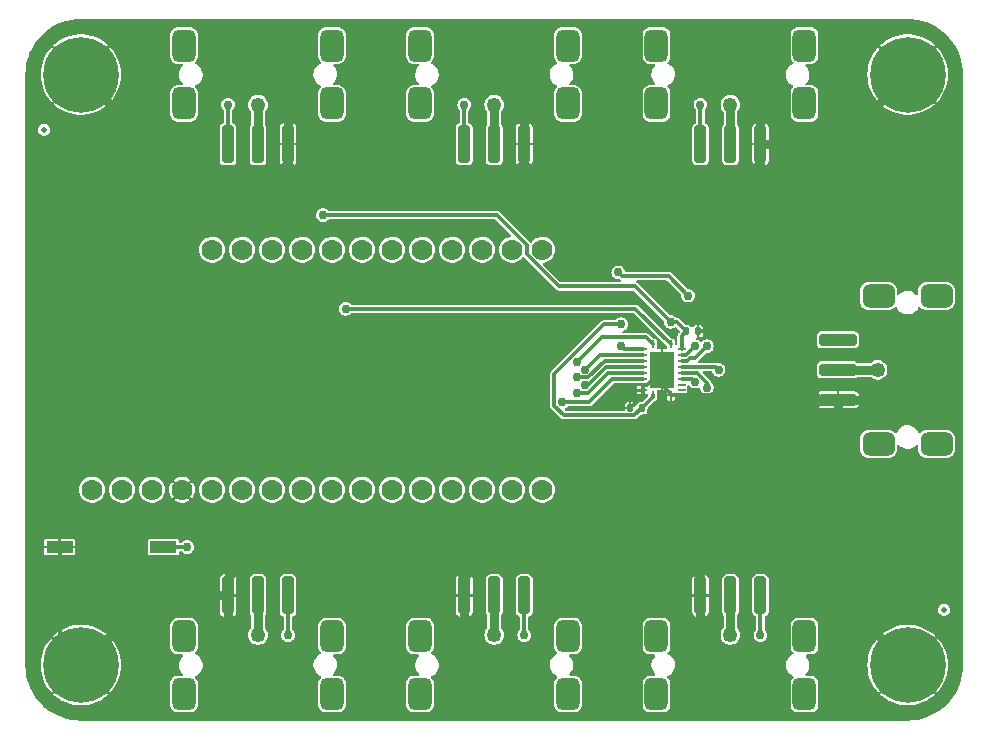
<source format=gtl>
G04 #@! TF.GenerationSoftware,KiCad,Pcbnew,7.0.11*
G04 #@! TF.CreationDate,2025-02-19T11:42:19-05:00*
G04 #@! TF.ProjectId,thruster-pcb,74687275-7374-4657-922d-7063622e6b69,1.0*
G04 #@! TF.SameCoordinates,Original*
G04 #@! TF.FileFunction,Copper,L1,Top*
G04 #@! TF.FilePolarity,Positive*
%FSLAX46Y46*%
G04 Gerber Fmt 4.6, Leading zero omitted, Abs format (unit mm)*
G04 Created by KiCad (PCBNEW 7.0.11) date 2025-02-19 11:42:19*
%MOMM*%
%LPD*%
G01*
G04 APERTURE LIST*
G04 Aperture macros list*
%AMRoundRect*
0 Rectangle with rounded corners*
0 $1 Rounding radius*
0 $2 $3 $4 $5 $6 $7 $8 $9 X,Y pos of 4 corners*
0 Add a 4 corners polygon primitive as box body*
4,1,4,$2,$3,$4,$5,$6,$7,$8,$9,$2,$3,0*
0 Add four circle primitives for the rounded corners*
1,1,$1+$1,$2,$3*
1,1,$1+$1,$4,$5*
1,1,$1+$1,$6,$7*
1,1,$1+$1,$8,$9*
0 Add four rect primitives between the rounded corners*
20,1,$1+$1,$2,$3,$4,$5,0*
20,1,$1+$1,$4,$5,$6,$7,0*
20,1,$1+$1,$6,$7,$8,$9,0*
20,1,$1+$1,$8,$9,$2,$3,0*%
G04 Aperture macros list end*
G04 #@! TA.AperFunction,SMDPad,CuDef*
%ADD10RoundRect,0.048000X-0.072000X-0.252000X0.072000X-0.252000X0.072000X0.252000X-0.072000X0.252000X0*%
G04 #@! TD*
G04 #@! TA.AperFunction,SMDPad,CuDef*
%ADD11RoundRect,0.048000X-0.252000X-0.072000X0.252000X-0.072000X0.252000X0.072000X-0.252000X0.072000X0*%
G04 #@! TD*
G04 #@! TA.AperFunction,SMDPad,CuDef*
%ADD12R,2.050000X3.050000*%
G04 #@! TD*
G04 #@! TA.AperFunction,SMDPad,CuDef*
%ADD13RoundRect,0.487500X0.487500X0.862500X-0.487500X0.862500X-0.487500X-0.862500X0.487500X-0.862500X0*%
G04 #@! TD*
G04 #@! TA.AperFunction,SMDPad,CuDef*
%ADD14RoundRect,0.255000X0.255000X1.345000X-0.255000X1.345000X-0.255000X-1.345000X0.255000X-1.345000X0*%
G04 #@! TD*
G04 #@! TA.AperFunction,ComponentPad*
%ADD15C,1.778000*%
G04 #@! TD*
G04 #@! TA.AperFunction,ComponentPad*
%ADD16C,6.400000*%
G04 #@! TD*
G04 #@! TA.AperFunction,SMDPad,CuDef*
%ADD17C,0.500000*%
G04 #@! TD*
G04 #@! TA.AperFunction,SMDPad,CuDef*
%ADD18RoundRect,0.140000X-0.140000X-0.170000X0.140000X-0.170000X0.140000X0.170000X-0.140000X0.170000X0*%
G04 #@! TD*
G04 #@! TA.AperFunction,SMDPad,CuDef*
%ADD19RoundRect,0.487500X-0.487500X-0.862500X0.487500X-0.862500X0.487500X0.862500X-0.487500X0.862500X0*%
G04 #@! TD*
G04 #@! TA.AperFunction,SMDPad,CuDef*
%ADD20RoundRect,0.255000X-0.255000X-1.345000X0.255000X-1.345000X0.255000X1.345000X-0.255000X1.345000X0*%
G04 #@! TD*
G04 #@! TA.AperFunction,SMDPad,CuDef*
%ADD21RoundRect,0.140000X0.140000X0.170000X-0.140000X0.170000X-0.140000X-0.170000X0.140000X-0.170000X0*%
G04 #@! TD*
G04 #@! TA.AperFunction,SMDPad,CuDef*
%ADD22RoundRect,0.487500X-0.862500X0.487500X-0.862500X-0.487500X0.862500X-0.487500X0.862500X0.487500X0*%
G04 #@! TD*
G04 #@! TA.AperFunction,SMDPad,CuDef*
%ADD23RoundRect,0.255000X-1.345000X0.255000X-1.345000X-0.255000X1.345000X-0.255000X1.345000X0.255000X0*%
G04 #@! TD*
G04 #@! TA.AperFunction,SMDPad,CuDef*
%ADD24R,2.200000X1.000000*%
G04 #@! TD*
G04 #@! TA.AperFunction,ViaPad*
%ADD25C,1.250000*%
G04 #@! TD*
G04 #@! TA.AperFunction,ViaPad*
%ADD26C,0.750000*%
G04 #@! TD*
G04 #@! TA.AperFunction,Conductor*
%ADD27C,0.300000*%
G04 #@! TD*
G04 #@! TA.AperFunction,Conductor*
%ADD28C,0.750000*%
G04 #@! TD*
G04 APERTURE END LIST*
D10*
X171610000Y-99200000D03*
D11*
X170710000Y-99600000D03*
X170710000Y-100100000D03*
X170710000Y-100600000D03*
X170710000Y-101100000D03*
X170710000Y-101600000D03*
X170710000Y-102100000D03*
X170710000Y-102600000D03*
X170710000Y-103100000D03*
D10*
X171610000Y-103500000D03*
X173110000Y-103500000D03*
D11*
X174010000Y-103100000D03*
X174010000Y-102600000D03*
X174010000Y-102100000D03*
X174010000Y-101600000D03*
X174010000Y-101100000D03*
X174010000Y-100600000D03*
X174010000Y-100100000D03*
X174010000Y-99600000D03*
D10*
X173110000Y-99200000D03*
D12*
X172360000Y-101350000D03*
D13*
X184415000Y-128800000D03*
X184415000Y-123900000D03*
X171885000Y-128800000D03*
X171885000Y-123900000D03*
D14*
X175610000Y-120450000D03*
X178150000Y-120450000D03*
X180690000Y-120450000D03*
D15*
X124100000Y-111510000D03*
X126640000Y-111510000D03*
X129180000Y-111510000D03*
X131720000Y-111510000D03*
X134260000Y-111510000D03*
X136800000Y-111510000D03*
X139340000Y-111510000D03*
X141880000Y-111510000D03*
X144420000Y-111510000D03*
X146960000Y-111510000D03*
X149500000Y-111510000D03*
X152040000Y-111510000D03*
X154580000Y-111510000D03*
X157120000Y-111510000D03*
X159660000Y-111510000D03*
X162200000Y-111510000D03*
X162200000Y-91190000D03*
X159660000Y-91190000D03*
X157120000Y-91190000D03*
X154580000Y-91190000D03*
X152040000Y-91190000D03*
X149500000Y-91190000D03*
X146960000Y-91190000D03*
X144420000Y-91190000D03*
X141880000Y-91190000D03*
X139340000Y-91190000D03*
X136800000Y-91190000D03*
X134260000Y-91190000D03*
D16*
X123150000Y-76350000D03*
D17*
X120050000Y-81030000D03*
D16*
X193150000Y-76350000D03*
D18*
X174420000Y-98100000D03*
X175380000Y-98100000D03*
D19*
X131885000Y-73900000D03*
X131885000Y-78800000D03*
X144415000Y-73900000D03*
X144415000Y-78800000D03*
D20*
X140690000Y-82250000D03*
X138150000Y-82250000D03*
X135610000Y-82250000D03*
D17*
X196250000Y-121670000D03*
D16*
X193150000Y-126350000D03*
X123150000Y-126350000D03*
D19*
X171885000Y-73900000D03*
X171885000Y-78800000D03*
X184415000Y-73900000D03*
X184415000Y-78800000D03*
D20*
X180690000Y-82250000D03*
X178150000Y-82250000D03*
X175610000Y-82250000D03*
D13*
X144415000Y-128800000D03*
X144415000Y-123900000D03*
X131885000Y-128800000D03*
X131885000Y-123900000D03*
D14*
X135610000Y-120450000D03*
X138150000Y-120450000D03*
X140690000Y-120450000D03*
D21*
X170630000Y-104600000D03*
X169670000Y-104600000D03*
D13*
X164415000Y-128800000D03*
X164415000Y-123900000D03*
X151885000Y-128800000D03*
X151885000Y-123900000D03*
D14*
X155610000Y-120450000D03*
X158150000Y-120450000D03*
X160690000Y-120450000D03*
D22*
X195600000Y-95085000D03*
X190700000Y-95085000D03*
X195600000Y-107615000D03*
X190700000Y-107615000D03*
D23*
X187250000Y-103890000D03*
X187250000Y-101350000D03*
X187250000Y-98810000D03*
D19*
X151885000Y-73900000D03*
X151885000Y-78800000D03*
X164415000Y-73900000D03*
X164415000Y-78800000D03*
D20*
X160690000Y-82250000D03*
X158150000Y-82250000D03*
X155610000Y-82250000D03*
D24*
X121350000Y-116350000D03*
X130150000Y-116350000D03*
D25*
X190610000Y-103890000D03*
X160690000Y-78890000D03*
X155610000Y-123810000D03*
X175610000Y-123810000D03*
D26*
X178400000Y-94850000D03*
D25*
X135610000Y-123810000D03*
D26*
X178900000Y-92100000D03*
D25*
X180690000Y-78890000D03*
X140690000Y-78890000D03*
X178150000Y-78890000D03*
X190610000Y-101350000D03*
X158150000Y-123810000D03*
X178150000Y-123810000D03*
X138150000Y-78890000D03*
X158150000Y-78890000D03*
X138150000Y-123810000D03*
D26*
X143651500Y-88241300D03*
X173086400Y-97283000D03*
X168900000Y-97493600D03*
X168900000Y-99350000D03*
X145584300Y-96178900D03*
X135610000Y-78890000D03*
X155610000Y-78890000D03*
X175150000Y-99350000D03*
X175610000Y-78890000D03*
X176150000Y-99350000D03*
X168650000Y-93100000D03*
X174555700Y-95069000D03*
X180690000Y-123810000D03*
X177150000Y-101350000D03*
X160690000Y-123810000D03*
X176150000Y-102850000D03*
X140690000Y-123810000D03*
X175150000Y-102350000D03*
X165200000Y-100700000D03*
X165850000Y-101350000D03*
X165200000Y-102000000D03*
X165850000Y-102650000D03*
X165200000Y-103300000D03*
X163900000Y-104100000D03*
X132150000Y-116350000D03*
D27*
X168650000Y-93100000D02*
X168972600Y-93422600D01*
X168972600Y-93422600D02*
X172909300Y-93422600D01*
X172909300Y-93422600D02*
X174555700Y-95069000D01*
D28*
X180690000Y-83850000D02*
X180690000Y-82250000D01*
D27*
X170710000Y-103100000D02*
X170710000Y-102600000D01*
D28*
X175610000Y-118810000D02*
X175610000Y-120450000D01*
X160690000Y-83810000D02*
X160690000Y-83890000D01*
D27*
X170710000Y-102600000D02*
X171110000Y-102600000D01*
X179627700Y-98100000D02*
X180690000Y-97037700D01*
D28*
X175610000Y-120450000D02*
X175610000Y-123810000D01*
D27*
X170710000Y-103100000D02*
X170710000Y-103560000D01*
D28*
X180690000Y-97037700D02*
X180690000Y-94875100D01*
D27*
X184954700Y-103194700D02*
X184649400Y-103500000D01*
X173110000Y-103375000D02*
X172360000Y-102625000D01*
D28*
X140690000Y-83980000D02*
X142060000Y-85350000D01*
X187250000Y-103890000D02*
X185650000Y-103890000D01*
X184954700Y-103194700D02*
X180690000Y-98930000D01*
X185610000Y-103890000D02*
X175610000Y-113890000D01*
D27*
X180690000Y-90820200D02*
X180179800Y-90820200D01*
D28*
X179190000Y-85350000D02*
X180690000Y-83850000D01*
X155610000Y-120450000D02*
X155610000Y-118850000D01*
D27*
X184649400Y-103500000D02*
X173110000Y-103500000D01*
D28*
X180690000Y-82250000D02*
X187250000Y-82250000D01*
X175610000Y-118810000D02*
X175610000Y-120450000D01*
X137110000Y-117350000D02*
X154150000Y-117350000D01*
X155610000Y-118810000D02*
X155610000Y-120450000D01*
X175610000Y-113890000D02*
X175610000Y-118810000D01*
D27*
X172360000Y-101350000D02*
X171585000Y-101350000D01*
D28*
X155610000Y-120450000D02*
X155610000Y-123810000D01*
X162150000Y-85350000D02*
X179190000Y-85350000D01*
D27*
X175380000Y-98100000D02*
X179627700Y-98100000D01*
X170710000Y-103560000D02*
X169670000Y-104600000D01*
D28*
X140690000Y-82250000D02*
X140690000Y-83810000D01*
D27*
X180690000Y-94875100D02*
X178425100Y-94875100D01*
D28*
X180690000Y-90820200D02*
X180690000Y-83850000D01*
X135610000Y-120450000D02*
X129050000Y-120450000D01*
D27*
X171735000Y-101975000D02*
X172510000Y-101975000D01*
D28*
X187250000Y-103890000D02*
X185650000Y-103890000D01*
X180690000Y-98930000D02*
X180690000Y-97037700D01*
X180690000Y-83850000D02*
X180690000Y-82250000D01*
D27*
X121350000Y-116350000D02*
X121350000Y-124550000D01*
X180179800Y-90820200D02*
X178900000Y-92100000D01*
D28*
X157110000Y-117350000D02*
X174150000Y-117350000D01*
X160690000Y-82250000D02*
X160690000Y-83810000D01*
X129050000Y-120450000D02*
X123150000Y-126350000D01*
X160690000Y-83810000D02*
X160690000Y-82250000D01*
D27*
X173110000Y-103500000D02*
X173110000Y-103375000D01*
X171735000Y-101975000D02*
X172360000Y-101350000D01*
D28*
X139150000Y-85350000D02*
X132150000Y-85350000D01*
X174150000Y-117350000D02*
X175610000Y-118810000D01*
X160690000Y-82250000D02*
X160690000Y-78890000D01*
X187250000Y-120450000D02*
X193150000Y-126350000D01*
X160690000Y-83890000D02*
X162150000Y-85350000D01*
X140690000Y-83810000D02*
X139150000Y-85350000D01*
X187250000Y-103890000D02*
X190610000Y-103890000D01*
D27*
X121350000Y-124550000D02*
X123150000Y-126350000D01*
D28*
X187250000Y-103890000D02*
X187250000Y-120450000D01*
D27*
X171722500Y-101987500D02*
X171735000Y-101975000D01*
D28*
X140690000Y-83810000D02*
X140690000Y-83980000D01*
X185650000Y-103890000D02*
X184954700Y-103194700D01*
D27*
X178425100Y-94875100D02*
X178400000Y-94850000D01*
X171110000Y-102600000D02*
X171722500Y-101987500D01*
D28*
X135610000Y-120450000D02*
X135610000Y-118850000D01*
X135610000Y-118850000D02*
X137110000Y-117350000D01*
X140690000Y-82250000D02*
X140690000Y-78890000D01*
X159150000Y-85350000D02*
X160690000Y-83810000D01*
X135610000Y-120450000D02*
X135610000Y-123810000D01*
X154150000Y-117350000D02*
X155610000Y-118810000D01*
X142060000Y-85350000D02*
X159150000Y-85350000D01*
D27*
X172510000Y-101975000D02*
X173135000Y-101350000D01*
X172360000Y-102625000D02*
X171722500Y-101987500D01*
D28*
X132150000Y-85350000D02*
X123150000Y-76350000D01*
X187250000Y-82250000D02*
X193150000Y-76350000D01*
X180690000Y-94875100D02*
X180690000Y-90820200D01*
X180690000Y-82250000D02*
X180690000Y-78890000D01*
X155610000Y-118850000D02*
X157110000Y-117350000D01*
X185650000Y-103890000D02*
X185610000Y-103890000D01*
X140690000Y-82250000D02*
X140690000Y-83810000D01*
X138150000Y-120450000D02*
X138150000Y-123810000D01*
X178150000Y-82250000D02*
X178150000Y-78890000D01*
X158150000Y-82250000D02*
X158150000Y-78890000D01*
X158150000Y-120450000D02*
X158150000Y-123810000D01*
X178150000Y-120450000D02*
X178150000Y-123810000D01*
X187250000Y-101350000D02*
X190610000Y-101350000D01*
X138150000Y-82250000D02*
X138150000Y-78890000D01*
D27*
X160930000Y-90801800D02*
X160930000Y-91578000D01*
X174420000Y-98100000D02*
X173603000Y-97283000D01*
X174010000Y-99600000D02*
X174010000Y-98510000D01*
X173603000Y-97283000D02*
X173086400Y-97283000D01*
X158369500Y-88241300D02*
X160930000Y-90801800D01*
X160930000Y-91578000D02*
X163644100Y-94292100D01*
X163644100Y-94292100D02*
X170095500Y-94292100D01*
X170095500Y-94292100D02*
X173086400Y-97283000D01*
X174010000Y-98510000D02*
X174420000Y-98100000D01*
X143651500Y-88241300D02*
X158369500Y-88241300D01*
X164051600Y-105203100D02*
X163246700Y-104398200D01*
X170710000Y-99600000D02*
X169150000Y-99600000D01*
X170630000Y-104600000D02*
X170026900Y-105203100D01*
X171610000Y-103500000D02*
X171610000Y-103620000D01*
X167446200Y-97493600D02*
X168900000Y-97493600D01*
X171610000Y-103620000D02*
X170630000Y-104600000D01*
X170026900Y-105203100D02*
X164051600Y-105203100D01*
X163246700Y-104398200D02*
X163246700Y-101693100D01*
X163246700Y-101693100D02*
X167446200Y-97493600D01*
X169150000Y-99600000D02*
X168900000Y-99350000D01*
X170088900Y-96178900D02*
X145584300Y-96178900D01*
X173110000Y-99200000D02*
X170088900Y-96178900D01*
X135610000Y-82250000D02*
X135610000Y-78890000D01*
X155610000Y-82250000D02*
X155610000Y-78890000D01*
X174400000Y-100100000D02*
X174010000Y-100100000D01*
X175150000Y-99350000D02*
X174400000Y-100100000D01*
X174501041Y-100600000D02*
X174010000Y-100600000D01*
X175610000Y-82250000D02*
X175610000Y-78890000D01*
X174751041Y-100350000D02*
X174501041Y-100600000D01*
X176150000Y-99350000D02*
X175150000Y-100350000D01*
X175150000Y-100350000D02*
X174751041Y-100350000D01*
X176900000Y-101100000D02*
X177150000Y-101350000D01*
X180690000Y-120450000D02*
X180690000Y-123810000D01*
X174010000Y-101100000D02*
X176900000Y-101100000D01*
X176150000Y-102850000D02*
X176150000Y-102430761D01*
X175319239Y-101600000D02*
X174010000Y-101600000D01*
X160690000Y-120450000D02*
X160690000Y-123810000D01*
X176150000Y-102430761D02*
X175319239Y-101600000D01*
X174010000Y-102100000D02*
X174900000Y-102100000D01*
X174900000Y-102100000D02*
X175150000Y-102350000D01*
X140690000Y-120450000D02*
X140690000Y-123810000D01*
X167300000Y-98600000D02*
X165200000Y-100700000D01*
X171010000Y-98600000D02*
X167300000Y-98600000D01*
X171610000Y-99200000D02*
X171010000Y-98600000D01*
X170710000Y-100100000D02*
X167100000Y-100100000D01*
X167100000Y-100100000D02*
X165850000Y-101350000D01*
X167519000Y-100600000D02*
X166119000Y-102000000D01*
X166119000Y-102000000D02*
X165200000Y-102000000D01*
X170710000Y-100600000D02*
X167519000Y-100600000D01*
X170710000Y-101100000D02*
X167620000Y-101100000D01*
X166070000Y-102650000D02*
X165850000Y-102650000D01*
X167620000Y-101100000D02*
X166070000Y-102650000D01*
X166119000Y-103300000D02*
X165200000Y-103300000D01*
X167819000Y-101600000D02*
X166119000Y-103300000D01*
X170710000Y-101600000D02*
X167819000Y-101600000D01*
X168150000Y-102100000D02*
X170710000Y-102100000D01*
X163900000Y-104100000D02*
X166150000Y-104100000D01*
X166150000Y-104100000D02*
X168150000Y-102100000D01*
X130150000Y-116350000D02*
X132150000Y-116350000D01*
G04 #@! TA.AperFunction,Conductor*
G36*
X170181455Y-102469407D02*
G01*
X170199792Y-102486695D01*
X170210711Y-102500000D01*
X170711000Y-102500000D01*
X170769191Y-102518907D01*
X170805155Y-102568407D01*
X170810000Y-102599000D01*
X170810000Y-103419999D01*
X170810001Y-103420000D01*
X170986427Y-103420000D01*
X170986428Y-103419999D01*
X171058768Y-103405609D01*
X171059760Y-103405199D01*
X171061535Y-103405059D01*
X171068328Y-103403708D01*
X171068487Y-103404511D01*
X171120756Y-103400397D01*
X171172926Y-103432365D01*
X171196342Y-103488893D01*
X171182059Y-103548388D01*
X171167651Y-103566666D01*
X170673812Y-104060504D01*
X170619295Y-104088281D01*
X170603809Y-104089500D01*
X170450104Y-104089500D01*
X170450092Y-104089501D01*
X170400513Y-104096027D01*
X170400511Y-104096027D01*
X170291686Y-104146774D01*
X170291684Y-104146775D01*
X170291684Y-104146776D01*
X170219647Y-104218812D01*
X170165133Y-104246588D01*
X170104701Y-104237017D01*
X170079642Y-104218811D01*
X170008021Y-104147190D01*
X169899361Y-104096521D01*
X169899354Y-104096519D01*
X169849839Y-104090000D01*
X169770001Y-104090000D01*
X169770000Y-104090001D01*
X169770000Y-104601000D01*
X169751093Y-104659191D01*
X169701593Y-104695155D01*
X169671000Y-104700000D01*
X169190001Y-104700000D01*
X169190000Y-104700001D01*
X169190000Y-104753600D01*
X169171093Y-104811791D01*
X169121593Y-104847755D01*
X169091000Y-104852600D01*
X164237790Y-104852600D01*
X164179599Y-104833693D01*
X164167786Y-104823604D01*
X164122924Y-104778742D01*
X164095147Y-104724225D01*
X164104718Y-104663793D01*
X164147983Y-104620528D01*
X164155025Y-104617281D01*
X164190233Y-104602698D01*
X164310451Y-104510451D01*
X164318471Y-104499999D01*
X169190000Y-104499999D01*
X169190001Y-104500000D01*
X169569999Y-104500000D01*
X169570000Y-104499999D01*
X169570000Y-104090001D01*
X169569999Y-104090000D01*
X169490161Y-104090000D01*
X169440645Y-104096519D01*
X169440638Y-104096521D01*
X169331978Y-104147190D01*
X169247190Y-104231978D01*
X169196521Y-104340638D01*
X169196519Y-104340645D01*
X169190000Y-104390161D01*
X169190000Y-104499999D01*
X164318471Y-104499999D01*
X164326732Y-104489232D01*
X164377156Y-104454577D01*
X164405274Y-104450500D01*
X166103381Y-104450500D01*
X166123696Y-104452607D01*
X166125606Y-104453007D01*
X166135315Y-104455043D01*
X166165662Y-104451259D01*
X166177907Y-104450500D01*
X166179043Y-104450500D01*
X166198521Y-104447249D01*
X166202552Y-104446661D01*
X166251393Y-104440573D01*
X166251396Y-104440571D01*
X166258429Y-104438477D01*
X166265375Y-104436092D01*
X166265381Y-104436092D01*
X166308655Y-104412671D01*
X166312279Y-104410807D01*
X166356482Y-104389199D01*
X166356482Y-104389198D01*
X166356484Y-104389198D01*
X166356485Y-104389196D01*
X166362470Y-104384923D01*
X166368255Y-104380420D01*
X166368255Y-104380419D01*
X166368258Y-104380418D01*
X166401579Y-104344220D01*
X166404364Y-104341316D01*
X167545681Y-103200000D01*
X170210711Y-103200000D01*
X170224388Y-103268764D01*
X170224388Y-103268765D01*
X170279200Y-103350795D01*
X170279204Y-103350799D01*
X170361232Y-103405609D01*
X170433571Y-103419999D01*
X170433573Y-103420000D01*
X170609999Y-103420000D01*
X170610000Y-103419999D01*
X170610000Y-103200001D01*
X170609999Y-103200000D01*
X170210711Y-103200000D01*
X167545681Y-103200000D01*
X168045682Y-102700000D01*
X170210711Y-102700000D01*
X170224388Y-102768764D01*
X170241918Y-102795000D01*
X170258525Y-102853889D01*
X170241918Y-102905000D01*
X170224388Y-102931235D01*
X170210711Y-102999999D01*
X170210712Y-103000000D01*
X170609999Y-103000000D01*
X170610000Y-102999999D01*
X170610000Y-102700001D01*
X170609999Y-102700000D01*
X170210711Y-102700000D01*
X168045682Y-102700000D01*
X168266186Y-102479496D01*
X168320703Y-102451719D01*
X168336190Y-102450500D01*
X170123264Y-102450500D01*
X170181455Y-102469407D01*
G37*
G04 #@! TD.AperFunction*
G04 #@! TA.AperFunction,Conductor*
G36*
X193152152Y-71650593D02*
G01*
X193555284Y-71668195D01*
X193563864Y-71668945D01*
X193961776Y-71721332D01*
X193970281Y-71722832D01*
X194081870Y-71747570D01*
X194362108Y-71809698D01*
X194370423Y-71811925D01*
X194753201Y-71932615D01*
X194761317Y-71935569D01*
X195132111Y-72089157D01*
X195139923Y-72092799D01*
X195495910Y-72278115D01*
X195503391Y-72282433D01*
X195696574Y-72405505D01*
X195841882Y-72498076D01*
X195848956Y-72503030D01*
X196167354Y-72747345D01*
X196173968Y-72752895D01*
X196469868Y-73024038D01*
X196475961Y-73030131D01*
X196693350Y-73267369D01*
X196747102Y-73326029D01*
X196752654Y-73332645D01*
X196996969Y-73651043D01*
X197001923Y-73658117D01*
X197217566Y-73996609D01*
X197221884Y-74004089D01*
X197407196Y-74360069D01*
X197410846Y-74367896D01*
X197564430Y-74738682D01*
X197567384Y-74746798D01*
X197688069Y-75129560D01*
X197690304Y-75137903D01*
X197777167Y-75529718D01*
X197778667Y-75538223D01*
X197831052Y-75936123D01*
X197831805Y-75944727D01*
X197849406Y-76347847D01*
X197849500Y-76352165D01*
X197849500Y-126347834D01*
X197849406Y-126352152D01*
X197831805Y-126755272D01*
X197831052Y-126763876D01*
X197778667Y-127161776D01*
X197777167Y-127170281D01*
X197690304Y-127562096D01*
X197688069Y-127570439D01*
X197567384Y-127953201D01*
X197564430Y-127961317D01*
X197410846Y-128332103D01*
X197407196Y-128339930D01*
X197221884Y-128695910D01*
X197217566Y-128703390D01*
X197001923Y-129041882D01*
X196996969Y-129048956D01*
X196752654Y-129367354D01*
X196747102Y-129373970D01*
X196475968Y-129669861D01*
X196469861Y-129675968D01*
X196173970Y-129947102D01*
X196167354Y-129952654D01*
X195848956Y-130196969D01*
X195841882Y-130201923D01*
X195503390Y-130417566D01*
X195495910Y-130421884D01*
X195139930Y-130607196D01*
X195132103Y-130610846D01*
X194761317Y-130764430D01*
X194753201Y-130767384D01*
X194370439Y-130888069D01*
X194362096Y-130890304D01*
X193970281Y-130977167D01*
X193961776Y-130978667D01*
X193563876Y-131031052D01*
X193555272Y-131031805D01*
X193152153Y-131049406D01*
X193147835Y-131049500D01*
X123152165Y-131049500D01*
X123147847Y-131049406D01*
X122744727Y-131031805D01*
X122736123Y-131031052D01*
X122338223Y-130978667D01*
X122329718Y-130977167D01*
X121937903Y-130890304D01*
X121929560Y-130888069D01*
X121546798Y-130767384D01*
X121538682Y-130764430D01*
X121167896Y-130610846D01*
X121160069Y-130607196D01*
X120804089Y-130421884D01*
X120796609Y-130417566D01*
X120458117Y-130201923D01*
X120451043Y-130196969D01*
X120132645Y-129952654D01*
X120126029Y-129947102D01*
X119951779Y-129787431D01*
X119830131Y-129675961D01*
X119824038Y-129669868D01*
X119552895Y-129373968D01*
X119547345Y-129367354D01*
X119303030Y-129048956D01*
X119298076Y-129041882D01*
X119082433Y-128703390D01*
X119078115Y-128695910D01*
X118892799Y-128339923D01*
X118889153Y-128332103D01*
X118866917Y-128278421D01*
X118735569Y-127961317D01*
X118732615Y-127953201D01*
X118731606Y-127950000D01*
X118611925Y-127570423D01*
X118609698Y-127562108D01*
X118545539Y-127272704D01*
X118522832Y-127170281D01*
X118521332Y-127161776D01*
X118514918Y-127113057D01*
X118468945Y-126763864D01*
X118468195Y-126755284D01*
X118450594Y-126352152D01*
X118450547Y-126350000D01*
X119745006Y-126350000D01*
X119764965Y-126718143D01*
X119824614Y-127081979D01*
X119923242Y-127437206D01*
X119923246Y-127437217D01*
X120059711Y-127779721D01*
X120232403Y-128105453D01*
X120439306Y-128410611D01*
X120439313Y-128410621D01*
X120672925Y-128685650D01*
X121949983Y-127408592D01*
X122015130Y-127484870D01*
X122091405Y-127550014D01*
X120817580Y-128823840D01*
X120945655Y-128945158D01*
X121239156Y-129168272D01*
X121239161Y-129168275D01*
X121555070Y-129358352D01*
X121889676Y-129513157D01*
X122239076Y-129630884D01*
X122599128Y-129710137D01*
X122599127Y-129710137D01*
X122965657Y-129750000D01*
X123334343Y-129750000D01*
X123627673Y-129718098D01*
X130709500Y-129718098D01*
X130709501Y-129718114D01*
X130715798Y-129787424D01*
X130715800Y-129787430D01*
X130765502Y-129946931D01*
X130765505Y-129946939D01*
X130768960Y-129952654D01*
X130851940Y-130089919D01*
X130970081Y-130208060D01*
X131113062Y-130294495D01*
X131272574Y-130344201D01*
X131341893Y-130350500D01*
X132428106Y-130350499D01*
X132497426Y-130344201D01*
X132656938Y-130294495D01*
X132799919Y-130208060D01*
X132918060Y-130089919D01*
X133004495Y-129946938D01*
X133054201Y-129787426D01*
X133060500Y-129718107D01*
X133060499Y-127881894D01*
X133054201Y-127812574D01*
X133004495Y-127653062D01*
X132918060Y-127510081D01*
X132837245Y-127429266D01*
X132809470Y-127374752D01*
X132819041Y-127314320D01*
X132859204Y-127272706D01*
X133034502Y-127175409D01*
X133188895Y-127042866D01*
X133313448Y-126881958D01*
X133403060Y-126699271D01*
X133454063Y-126502285D01*
X133459203Y-126400939D01*
X142835630Y-126400939D01*
X142866290Y-126601069D01*
X142866444Y-126602071D01*
X142937114Y-126792887D01*
X142937115Y-126792888D01*
X143044745Y-126965567D01*
X143044747Y-126965569D01*
X143044748Y-126965571D01*
X143184941Y-127113053D01*
X143184943Y-127113054D01*
X143184946Y-127113057D01*
X143351945Y-127229291D01*
X143351951Y-127229295D01*
X143435100Y-127264977D01*
X143481119Y-127305300D01*
X143494648Y-127364971D01*
X143470519Y-127421198D01*
X143466063Y-127425957D01*
X143381942Y-127510078D01*
X143381940Y-127510081D01*
X143295505Y-127653060D01*
X143295502Y-127653068D01*
X143245800Y-127812568D01*
X143245798Y-127812574D01*
X143239500Y-127881887D01*
X143239500Y-129718098D01*
X143239501Y-129718114D01*
X143245798Y-129787424D01*
X143245800Y-129787430D01*
X143295502Y-129946931D01*
X143295505Y-129946939D01*
X143298960Y-129952654D01*
X143381940Y-130089919D01*
X143500081Y-130208060D01*
X143643062Y-130294495D01*
X143802574Y-130344201D01*
X143871893Y-130350500D01*
X144958106Y-130350499D01*
X145027426Y-130344201D01*
X145186938Y-130294495D01*
X145329919Y-130208060D01*
X145448060Y-130089919D01*
X145534495Y-129946938D01*
X145584201Y-129787426D01*
X145590500Y-129718107D01*
X145590500Y-129718098D01*
X150709500Y-129718098D01*
X150709501Y-129718114D01*
X150715798Y-129787424D01*
X150715800Y-129787430D01*
X150765502Y-129946931D01*
X150765505Y-129946939D01*
X150768960Y-129952654D01*
X150851940Y-130089919D01*
X150970081Y-130208060D01*
X151113062Y-130294495D01*
X151272574Y-130344201D01*
X151341893Y-130350500D01*
X152428106Y-130350499D01*
X152497426Y-130344201D01*
X152656938Y-130294495D01*
X152799919Y-130208060D01*
X152918060Y-130089919D01*
X153004495Y-129946938D01*
X153054201Y-129787426D01*
X153060500Y-129718107D01*
X153060499Y-127881894D01*
X153054201Y-127812574D01*
X153004495Y-127653062D01*
X152918060Y-127510081D01*
X152837245Y-127429266D01*
X152809470Y-127374752D01*
X152819041Y-127314320D01*
X152859204Y-127272706D01*
X153034502Y-127175409D01*
X153188895Y-127042866D01*
X153313448Y-126881958D01*
X153403060Y-126699271D01*
X153454063Y-126502285D01*
X153459203Y-126400939D01*
X162835630Y-126400939D01*
X162866290Y-126601069D01*
X162866444Y-126602071D01*
X162937114Y-126792887D01*
X162937115Y-126792888D01*
X163044745Y-126965567D01*
X163044747Y-126965569D01*
X163044748Y-126965571D01*
X163184941Y-127113053D01*
X163184943Y-127113054D01*
X163184946Y-127113057D01*
X163351945Y-127229291D01*
X163351951Y-127229295D01*
X163435100Y-127264977D01*
X163481119Y-127305300D01*
X163494648Y-127364971D01*
X163470519Y-127421198D01*
X163466063Y-127425957D01*
X163381942Y-127510078D01*
X163381940Y-127510081D01*
X163295505Y-127653060D01*
X163295502Y-127653068D01*
X163245800Y-127812568D01*
X163245798Y-127812574D01*
X163239500Y-127881887D01*
X163239500Y-129718098D01*
X163239501Y-129718114D01*
X163245798Y-129787424D01*
X163245800Y-129787430D01*
X163295502Y-129946931D01*
X163295505Y-129946939D01*
X163298960Y-129952654D01*
X163381940Y-130089919D01*
X163500081Y-130208060D01*
X163643062Y-130294495D01*
X163802574Y-130344201D01*
X163871893Y-130350500D01*
X164958106Y-130350499D01*
X165027426Y-130344201D01*
X165186938Y-130294495D01*
X165329919Y-130208060D01*
X165448060Y-130089919D01*
X165534495Y-129946938D01*
X165584201Y-129787426D01*
X165590500Y-129718107D01*
X165590500Y-129718098D01*
X170709500Y-129718098D01*
X170709501Y-129718114D01*
X170715798Y-129787424D01*
X170715800Y-129787430D01*
X170765502Y-129946931D01*
X170765505Y-129946939D01*
X170768960Y-129952654D01*
X170851940Y-130089919D01*
X170970081Y-130208060D01*
X171113062Y-130294495D01*
X171272574Y-130344201D01*
X171341893Y-130350500D01*
X172428106Y-130350499D01*
X172497426Y-130344201D01*
X172656938Y-130294495D01*
X172799919Y-130208060D01*
X172918060Y-130089919D01*
X173004495Y-129946938D01*
X173054201Y-129787426D01*
X173060500Y-129718107D01*
X173060499Y-127881894D01*
X173054201Y-127812574D01*
X173004495Y-127653062D01*
X172918060Y-127510081D01*
X172837245Y-127429266D01*
X172809470Y-127374752D01*
X172819041Y-127314320D01*
X172859204Y-127272706D01*
X173034502Y-127175409D01*
X173188895Y-127042866D01*
X173313448Y-126881958D01*
X173403060Y-126699271D01*
X173454063Y-126502285D01*
X173459203Y-126400939D01*
X182835630Y-126400939D01*
X182866290Y-126601069D01*
X182866444Y-126602071D01*
X182937114Y-126792887D01*
X182937115Y-126792888D01*
X183044745Y-126965567D01*
X183044747Y-126965569D01*
X183044748Y-126965571D01*
X183184941Y-127113053D01*
X183184943Y-127113054D01*
X183184946Y-127113057D01*
X183351945Y-127229291D01*
X183351951Y-127229295D01*
X183435100Y-127264977D01*
X183481119Y-127305300D01*
X183494648Y-127364971D01*
X183470519Y-127421198D01*
X183466063Y-127425957D01*
X183381942Y-127510078D01*
X183381940Y-127510081D01*
X183295505Y-127653060D01*
X183295502Y-127653068D01*
X183245800Y-127812568D01*
X183245798Y-127812574D01*
X183239500Y-127881887D01*
X183239500Y-129718098D01*
X183239501Y-129718114D01*
X183245798Y-129787424D01*
X183245800Y-129787430D01*
X183295502Y-129946931D01*
X183295505Y-129946939D01*
X183298960Y-129952654D01*
X183381940Y-130089919D01*
X183500081Y-130208060D01*
X183643062Y-130294495D01*
X183802574Y-130344201D01*
X183871893Y-130350500D01*
X184958106Y-130350499D01*
X185027426Y-130344201D01*
X185186938Y-130294495D01*
X185329919Y-130208060D01*
X185448060Y-130089919D01*
X185534495Y-129946938D01*
X185584201Y-129787426D01*
X185590500Y-129718107D01*
X185590499Y-127881894D01*
X185584201Y-127812574D01*
X185534495Y-127653062D01*
X185448060Y-127510081D01*
X185329919Y-127391940D01*
X185285307Y-127364971D01*
X185186939Y-127305505D01*
X185186931Y-127305502D01*
X185027431Y-127255800D01*
X185027425Y-127255798D01*
X184958112Y-127249500D01*
X184958107Y-127249500D01*
X184595504Y-127249500D01*
X184537313Y-127230593D01*
X184501349Y-127181093D01*
X184501349Y-127119907D01*
X184531018Y-127075383D01*
X184568890Y-127042870D01*
X184568889Y-127042870D01*
X184568895Y-127042866D01*
X184693448Y-126881958D01*
X184783060Y-126699271D01*
X184834063Y-126502285D01*
X184841786Y-126350000D01*
X189745006Y-126350000D01*
X189764965Y-126718143D01*
X189824614Y-127081979D01*
X189923242Y-127437206D01*
X189923246Y-127437217D01*
X190059711Y-127779721D01*
X190232403Y-128105453D01*
X190439306Y-128410611D01*
X190439313Y-128410621D01*
X190672925Y-128685650D01*
X191949983Y-127408592D01*
X192015130Y-127484870D01*
X192091405Y-127550014D01*
X190817580Y-128823840D01*
X190945655Y-128945158D01*
X191239156Y-129168272D01*
X191239161Y-129168275D01*
X191555070Y-129358352D01*
X191889676Y-129513157D01*
X192239076Y-129630884D01*
X192599128Y-129710137D01*
X192599127Y-129710137D01*
X192965657Y-129750000D01*
X193334343Y-129750000D01*
X193700872Y-129710137D01*
X194060922Y-129630884D01*
X194060924Y-129630884D01*
X194410323Y-129513157D01*
X194744929Y-129358352D01*
X195060838Y-129168275D01*
X195060843Y-129168272D01*
X195354344Y-128945158D01*
X195482418Y-128823840D01*
X194208593Y-127550015D01*
X194284870Y-127484870D01*
X194350015Y-127408593D01*
X195627073Y-128685651D01*
X195860686Y-128410621D01*
X195860693Y-128410611D01*
X196067596Y-128105453D01*
X196240288Y-127779721D01*
X196376753Y-127437217D01*
X196376757Y-127437206D01*
X196475385Y-127081979D01*
X196535034Y-126718143D01*
X196554993Y-126350000D01*
X196535034Y-125981856D01*
X196475385Y-125618020D01*
X196376757Y-125262793D01*
X196376753Y-125262782D01*
X196240288Y-124920278D01*
X196067596Y-124594546D01*
X195860693Y-124289388D01*
X195860686Y-124289378D01*
X195627072Y-124014347D01*
X194350014Y-125291404D01*
X194284870Y-125215130D01*
X194208592Y-125149983D01*
X195482418Y-123876158D01*
X195354344Y-123754841D01*
X195060843Y-123531727D01*
X195060838Y-123531724D01*
X194744929Y-123341647D01*
X194410323Y-123186842D01*
X194060923Y-123069115D01*
X193700871Y-122989862D01*
X193700872Y-122989862D01*
X193334343Y-122950000D01*
X192965657Y-122950000D01*
X192599127Y-122989862D01*
X192239077Y-123069115D01*
X192239075Y-123069115D01*
X191889676Y-123186842D01*
X191555070Y-123341647D01*
X191239161Y-123531724D01*
X191239156Y-123531727D01*
X190945655Y-123754841D01*
X190817580Y-123876158D01*
X192091406Y-125149984D01*
X192015130Y-125215130D01*
X191949984Y-125291406D01*
X190672925Y-124014347D01*
X190439313Y-124289378D01*
X190439306Y-124289388D01*
X190232403Y-124594546D01*
X190059711Y-124920278D01*
X189923246Y-125262782D01*
X189923242Y-125262793D01*
X189824614Y-125618020D01*
X189764965Y-125981856D01*
X189745006Y-126350000D01*
X184841786Y-126350000D01*
X184844369Y-126299064D01*
X184813556Y-126097929D01*
X184742886Y-125907113D01*
X184635252Y-125734429D01*
X184561777Y-125657134D01*
X184524299Y-125617707D01*
X184497911Y-125562504D01*
X184509010Y-125502334D01*
X184553357Y-125460179D01*
X184596053Y-125450499D01*
X184958098Y-125450499D01*
X184958106Y-125450499D01*
X185027426Y-125444201D01*
X185186938Y-125394495D01*
X185329919Y-125308060D01*
X185448060Y-125189919D01*
X185534495Y-125046938D01*
X185584201Y-124887426D01*
X185590500Y-124818107D01*
X185590499Y-122981894D01*
X185584201Y-122912574D01*
X185534495Y-122753062D01*
X185448060Y-122610081D01*
X185329919Y-122491940D01*
X185293179Y-122469730D01*
X185186939Y-122405505D01*
X185186931Y-122405502D01*
X185027431Y-122355800D01*
X185027425Y-122355798D01*
X184958107Y-122349500D01*
X183871901Y-122349500D01*
X183871885Y-122349501D01*
X183802575Y-122355798D01*
X183802569Y-122355800D01*
X183643068Y-122405502D01*
X183643060Y-122405505D01*
X183500082Y-122491939D01*
X183381939Y-122610082D01*
X183295505Y-122753060D01*
X183295502Y-122753068D01*
X183245800Y-122912568D01*
X183245798Y-122912574D01*
X183239500Y-122981887D01*
X183239500Y-124818098D01*
X183239501Y-124818114D01*
X183245798Y-124887424D01*
X183245800Y-124887430D01*
X183295502Y-125046931D01*
X183295505Y-125046939D01*
X183298305Y-125051570D01*
X183381940Y-125189919D01*
X183462753Y-125270732D01*
X183490529Y-125325247D01*
X183480958Y-125385679D01*
X183440793Y-125427294D01*
X183265501Y-125524588D01*
X183265498Y-125524590D01*
X183111109Y-125657129D01*
X182986549Y-125818045D01*
X182898038Y-125998489D01*
X182896940Y-126000729D01*
X182871773Y-126097932D01*
X182845936Y-126197719D01*
X182835631Y-126400936D01*
X182835630Y-126400939D01*
X173459203Y-126400939D01*
X173464369Y-126299064D01*
X173433556Y-126097929D01*
X173362886Y-125907113D01*
X173255252Y-125734429D01*
X173115059Y-125586947D01*
X173115057Y-125586945D01*
X173115053Y-125586942D01*
X172948054Y-125470708D01*
X172948051Y-125470706D01*
X172948049Y-125470705D01*
X172864897Y-125435021D01*
X172818880Y-125394699D01*
X172805352Y-125335027D01*
X172829481Y-125278801D01*
X172833922Y-125274056D01*
X172918060Y-125189919D01*
X173004495Y-125046938D01*
X173054201Y-124887426D01*
X173060500Y-124818107D01*
X173060499Y-123810000D01*
X177319953Y-123810000D01*
X177338092Y-123982576D01*
X177391714Y-124147611D01*
X177391715Y-124147612D01*
X177391716Y-124147616D01*
X177478477Y-124297888D01*
X177478477Y-124297889D01*
X177544025Y-124370687D01*
X177594590Y-124426845D01*
X177734976Y-124528842D01*
X177734980Y-124528844D01*
X177734982Y-124528845D01*
X177787444Y-124552202D01*
X177893501Y-124599422D01*
X178063236Y-124635500D01*
X178063239Y-124635500D01*
X178236761Y-124635500D01*
X178236764Y-124635500D01*
X178406499Y-124599422D01*
X178565024Y-124528842D01*
X178705410Y-124426845D01*
X178821522Y-124297889D01*
X178908286Y-124147611D01*
X178961908Y-123982576D01*
X178980047Y-123810000D01*
X178961908Y-123637424D01*
X178908286Y-123472389D01*
X178866232Y-123399551D01*
X178821521Y-123322110D01*
X178821519Y-123322108D01*
X178750928Y-123243707D01*
X178726042Y-123187811D01*
X178725500Y-123177464D01*
X178725500Y-122160381D01*
X178744407Y-122102190D01*
X178744739Y-122101735D01*
X178812263Y-122010245D01*
X178857614Y-121880639D01*
X178860499Y-121849872D01*
X179979500Y-121849872D01*
X179982385Y-121880634D01*
X179982387Y-121880643D01*
X180027737Y-122010246D01*
X180109271Y-122120721D01*
X180109278Y-122120728D01*
X180219751Y-122202261D01*
X180219753Y-122202261D01*
X180219755Y-122202263D01*
X180273199Y-122220963D01*
X180321878Y-122258027D01*
X180339500Y-122314407D01*
X180339500Y-123304725D01*
X180320593Y-123362916D01*
X180300769Y-123383266D01*
X180279551Y-123399547D01*
X180279547Y-123399551D01*
X180187301Y-123519768D01*
X180129314Y-123659761D01*
X180129312Y-123659767D01*
X180116796Y-123754841D01*
X180109534Y-123810000D01*
X180129313Y-123960236D01*
X180187302Y-124100233D01*
X180279549Y-124220451D01*
X180399767Y-124312698D01*
X180539764Y-124370687D01*
X180652441Y-124385521D01*
X180689999Y-124390466D01*
X180690000Y-124390466D01*
X180690001Y-124390466D01*
X180720047Y-124386510D01*
X180840236Y-124370687D01*
X180980233Y-124312698D01*
X181100451Y-124220451D01*
X181192698Y-124100233D01*
X181250687Y-123960236D01*
X181270466Y-123810000D01*
X181250687Y-123659764D01*
X181192698Y-123519767D01*
X181100451Y-123399549D01*
X181079230Y-123383265D01*
X181044576Y-123332841D01*
X181040500Y-123304725D01*
X181040500Y-122314407D01*
X181059407Y-122256216D01*
X181106800Y-122220963D01*
X181160245Y-122202263D01*
X181270725Y-122120725D01*
X181352263Y-122010245D01*
X181397614Y-121880639D01*
X181400499Y-121849871D01*
X181400500Y-121849871D01*
X181400500Y-121670002D01*
X195739302Y-121670002D01*
X195759987Y-121813874D01*
X195759989Y-121813883D01*
X195820372Y-121946101D01*
X195820373Y-121946102D01*
X195820374Y-121946104D01*
X195875952Y-122010245D01*
X195915565Y-122055961D01*
X196037843Y-122134544D01*
X196037848Y-122134547D01*
X196177320Y-122175500D01*
X196177321Y-122175500D01*
X196322679Y-122175500D01*
X196322680Y-122175500D01*
X196462152Y-122134547D01*
X196584436Y-122055960D01*
X196679626Y-121946104D01*
X196723574Y-121849872D01*
X196740010Y-121813883D01*
X196740012Y-121813874D01*
X196760698Y-121670002D01*
X196760698Y-121669997D01*
X196740012Y-121526125D01*
X196740010Y-121526116D01*
X196679627Y-121393898D01*
X196679626Y-121393897D01*
X196679626Y-121393896D01*
X196584436Y-121284040D01*
X196584435Y-121284039D01*
X196584434Y-121284038D01*
X196462156Y-121205455D01*
X196462153Y-121205454D01*
X196462152Y-121205453D01*
X196392416Y-121184976D01*
X196322681Y-121164500D01*
X196322680Y-121164500D01*
X196177320Y-121164500D01*
X196177318Y-121164500D01*
X196037848Y-121205453D01*
X196037843Y-121205455D01*
X195915565Y-121284038D01*
X195820372Y-121393898D01*
X195759989Y-121526116D01*
X195759987Y-121526125D01*
X195739302Y-121669997D01*
X195739302Y-121670002D01*
X181400500Y-121670002D01*
X181400500Y-119050129D01*
X181400499Y-119050127D01*
X181397614Y-119019365D01*
X181397614Y-119019361D01*
X181352263Y-118889755D01*
X181352262Y-118889753D01*
X181270728Y-118779278D01*
X181270721Y-118779271D01*
X181160246Y-118697737D01*
X181030643Y-118652387D01*
X181030634Y-118652385D01*
X180999872Y-118649500D01*
X180999864Y-118649500D01*
X180380136Y-118649500D01*
X180380127Y-118649500D01*
X180349365Y-118652385D01*
X180349356Y-118652387D01*
X180219753Y-118697737D01*
X180109278Y-118779271D01*
X180109271Y-118779278D01*
X180027737Y-118889753D01*
X179982387Y-119019356D01*
X179982385Y-119019365D01*
X179979500Y-119050127D01*
X179979500Y-121849872D01*
X178860499Y-121849872D01*
X178860499Y-121849871D01*
X178860500Y-121849871D01*
X178860500Y-119050129D01*
X178860499Y-119050127D01*
X178857614Y-119019365D01*
X178857614Y-119019361D01*
X178812263Y-118889755D01*
X178812262Y-118889753D01*
X178730728Y-118779278D01*
X178730721Y-118779271D01*
X178620246Y-118697737D01*
X178490643Y-118652387D01*
X178490634Y-118652385D01*
X178459872Y-118649500D01*
X178459864Y-118649500D01*
X177840136Y-118649500D01*
X177840127Y-118649500D01*
X177809365Y-118652385D01*
X177809356Y-118652387D01*
X177679753Y-118697737D01*
X177569278Y-118779271D01*
X177569271Y-118779278D01*
X177487737Y-118889753D01*
X177442387Y-119019356D01*
X177442385Y-119019365D01*
X177439500Y-119050127D01*
X177439500Y-121849872D01*
X177442385Y-121880634D01*
X177442387Y-121880643D01*
X177487736Y-122010244D01*
X177504286Y-122032668D01*
X177555155Y-122101593D01*
X177574497Y-122159640D01*
X177574500Y-122160381D01*
X177574500Y-123177464D01*
X177555593Y-123235655D01*
X177549072Y-123243707D01*
X177478480Y-123322108D01*
X177478478Y-123322110D01*
X177391716Y-123472383D01*
X177391714Y-123472387D01*
X177391714Y-123472389D01*
X177338092Y-123637424D01*
X177319953Y-123810000D01*
X173060499Y-123810000D01*
X173060499Y-122981894D01*
X173054201Y-122912574D01*
X173004495Y-122753062D01*
X172918060Y-122610081D01*
X172799919Y-122491940D01*
X172763179Y-122469730D01*
X172656939Y-122405505D01*
X172656931Y-122405502D01*
X172497431Y-122355800D01*
X172497425Y-122355798D01*
X172428107Y-122349500D01*
X171341901Y-122349500D01*
X171341885Y-122349501D01*
X171272575Y-122355798D01*
X171272569Y-122355800D01*
X171113068Y-122405502D01*
X171113060Y-122405505D01*
X170970082Y-122491939D01*
X170851939Y-122610082D01*
X170765505Y-122753060D01*
X170765502Y-122753068D01*
X170715800Y-122912568D01*
X170715798Y-122912574D01*
X170709500Y-122981887D01*
X170709500Y-124818098D01*
X170709501Y-124818114D01*
X170715798Y-124887424D01*
X170715800Y-124887430D01*
X170765502Y-125046931D01*
X170765505Y-125046939D01*
X170768305Y-125051570D01*
X170851940Y-125189919D01*
X170970081Y-125308060D01*
X171014690Y-125335027D01*
X171098478Y-125385679D01*
X171113062Y-125394495D01*
X171113065Y-125394496D01*
X171113068Y-125394497D01*
X171192818Y-125419348D01*
X171272574Y-125444201D01*
X171341893Y-125450500D01*
X171704497Y-125450499D01*
X171762687Y-125469406D01*
X171798651Y-125518906D01*
X171798651Y-125580091D01*
X171768983Y-125624615D01*
X171731110Y-125657128D01*
X171606549Y-125818045D01*
X171518038Y-125998489D01*
X171516940Y-126000729D01*
X171491773Y-126097932D01*
X171465936Y-126197719D01*
X171455631Y-126400936D01*
X171455630Y-126400939D01*
X171486290Y-126601069D01*
X171486444Y-126602071D01*
X171557114Y-126792887D01*
X171557115Y-126792888D01*
X171664745Y-126965567D01*
X171664750Y-126965573D01*
X171775700Y-127082292D01*
X171802088Y-127137495D01*
X171790989Y-127197665D01*
X171746642Y-127239820D01*
X171703946Y-127249500D01*
X171341901Y-127249500D01*
X171341885Y-127249501D01*
X171272575Y-127255798D01*
X171272569Y-127255800D01*
X171113068Y-127305502D01*
X171113060Y-127305505D01*
X170970082Y-127391939D01*
X170851939Y-127510082D01*
X170765505Y-127653060D01*
X170765502Y-127653068D01*
X170715800Y-127812568D01*
X170715798Y-127812574D01*
X170709500Y-127881887D01*
X170709500Y-129718098D01*
X165590500Y-129718098D01*
X165590499Y-127881894D01*
X165584201Y-127812574D01*
X165534495Y-127653062D01*
X165448060Y-127510081D01*
X165329919Y-127391940D01*
X165285307Y-127364971D01*
X165186939Y-127305505D01*
X165186931Y-127305502D01*
X165027431Y-127255800D01*
X165027425Y-127255798D01*
X164958112Y-127249500D01*
X164958107Y-127249500D01*
X164595504Y-127249500D01*
X164537313Y-127230593D01*
X164501349Y-127181093D01*
X164501349Y-127119907D01*
X164531018Y-127075383D01*
X164568890Y-127042870D01*
X164568889Y-127042870D01*
X164568895Y-127042866D01*
X164693448Y-126881958D01*
X164783060Y-126699271D01*
X164834063Y-126502285D01*
X164844369Y-126299064D01*
X164813556Y-126097929D01*
X164742886Y-125907113D01*
X164635252Y-125734429D01*
X164561777Y-125657134D01*
X164524299Y-125617707D01*
X164497911Y-125562504D01*
X164509010Y-125502334D01*
X164553357Y-125460179D01*
X164596053Y-125450499D01*
X164958098Y-125450499D01*
X164958106Y-125450499D01*
X165027426Y-125444201D01*
X165186938Y-125394495D01*
X165329919Y-125308060D01*
X165448060Y-125189919D01*
X165534495Y-125046938D01*
X165584201Y-124887426D01*
X165590500Y-124818107D01*
X165590499Y-122981894D01*
X165584201Y-122912574D01*
X165534495Y-122753062D01*
X165448060Y-122610081D01*
X165329919Y-122491940D01*
X165293179Y-122469730D01*
X165186939Y-122405505D01*
X165186931Y-122405502D01*
X165027431Y-122355800D01*
X165027425Y-122355798D01*
X164958107Y-122349500D01*
X163871901Y-122349500D01*
X163871885Y-122349501D01*
X163802575Y-122355798D01*
X163802569Y-122355800D01*
X163643068Y-122405502D01*
X163643060Y-122405505D01*
X163500082Y-122491939D01*
X163381939Y-122610082D01*
X163295505Y-122753060D01*
X163295502Y-122753068D01*
X163245800Y-122912568D01*
X163245798Y-122912574D01*
X163239500Y-122981887D01*
X163239500Y-124818098D01*
X163239501Y-124818114D01*
X163245798Y-124887424D01*
X163245800Y-124887430D01*
X163295502Y-125046931D01*
X163295505Y-125046939D01*
X163298305Y-125051570D01*
X163381940Y-125189919D01*
X163462753Y-125270732D01*
X163490529Y-125325247D01*
X163480958Y-125385679D01*
X163440793Y-125427294D01*
X163265501Y-125524588D01*
X163265498Y-125524590D01*
X163111109Y-125657129D01*
X162986549Y-125818045D01*
X162898038Y-125998489D01*
X162896940Y-126000729D01*
X162871773Y-126097932D01*
X162845936Y-126197719D01*
X162835631Y-126400936D01*
X162835630Y-126400939D01*
X153459203Y-126400939D01*
X153464369Y-126299064D01*
X153433556Y-126097929D01*
X153362886Y-125907113D01*
X153255252Y-125734429D01*
X153115059Y-125586947D01*
X153115057Y-125586945D01*
X153115053Y-125586942D01*
X152948054Y-125470708D01*
X152948051Y-125470706D01*
X152948049Y-125470705D01*
X152864897Y-125435021D01*
X152818880Y-125394699D01*
X152805352Y-125335027D01*
X152829481Y-125278801D01*
X152833922Y-125274056D01*
X152918060Y-125189919D01*
X153004495Y-125046938D01*
X153054201Y-124887426D01*
X153060500Y-124818107D01*
X153060499Y-123810000D01*
X157319953Y-123810000D01*
X157338092Y-123982576D01*
X157391714Y-124147611D01*
X157391715Y-124147612D01*
X157391716Y-124147616D01*
X157478477Y-124297888D01*
X157478477Y-124297889D01*
X157544025Y-124370687D01*
X157594590Y-124426845D01*
X157734976Y-124528842D01*
X157734980Y-124528844D01*
X157734982Y-124528845D01*
X157787444Y-124552202D01*
X157893501Y-124599422D01*
X158063236Y-124635500D01*
X158063239Y-124635500D01*
X158236761Y-124635500D01*
X158236764Y-124635500D01*
X158406499Y-124599422D01*
X158565024Y-124528842D01*
X158705410Y-124426845D01*
X158821522Y-124297889D01*
X158908286Y-124147611D01*
X158961908Y-123982576D01*
X158980047Y-123810000D01*
X158961908Y-123637424D01*
X158908286Y-123472389D01*
X158866232Y-123399551D01*
X158821521Y-123322110D01*
X158821519Y-123322108D01*
X158750928Y-123243707D01*
X158726042Y-123187811D01*
X158725500Y-123177464D01*
X158725500Y-122160381D01*
X158744407Y-122102190D01*
X158744739Y-122101735D01*
X158812263Y-122010245D01*
X158857614Y-121880639D01*
X158860499Y-121849872D01*
X159979500Y-121849872D01*
X159982385Y-121880634D01*
X159982387Y-121880643D01*
X160027737Y-122010246D01*
X160109271Y-122120721D01*
X160109278Y-122120728D01*
X160219751Y-122202261D01*
X160219753Y-122202261D01*
X160219755Y-122202263D01*
X160273199Y-122220963D01*
X160321878Y-122258027D01*
X160339500Y-122314407D01*
X160339500Y-123304725D01*
X160320593Y-123362916D01*
X160300769Y-123383266D01*
X160279551Y-123399547D01*
X160279547Y-123399551D01*
X160187301Y-123519768D01*
X160129314Y-123659761D01*
X160129312Y-123659767D01*
X160116796Y-123754841D01*
X160109534Y-123810000D01*
X160129313Y-123960236D01*
X160187302Y-124100233D01*
X160279549Y-124220451D01*
X160399767Y-124312698D01*
X160539764Y-124370687D01*
X160652441Y-124385521D01*
X160689999Y-124390466D01*
X160690000Y-124390466D01*
X160690001Y-124390466D01*
X160720047Y-124386510D01*
X160840236Y-124370687D01*
X160980233Y-124312698D01*
X161100451Y-124220451D01*
X161192698Y-124100233D01*
X161250687Y-123960236D01*
X161270466Y-123810000D01*
X161250687Y-123659764D01*
X161192698Y-123519767D01*
X161100451Y-123399549D01*
X161079230Y-123383265D01*
X161044576Y-123332841D01*
X161040500Y-123304725D01*
X161040500Y-122314407D01*
X161059407Y-122256216D01*
X161106800Y-122220963D01*
X161160245Y-122202263D01*
X161270725Y-122120725D01*
X161352263Y-122010245D01*
X161397614Y-121880639D01*
X161400499Y-121849871D01*
X161400500Y-121849871D01*
X161400500Y-121849801D01*
X174900001Y-121849801D01*
X174902882Y-121880540D01*
X174902882Y-121880541D01*
X174948184Y-122010010D01*
X175029632Y-122120365D01*
X175029634Y-122120367D01*
X175139989Y-122201815D01*
X175269459Y-122247117D01*
X175300190Y-122249999D01*
X175509998Y-122249999D01*
X175510000Y-122249998D01*
X175710000Y-122249998D01*
X175710001Y-122249999D01*
X175919801Y-122249999D01*
X175950540Y-122247117D01*
X175950541Y-122247117D01*
X176080010Y-122201815D01*
X176190365Y-122120367D01*
X176190367Y-122120365D01*
X176271815Y-122010010D01*
X176317117Y-121880540D01*
X176319999Y-121849811D01*
X176320000Y-121849808D01*
X176320000Y-120550001D01*
X176319999Y-120550000D01*
X175710001Y-120550000D01*
X175710000Y-120550001D01*
X175710000Y-122249998D01*
X175510000Y-122249998D01*
X175510000Y-120550001D01*
X175509999Y-120550000D01*
X174900002Y-120550000D01*
X174900001Y-120550001D01*
X174900001Y-121849801D01*
X161400500Y-121849801D01*
X161400500Y-120349999D01*
X174900000Y-120349999D01*
X174900001Y-120350000D01*
X175509999Y-120350000D01*
X175510000Y-120349999D01*
X175710000Y-120349999D01*
X175710001Y-120350000D01*
X176319998Y-120350000D01*
X176319999Y-120349999D01*
X176319999Y-119050198D01*
X176317117Y-119019459D01*
X176317117Y-119019458D01*
X176271815Y-118889989D01*
X176190367Y-118779634D01*
X176190365Y-118779632D01*
X176080010Y-118698184D01*
X175950540Y-118652882D01*
X175919811Y-118650000D01*
X175710001Y-118650000D01*
X175710000Y-118650001D01*
X175710000Y-120349999D01*
X175510000Y-120349999D01*
X175510000Y-118650001D01*
X175509999Y-118650000D01*
X175300198Y-118650000D01*
X175269459Y-118652882D01*
X175269458Y-118652882D01*
X175139989Y-118698184D01*
X175029634Y-118779632D01*
X175029632Y-118779634D01*
X174948184Y-118889989D01*
X174902882Y-119019459D01*
X174900000Y-119050188D01*
X174900000Y-120349999D01*
X161400500Y-120349999D01*
X161400500Y-119050129D01*
X161400499Y-119050127D01*
X161397614Y-119019365D01*
X161397614Y-119019361D01*
X161352263Y-118889755D01*
X161352262Y-118889753D01*
X161270728Y-118779278D01*
X161270721Y-118779271D01*
X161160246Y-118697737D01*
X161030643Y-118652387D01*
X161030634Y-118652385D01*
X160999872Y-118649500D01*
X160999864Y-118649500D01*
X160380136Y-118649500D01*
X160380127Y-118649500D01*
X160349365Y-118652385D01*
X160349356Y-118652387D01*
X160219753Y-118697737D01*
X160109278Y-118779271D01*
X160109271Y-118779278D01*
X160027737Y-118889753D01*
X159982387Y-119019356D01*
X159982385Y-119019365D01*
X159979500Y-119050127D01*
X159979500Y-121849872D01*
X158860499Y-121849872D01*
X158860499Y-121849871D01*
X158860500Y-121849871D01*
X158860500Y-119050129D01*
X158860499Y-119050127D01*
X158857614Y-119019365D01*
X158857614Y-119019361D01*
X158812263Y-118889755D01*
X158812262Y-118889753D01*
X158730728Y-118779278D01*
X158730721Y-118779271D01*
X158620246Y-118697737D01*
X158490643Y-118652387D01*
X158490634Y-118652385D01*
X158459872Y-118649500D01*
X158459864Y-118649500D01*
X157840136Y-118649500D01*
X157840127Y-118649500D01*
X157809365Y-118652385D01*
X157809356Y-118652387D01*
X157679753Y-118697737D01*
X157569278Y-118779271D01*
X157569271Y-118779278D01*
X157487737Y-118889753D01*
X157442387Y-119019356D01*
X157442385Y-119019365D01*
X157439500Y-119050127D01*
X157439500Y-121849872D01*
X157442385Y-121880634D01*
X157442387Y-121880643D01*
X157487736Y-122010244D01*
X157504286Y-122032668D01*
X157555155Y-122101593D01*
X157574497Y-122159640D01*
X157574500Y-122160381D01*
X157574500Y-123177464D01*
X157555593Y-123235655D01*
X157549072Y-123243707D01*
X157478480Y-123322108D01*
X157478478Y-123322110D01*
X157391716Y-123472383D01*
X157391714Y-123472387D01*
X157391714Y-123472389D01*
X157338092Y-123637424D01*
X157319953Y-123810000D01*
X153060499Y-123810000D01*
X153060499Y-122981894D01*
X153054201Y-122912574D01*
X153004495Y-122753062D01*
X152918060Y-122610081D01*
X152799919Y-122491940D01*
X152763179Y-122469730D01*
X152656939Y-122405505D01*
X152656931Y-122405502D01*
X152497431Y-122355800D01*
X152497425Y-122355798D01*
X152428107Y-122349500D01*
X151341901Y-122349500D01*
X151341885Y-122349501D01*
X151272575Y-122355798D01*
X151272569Y-122355800D01*
X151113068Y-122405502D01*
X151113060Y-122405505D01*
X150970082Y-122491939D01*
X150851939Y-122610082D01*
X150765505Y-122753060D01*
X150765502Y-122753068D01*
X150715800Y-122912568D01*
X150715798Y-122912574D01*
X150709500Y-122981887D01*
X150709500Y-124818098D01*
X150709501Y-124818114D01*
X150715798Y-124887424D01*
X150715800Y-124887430D01*
X150765502Y-125046931D01*
X150765505Y-125046939D01*
X150768305Y-125051570D01*
X150851940Y-125189919D01*
X150970081Y-125308060D01*
X151014690Y-125335027D01*
X151098478Y-125385679D01*
X151113062Y-125394495D01*
X151113065Y-125394496D01*
X151113068Y-125394497D01*
X151192818Y-125419348D01*
X151272574Y-125444201D01*
X151341893Y-125450500D01*
X151704497Y-125450499D01*
X151762687Y-125469406D01*
X151798651Y-125518906D01*
X151798651Y-125580091D01*
X151768983Y-125624615D01*
X151731110Y-125657128D01*
X151606549Y-125818045D01*
X151518038Y-125998489D01*
X151516940Y-126000729D01*
X151491773Y-126097932D01*
X151465936Y-126197719D01*
X151455631Y-126400936D01*
X151455630Y-126400939D01*
X151486290Y-126601069D01*
X151486444Y-126602071D01*
X151557114Y-126792887D01*
X151557115Y-126792888D01*
X151664745Y-126965567D01*
X151664750Y-126965573D01*
X151775700Y-127082292D01*
X151802088Y-127137495D01*
X151790989Y-127197665D01*
X151746642Y-127239820D01*
X151703946Y-127249500D01*
X151341901Y-127249500D01*
X151341885Y-127249501D01*
X151272575Y-127255798D01*
X151272569Y-127255800D01*
X151113068Y-127305502D01*
X151113060Y-127305505D01*
X150970082Y-127391939D01*
X150851939Y-127510082D01*
X150765505Y-127653060D01*
X150765502Y-127653068D01*
X150715800Y-127812568D01*
X150715798Y-127812574D01*
X150709500Y-127881887D01*
X150709500Y-129718098D01*
X145590500Y-129718098D01*
X145590499Y-127881894D01*
X145584201Y-127812574D01*
X145534495Y-127653062D01*
X145448060Y-127510081D01*
X145329919Y-127391940D01*
X145285307Y-127364971D01*
X145186939Y-127305505D01*
X145186931Y-127305502D01*
X145027431Y-127255800D01*
X145027425Y-127255798D01*
X144958112Y-127249500D01*
X144958107Y-127249500D01*
X144595504Y-127249500D01*
X144537313Y-127230593D01*
X144501349Y-127181093D01*
X144501349Y-127119907D01*
X144531018Y-127075383D01*
X144568890Y-127042870D01*
X144568889Y-127042870D01*
X144568895Y-127042866D01*
X144693448Y-126881958D01*
X144783060Y-126699271D01*
X144834063Y-126502285D01*
X144844369Y-126299064D01*
X144813556Y-126097929D01*
X144742886Y-125907113D01*
X144635252Y-125734429D01*
X144561777Y-125657134D01*
X144524299Y-125617707D01*
X144497911Y-125562504D01*
X144509010Y-125502334D01*
X144553357Y-125460179D01*
X144596053Y-125450499D01*
X144958098Y-125450499D01*
X144958106Y-125450499D01*
X145027426Y-125444201D01*
X145186938Y-125394495D01*
X145329919Y-125308060D01*
X145448060Y-125189919D01*
X145534495Y-125046938D01*
X145584201Y-124887426D01*
X145590500Y-124818107D01*
X145590499Y-122981894D01*
X145584201Y-122912574D01*
X145534495Y-122753062D01*
X145448060Y-122610081D01*
X145329919Y-122491940D01*
X145293179Y-122469730D01*
X145186939Y-122405505D01*
X145186931Y-122405502D01*
X145027431Y-122355800D01*
X145027425Y-122355798D01*
X144958107Y-122349500D01*
X143871901Y-122349500D01*
X143871885Y-122349501D01*
X143802575Y-122355798D01*
X143802569Y-122355800D01*
X143643068Y-122405502D01*
X143643060Y-122405505D01*
X143500082Y-122491939D01*
X143381939Y-122610082D01*
X143295505Y-122753060D01*
X143295502Y-122753068D01*
X143245800Y-122912568D01*
X143245798Y-122912574D01*
X143239500Y-122981887D01*
X143239500Y-124818098D01*
X143239501Y-124818114D01*
X143245798Y-124887424D01*
X143245800Y-124887430D01*
X143295502Y-125046931D01*
X143295505Y-125046939D01*
X143298305Y-125051570D01*
X143381940Y-125189919D01*
X143462753Y-125270732D01*
X143490529Y-125325247D01*
X143480958Y-125385679D01*
X143440793Y-125427294D01*
X143265501Y-125524588D01*
X143265498Y-125524590D01*
X143111109Y-125657129D01*
X142986549Y-125818045D01*
X142898038Y-125998489D01*
X142896940Y-126000729D01*
X142871773Y-126097932D01*
X142845936Y-126197719D01*
X142835631Y-126400936D01*
X142835630Y-126400939D01*
X133459203Y-126400939D01*
X133464369Y-126299064D01*
X133433556Y-126097929D01*
X133362886Y-125907113D01*
X133255252Y-125734429D01*
X133115059Y-125586947D01*
X133115057Y-125586945D01*
X133115053Y-125586942D01*
X132948054Y-125470708D01*
X132948051Y-125470706D01*
X132948049Y-125470705D01*
X132864897Y-125435021D01*
X132818880Y-125394699D01*
X132805352Y-125335027D01*
X132829481Y-125278801D01*
X132833922Y-125274056D01*
X132918060Y-125189919D01*
X133004495Y-125046938D01*
X133054201Y-124887426D01*
X133060500Y-124818107D01*
X133060499Y-123810000D01*
X137319953Y-123810000D01*
X137338092Y-123982576D01*
X137391714Y-124147611D01*
X137391715Y-124147612D01*
X137391716Y-124147616D01*
X137478477Y-124297888D01*
X137478477Y-124297889D01*
X137544025Y-124370687D01*
X137594590Y-124426845D01*
X137734976Y-124528842D01*
X137734980Y-124528844D01*
X137734982Y-124528845D01*
X137787444Y-124552202D01*
X137893501Y-124599422D01*
X138063236Y-124635500D01*
X138063239Y-124635500D01*
X138236761Y-124635500D01*
X138236764Y-124635500D01*
X138406499Y-124599422D01*
X138565024Y-124528842D01*
X138705410Y-124426845D01*
X138821522Y-124297889D01*
X138908286Y-124147611D01*
X138961908Y-123982576D01*
X138980047Y-123810000D01*
X138961908Y-123637424D01*
X138908286Y-123472389D01*
X138866232Y-123399551D01*
X138821521Y-123322110D01*
X138821519Y-123322108D01*
X138750928Y-123243707D01*
X138726042Y-123187811D01*
X138725500Y-123177464D01*
X138725500Y-122160381D01*
X138744407Y-122102190D01*
X138744739Y-122101735D01*
X138812263Y-122010245D01*
X138857614Y-121880639D01*
X138860499Y-121849872D01*
X139979500Y-121849872D01*
X139982385Y-121880634D01*
X139982387Y-121880643D01*
X140027737Y-122010246D01*
X140109271Y-122120721D01*
X140109278Y-122120728D01*
X140219751Y-122202261D01*
X140219753Y-122202261D01*
X140219755Y-122202263D01*
X140273199Y-122220963D01*
X140321878Y-122258027D01*
X140339500Y-122314407D01*
X140339500Y-123304725D01*
X140320593Y-123362916D01*
X140300769Y-123383266D01*
X140279551Y-123399547D01*
X140279547Y-123399551D01*
X140187301Y-123519768D01*
X140129314Y-123659761D01*
X140129312Y-123659767D01*
X140116796Y-123754841D01*
X140109534Y-123810000D01*
X140129313Y-123960236D01*
X140187302Y-124100233D01*
X140279549Y-124220451D01*
X140399767Y-124312698D01*
X140539764Y-124370687D01*
X140652441Y-124385521D01*
X140689999Y-124390466D01*
X140690000Y-124390466D01*
X140690001Y-124390466D01*
X140720047Y-124386510D01*
X140840236Y-124370687D01*
X140980233Y-124312698D01*
X141100451Y-124220451D01*
X141192698Y-124100233D01*
X141250687Y-123960236D01*
X141270466Y-123810000D01*
X141250687Y-123659764D01*
X141192698Y-123519767D01*
X141100451Y-123399549D01*
X141079230Y-123383265D01*
X141044576Y-123332841D01*
X141040500Y-123304725D01*
X141040500Y-122314407D01*
X141059407Y-122256216D01*
X141106800Y-122220963D01*
X141160245Y-122202263D01*
X141270725Y-122120725D01*
X141352263Y-122010245D01*
X141397614Y-121880639D01*
X141400499Y-121849871D01*
X141400500Y-121849871D01*
X141400500Y-121849801D01*
X154900001Y-121849801D01*
X154902882Y-121880540D01*
X154902882Y-121880541D01*
X154948184Y-122010010D01*
X155029632Y-122120365D01*
X155029634Y-122120367D01*
X155139989Y-122201815D01*
X155269459Y-122247117D01*
X155300190Y-122249999D01*
X155509998Y-122249999D01*
X155510000Y-122249998D01*
X155710000Y-122249998D01*
X155710001Y-122249999D01*
X155919801Y-122249999D01*
X155950540Y-122247117D01*
X155950541Y-122247117D01*
X156080010Y-122201815D01*
X156190365Y-122120367D01*
X156190367Y-122120365D01*
X156271815Y-122010010D01*
X156317117Y-121880540D01*
X156319999Y-121849811D01*
X156320000Y-121849808D01*
X156320000Y-120550001D01*
X156319999Y-120550000D01*
X155710001Y-120550000D01*
X155710000Y-120550001D01*
X155710000Y-122249998D01*
X155510000Y-122249998D01*
X155510000Y-120550001D01*
X155509999Y-120550000D01*
X154900002Y-120550000D01*
X154900001Y-120550001D01*
X154900001Y-121849801D01*
X141400500Y-121849801D01*
X141400500Y-120349999D01*
X154900000Y-120349999D01*
X154900001Y-120350000D01*
X155509999Y-120350000D01*
X155510000Y-120349999D01*
X155710000Y-120349999D01*
X155710001Y-120350000D01*
X156319998Y-120350000D01*
X156319999Y-120349999D01*
X156319999Y-119050198D01*
X156317117Y-119019459D01*
X156317117Y-119019458D01*
X156271815Y-118889989D01*
X156190367Y-118779634D01*
X156190365Y-118779632D01*
X156080010Y-118698184D01*
X155950540Y-118652882D01*
X155919811Y-118650000D01*
X155710001Y-118650000D01*
X155710000Y-118650001D01*
X155710000Y-120349999D01*
X155510000Y-120349999D01*
X155510000Y-118650001D01*
X155509999Y-118650000D01*
X155300198Y-118650000D01*
X155269459Y-118652882D01*
X155269458Y-118652882D01*
X155139989Y-118698184D01*
X155029634Y-118779632D01*
X155029632Y-118779634D01*
X154948184Y-118889989D01*
X154902882Y-119019459D01*
X154900000Y-119050188D01*
X154900000Y-120349999D01*
X141400500Y-120349999D01*
X141400500Y-119050129D01*
X141400499Y-119050127D01*
X141397614Y-119019365D01*
X141397614Y-119019361D01*
X141352263Y-118889755D01*
X141352262Y-118889753D01*
X141270728Y-118779278D01*
X141270721Y-118779271D01*
X141160246Y-118697737D01*
X141030643Y-118652387D01*
X141030634Y-118652385D01*
X140999872Y-118649500D01*
X140999864Y-118649500D01*
X140380136Y-118649500D01*
X140380127Y-118649500D01*
X140349365Y-118652385D01*
X140349356Y-118652387D01*
X140219753Y-118697737D01*
X140109278Y-118779271D01*
X140109271Y-118779278D01*
X140027737Y-118889753D01*
X139982387Y-119019356D01*
X139982385Y-119019365D01*
X139979500Y-119050127D01*
X139979500Y-121849872D01*
X138860499Y-121849872D01*
X138860499Y-121849871D01*
X138860500Y-121849871D01*
X138860500Y-119050129D01*
X138860499Y-119050127D01*
X138857614Y-119019365D01*
X138857614Y-119019361D01*
X138812263Y-118889755D01*
X138812262Y-118889753D01*
X138730728Y-118779278D01*
X138730721Y-118779271D01*
X138620246Y-118697737D01*
X138490643Y-118652387D01*
X138490634Y-118652385D01*
X138459872Y-118649500D01*
X138459864Y-118649500D01*
X137840136Y-118649500D01*
X137840127Y-118649500D01*
X137809365Y-118652385D01*
X137809356Y-118652387D01*
X137679753Y-118697737D01*
X137569278Y-118779271D01*
X137569271Y-118779278D01*
X137487737Y-118889753D01*
X137442387Y-119019356D01*
X137442385Y-119019365D01*
X137439500Y-119050127D01*
X137439500Y-121849872D01*
X137442385Y-121880634D01*
X137442387Y-121880643D01*
X137487736Y-122010244D01*
X137504286Y-122032668D01*
X137555155Y-122101593D01*
X137574497Y-122159640D01*
X137574500Y-122160381D01*
X137574500Y-123177464D01*
X137555593Y-123235655D01*
X137549072Y-123243707D01*
X137478480Y-123322108D01*
X137478478Y-123322110D01*
X137391716Y-123472383D01*
X137391714Y-123472387D01*
X137391714Y-123472389D01*
X137338092Y-123637424D01*
X137319953Y-123810000D01*
X133060499Y-123810000D01*
X133060499Y-122981894D01*
X133054201Y-122912574D01*
X133004495Y-122753062D01*
X132918060Y-122610081D01*
X132799919Y-122491940D01*
X132763179Y-122469730D01*
X132656939Y-122405505D01*
X132656931Y-122405502D01*
X132497431Y-122355800D01*
X132497425Y-122355798D01*
X132428107Y-122349500D01*
X131341901Y-122349500D01*
X131341885Y-122349501D01*
X131272575Y-122355798D01*
X131272569Y-122355800D01*
X131113068Y-122405502D01*
X131113060Y-122405505D01*
X130970082Y-122491939D01*
X130851939Y-122610082D01*
X130765505Y-122753060D01*
X130765502Y-122753068D01*
X130715800Y-122912568D01*
X130715798Y-122912574D01*
X130709500Y-122981887D01*
X130709500Y-124818098D01*
X130709501Y-124818114D01*
X130715798Y-124887424D01*
X130715800Y-124887430D01*
X130765502Y-125046931D01*
X130765505Y-125046939D01*
X130768305Y-125051570D01*
X130851940Y-125189919D01*
X130970081Y-125308060D01*
X131014690Y-125335027D01*
X131098478Y-125385679D01*
X131113062Y-125394495D01*
X131113065Y-125394496D01*
X131113068Y-125394497D01*
X131192818Y-125419348D01*
X131272574Y-125444201D01*
X131341893Y-125450500D01*
X131704497Y-125450499D01*
X131762687Y-125469406D01*
X131798651Y-125518906D01*
X131798651Y-125580091D01*
X131768983Y-125624615D01*
X131731110Y-125657128D01*
X131606549Y-125818045D01*
X131518038Y-125998489D01*
X131516940Y-126000729D01*
X131491773Y-126097932D01*
X131465936Y-126197719D01*
X131455631Y-126400936D01*
X131455630Y-126400939D01*
X131486290Y-126601069D01*
X131486444Y-126602071D01*
X131557114Y-126792887D01*
X131557115Y-126792888D01*
X131664745Y-126965567D01*
X131664750Y-126965573D01*
X131775700Y-127082292D01*
X131802088Y-127137495D01*
X131790989Y-127197665D01*
X131746642Y-127239820D01*
X131703946Y-127249500D01*
X131341901Y-127249500D01*
X131341885Y-127249501D01*
X131272575Y-127255798D01*
X131272569Y-127255800D01*
X131113068Y-127305502D01*
X131113060Y-127305505D01*
X130970082Y-127391939D01*
X130851939Y-127510082D01*
X130765505Y-127653060D01*
X130765502Y-127653068D01*
X130715800Y-127812568D01*
X130715798Y-127812574D01*
X130709500Y-127881887D01*
X130709500Y-129718098D01*
X123627673Y-129718098D01*
X123700872Y-129710137D01*
X124060922Y-129630884D01*
X124060924Y-129630884D01*
X124410323Y-129513157D01*
X124744929Y-129358352D01*
X125060838Y-129168275D01*
X125060843Y-129168272D01*
X125354344Y-128945158D01*
X125482418Y-128823840D01*
X124208593Y-127550015D01*
X124284870Y-127484870D01*
X124350015Y-127408593D01*
X125627073Y-128685651D01*
X125860686Y-128410621D01*
X125860693Y-128410611D01*
X126067596Y-128105453D01*
X126240288Y-127779721D01*
X126376753Y-127437217D01*
X126376757Y-127437206D01*
X126475385Y-127081979D01*
X126535034Y-126718143D01*
X126554993Y-126350000D01*
X126535034Y-125981856D01*
X126475385Y-125618020D01*
X126376757Y-125262793D01*
X126376753Y-125262782D01*
X126240288Y-124920278D01*
X126067596Y-124594546D01*
X125860693Y-124289388D01*
X125860686Y-124289378D01*
X125627072Y-124014347D01*
X124350014Y-125291404D01*
X124284870Y-125215130D01*
X124208592Y-125149983D01*
X125482418Y-123876158D01*
X125354344Y-123754841D01*
X125060843Y-123531727D01*
X125060838Y-123531724D01*
X124744929Y-123341647D01*
X124410323Y-123186842D01*
X124060923Y-123069115D01*
X123700871Y-122989862D01*
X123700872Y-122989862D01*
X123334343Y-122950000D01*
X122965657Y-122950000D01*
X122599127Y-122989862D01*
X122239077Y-123069115D01*
X122239075Y-123069115D01*
X121889676Y-123186842D01*
X121555070Y-123341647D01*
X121239161Y-123531724D01*
X121239156Y-123531727D01*
X120945655Y-123754841D01*
X120817580Y-123876158D01*
X122091406Y-125149984D01*
X122015130Y-125215130D01*
X121949984Y-125291406D01*
X120672925Y-124014347D01*
X120439313Y-124289378D01*
X120439306Y-124289388D01*
X120232403Y-124594546D01*
X120059711Y-124920278D01*
X119923246Y-125262782D01*
X119923242Y-125262793D01*
X119824614Y-125618020D01*
X119764965Y-125981856D01*
X119745006Y-126350000D01*
X118450547Y-126350000D01*
X118450500Y-126347834D01*
X118450500Y-121849801D01*
X134900001Y-121849801D01*
X134902882Y-121880540D01*
X134902882Y-121880541D01*
X134948184Y-122010010D01*
X135029632Y-122120365D01*
X135029634Y-122120367D01*
X135139989Y-122201815D01*
X135269459Y-122247117D01*
X135300190Y-122249999D01*
X135509998Y-122249999D01*
X135510000Y-122249998D01*
X135710000Y-122249998D01*
X135710001Y-122249999D01*
X135919801Y-122249999D01*
X135950540Y-122247117D01*
X135950541Y-122247117D01*
X136080010Y-122201815D01*
X136190365Y-122120367D01*
X136190367Y-122120365D01*
X136271815Y-122010010D01*
X136317117Y-121880540D01*
X136319999Y-121849811D01*
X136320000Y-121849808D01*
X136320000Y-120550001D01*
X136319999Y-120550000D01*
X135710001Y-120550000D01*
X135710000Y-120550001D01*
X135710000Y-122249998D01*
X135510000Y-122249998D01*
X135510000Y-120550001D01*
X135509999Y-120550000D01*
X134900002Y-120550000D01*
X134900001Y-120550001D01*
X134900001Y-121849801D01*
X118450500Y-121849801D01*
X118450500Y-120349999D01*
X134900000Y-120349999D01*
X134900001Y-120350000D01*
X135509999Y-120350000D01*
X135510000Y-120349999D01*
X135710000Y-120349999D01*
X135710001Y-120350000D01*
X136319998Y-120350000D01*
X136319999Y-120349999D01*
X136319999Y-119050198D01*
X136317117Y-119019459D01*
X136317117Y-119019458D01*
X136271815Y-118889989D01*
X136190367Y-118779634D01*
X136190365Y-118779632D01*
X136080010Y-118698184D01*
X135950540Y-118652882D01*
X135919811Y-118650000D01*
X135710001Y-118650000D01*
X135710000Y-118650001D01*
X135710000Y-120349999D01*
X135510000Y-120349999D01*
X135510000Y-118650001D01*
X135509999Y-118650000D01*
X135300198Y-118650000D01*
X135269459Y-118652882D01*
X135269458Y-118652882D01*
X135139989Y-118698184D01*
X135029634Y-118779632D01*
X135029632Y-118779634D01*
X134948184Y-118889989D01*
X134902882Y-119019459D01*
X134900000Y-119050188D01*
X134900000Y-120349999D01*
X118450500Y-120349999D01*
X118450500Y-116869700D01*
X120050000Y-116869700D01*
X120061603Y-116928036D01*
X120105806Y-116994189D01*
X120105810Y-116994193D01*
X120171963Y-117038396D01*
X120230299Y-117049999D01*
X120230303Y-117050000D01*
X121249999Y-117050000D01*
X121250000Y-117049999D01*
X121450000Y-117049999D01*
X121450001Y-117050000D01*
X122469697Y-117050000D01*
X122469700Y-117049999D01*
X122528036Y-117038396D01*
X122594189Y-116994193D01*
X122594193Y-116994189D01*
X122638396Y-116928036D01*
X122649990Y-116869746D01*
X128849500Y-116869746D01*
X128849501Y-116869758D01*
X128857643Y-116910687D01*
X128861133Y-116928231D01*
X128905448Y-116994552D01*
X128971769Y-117038867D01*
X129016231Y-117047711D01*
X129030241Y-117050498D01*
X129030246Y-117050498D01*
X129030252Y-117050500D01*
X129030253Y-117050500D01*
X131269747Y-117050500D01*
X131269748Y-117050500D01*
X131328231Y-117038867D01*
X131394552Y-116994552D01*
X131438867Y-116928231D01*
X131450500Y-116869748D01*
X131450500Y-116799500D01*
X131469407Y-116741309D01*
X131518907Y-116705345D01*
X131549500Y-116700500D01*
X131644726Y-116700500D01*
X131702917Y-116719407D01*
X131723267Y-116739232D01*
X131739549Y-116760451D01*
X131859767Y-116852698D01*
X131999764Y-116910687D01*
X132112441Y-116925521D01*
X132149999Y-116930466D01*
X132150000Y-116930466D01*
X132150001Y-116930466D01*
X132180047Y-116926510D01*
X132300236Y-116910687D01*
X132440233Y-116852698D01*
X132560451Y-116760451D01*
X132652698Y-116640233D01*
X132710687Y-116500236D01*
X132730466Y-116350000D01*
X132710687Y-116199764D01*
X132652698Y-116059767D01*
X132560451Y-115939549D01*
X132440233Y-115847302D01*
X132399184Y-115830299D01*
X132300238Y-115789314D01*
X132300240Y-115789314D01*
X132300236Y-115789313D01*
X132300234Y-115789312D01*
X132300232Y-115789312D01*
X132150001Y-115769534D01*
X132149999Y-115769534D01*
X131999767Y-115789312D01*
X131999761Y-115789314D01*
X131859768Y-115847301D01*
X131739551Y-115939547D01*
X131739545Y-115939553D01*
X131723268Y-115960767D01*
X131672844Y-115995423D01*
X131644726Y-115999500D01*
X131549500Y-115999500D01*
X131491309Y-115980593D01*
X131455345Y-115931093D01*
X131450500Y-115900500D01*
X131450500Y-115830253D01*
X131450498Y-115830241D01*
X131442357Y-115789314D01*
X131438867Y-115771769D01*
X131394552Y-115705448D01*
X131394548Y-115705445D01*
X131328233Y-115661134D01*
X131328231Y-115661133D01*
X131328228Y-115661132D01*
X131328227Y-115661132D01*
X131269758Y-115649501D01*
X131269748Y-115649500D01*
X129030252Y-115649500D01*
X129030251Y-115649500D01*
X129030241Y-115649501D01*
X128971772Y-115661132D01*
X128971766Y-115661134D01*
X128905451Y-115705445D01*
X128905445Y-115705451D01*
X128861134Y-115771766D01*
X128861132Y-115771772D01*
X128849501Y-115830241D01*
X128849500Y-115830253D01*
X128849500Y-116869746D01*
X122649990Y-116869746D01*
X122649999Y-116869700D01*
X122650000Y-116869697D01*
X122650000Y-116450001D01*
X122649999Y-116450000D01*
X121450001Y-116450000D01*
X121450000Y-116450001D01*
X121450000Y-117049999D01*
X121250000Y-117049999D01*
X121250000Y-116450001D01*
X121249999Y-116450000D01*
X120050001Y-116450000D01*
X120050000Y-116450001D01*
X120050000Y-116869700D01*
X118450500Y-116869700D01*
X118450500Y-116249999D01*
X120050000Y-116249999D01*
X120050001Y-116250000D01*
X121249999Y-116250000D01*
X121250000Y-116249999D01*
X121450000Y-116249999D01*
X121450001Y-116250000D01*
X122649999Y-116250000D01*
X122650000Y-116249999D01*
X122650000Y-115830302D01*
X122649999Y-115830299D01*
X122638396Y-115771963D01*
X122594193Y-115705810D01*
X122594189Y-115705806D01*
X122528036Y-115661603D01*
X122469700Y-115650000D01*
X121450001Y-115650000D01*
X121450000Y-115650001D01*
X121450000Y-116249999D01*
X121250000Y-116249999D01*
X121250000Y-115650001D01*
X121249999Y-115650000D01*
X120230299Y-115650000D01*
X120171963Y-115661603D01*
X120105810Y-115705806D01*
X120105806Y-115705810D01*
X120061603Y-115771963D01*
X120050000Y-115830299D01*
X120050000Y-116249999D01*
X118450500Y-116249999D01*
X118450500Y-111510000D01*
X123005832Y-111510000D01*
X123024462Y-111711053D01*
X123079719Y-111905259D01*
X123169720Y-112086005D01*
X123291400Y-112247136D01*
X123440616Y-112383165D01*
X123612287Y-112489459D01*
X123800567Y-112562399D01*
X123999043Y-112599500D01*
X124200957Y-112599500D01*
X124399433Y-112562399D01*
X124587713Y-112489459D01*
X124759384Y-112383165D01*
X124908600Y-112247136D01*
X125030280Y-112086005D01*
X125120281Y-111905259D01*
X125175538Y-111711053D01*
X125194168Y-111510000D01*
X125545832Y-111510000D01*
X125564462Y-111711053D01*
X125619719Y-111905259D01*
X125709720Y-112086005D01*
X125831400Y-112247136D01*
X125980616Y-112383165D01*
X126152287Y-112489459D01*
X126340567Y-112562399D01*
X126539043Y-112599500D01*
X126740957Y-112599500D01*
X126939433Y-112562399D01*
X127127713Y-112489459D01*
X127299384Y-112383165D01*
X127448600Y-112247136D01*
X127570280Y-112086005D01*
X127660281Y-111905259D01*
X127715538Y-111711053D01*
X127734168Y-111510000D01*
X128085832Y-111510000D01*
X128104462Y-111711053D01*
X128159719Y-111905259D01*
X128249720Y-112086005D01*
X128371400Y-112247136D01*
X128520616Y-112383165D01*
X128692287Y-112489459D01*
X128880567Y-112562399D01*
X129079043Y-112599500D01*
X129280957Y-112599500D01*
X129479433Y-112562399D01*
X129667713Y-112489459D01*
X129839384Y-112383165D01*
X129988600Y-112247136D01*
X130110280Y-112086005D01*
X130200281Y-111905259D01*
X130255538Y-111711053D01*
X130274168Y-111510000D01*
X130626335Y-111510000D01*
X130644957Y-111710959D01*
X130700189Y-111905079D01*
X130790145Y-112085736D01*
X130790154Y-112085751D01*
X130881656Y-112206918D01*
X131297058Y-111791516D01*
X131332131Y-111846090D01*
X131435639Y-111935781D01*
X131023118Y-112348303D01*
X131060917Y-112382761D01*
X131232513Y-112489008D01*
X131420706Y-112561915D01*
X131619089Y-112599000D01*
X131820911Y-112599000D01*
X132019293Y-112561915D01*
X132207486Y-112489008D01*
X132379085Y-112382759D01*
X132416880Y-112348304D01*
X132416880Y-112348303D01*
X132004359Y-111935782D01*
X132107869Y-111846090D01*
X132142940Y-111791517D01*
X132558341Y-112206918D01*
X132649849Y-112085745D01*
X132649854Y-112085736D01*
X132739810Y-111905079D01*
X132795042Y-111710959D01*
X132813664Y-111510000D01*
X133165832Y-111510000D01*
X133184462Y-111711053D01*
X133239719Y-111905259D01*
X133329720Y-112086005D01*
X133451400Y-112247136D01*
X133600616Y-112383165D01*
X133772287Y-112489459D01*
X133960567Y-112562399D01*
X134159043Y-112599500D01*
X134360957Y-112599500D01*
X134559433Y-112562399D01*
X134747713Y-112489459D01*
X134919384Y-112383165D01*
X135068600Y-112247136D01*
X135190280Y-112086005D01*
X135280281Y-111905259D01*
X135335538Y-111711053D01*
X135354168Y-111510000D01*
X135705832Y-111510000D01*
X135724462Y-111711053D01*
X135779719Y-111905259D01*
X135869720Y-112086005D01*
X135991400Y-112247136D01*
X136140616Y-112383165D01*
X136312287Y-112489459D01*
X136500567Y-112562399D01*
X136699043Y-112599500D01*
X136900957Y-112599500D01*
X137099433Y-112562399D01*
X137287713Y-112489459D01*
X137459384Y-112383165D01*
X137608600Y-112247136D01*
X137730280Y-112086005D01*
X137820281Y-111905259D01*
X137875538Y-111711053D01*
X137894168Y-111510000D01*
X138245832Y-111510000D01*
X138264462Y-111711053D01*
X138319719Y-111905259D01*
X138409720Y-112086005D01*
X138531400Y-112247136D01*
X138680616Y-112383165D01*
X138852287Y-112489459D01*
X139040567Y-112562399D01*
X139239043Y-112599500D01*
X139440957Y-112599500D01*
X139639433Y-112562399D01*
X139827713Y-112489459D01*
X139999384Y-112383165D01*
X140148600Y-112247136D01*
X140270280Y-112086005D01*
X140360281Y-111905259D01*
X140415538Y-111711053D01*
X140434168Y-111510000D01*
X140785832Y-111510000D01*
X140804462Y-111711053D01*
X140859719Y-111905259D01*
X140949720Y-112086005D01*
X141071400Y-112247136D01*
X141220616Y-112383165D01*
X141392287Y-112489459D01*
X141580567Y-112562399D01*
X141779043Y-112599500D01*
X141980957Y-112599500D01*
X142179433Y-112562399D01*
X142367713Y-112489459D01*
X142539384Y-112383165D01*
X142688600Y-112247136D01*
X142810280Y-112086005D01*
X142900281Y-111905259D01*
X142955538Y-111711053D01*
X142974168Y-111510000D01*
X143325832Y-111510000D01*
X143344462Y-111711053D01*
X143399719Y-111905259D01*
X143489720Y-112086005D01*
X143611400Y-112247136D01*
X143760616Y-112383165D01*
X143932287Y-112489459D01*
X144120567Y-112562399D01*
X144319043Y-112599500D01*
X144520957Y-112599500D01*
X144719433Y-112562399D01*
X144907713Y-112489459D01*
X145079384Y-112383165D01*
X145228600Y-112247136D01*
X145350280Y-112086005D01*
X145440281Y-111905259D01*
X145495538Y-111711053D01*
X145514168Y-111510000D01*
X145865832Y-111510000D01*
X145884462Y-111711053D01*
X145939719Y-111905259D01*
X146029720Y-112086005D01*
X146151400Y-112247136D01*
X146300616Y-112383165D01*
X146472287Y-112489459D01*
X146660567Y-112562399D01*
X146859043Y-112599500D01*
X147060957Y-112599500D01*
X147259433Y-112562399D01*
X147447713Y-112489459D01*
X147619384Y-112383165D01*
X147768600Y-112247136D01*
X147890280Y-112086005D01*
X147980281Y-111905259D01*
X148035538Y-111711053D01*
X148054168Y-111510000D01*
X148405832Y-111510000D01*
X148424462Y-111711053D01*
X148479719Y-111905259D01*
X148569720Y-112086005D01*
X148691400Y-112247136D01*
X148840616Y-112383165D01*
X149012287Y-112489459D01*
X149200567Y-112562399D01*
X149399043Y-112599500D01*
X149600957Y-112599500D01*
X149799433Y-112562399D01*
X149987713Y-112489459D01*
X150159384Y-112383165D01*
X150308600Y-112247136D01*
X150430280Y-112086005D01*
X150520281Y-111905259D01*
X150575538Y-111711053D01*
X150594168Y-111510000D01*
X150945832Y-111510000D01*
X150964462Y-111711053D01*
X151019719Y-111905259D01*
X151109720Y-112086005D01*
X151231400Y-112247136D01*
X151380616Y-112383165D01*
X151552287Y-112489459D01*
X151740567Y-112562399D01*
X151939043Y-112599500D01*
X152140957Y-112599500D01*
X152339433Y-112562399D01*
X152527713Y-112489459D01*
X152699384Y-112383165D01*
X152848600Y-112247136D01*
X152970280Y-112086005D01*
X153060281Y-111905259D01*
X153115538Y-111711053D01*
X153134168Y-111510000D01*
X153485832Y-111510000D01*
X153504462Y-111711053D01*
X153559719Y-111905259D01*
X153649720Y-112086005D01*
X153771400Y-112247136D01*
X153920616Y-112383165D01*
X154092287Y-112489459D01*
X154280567Y-112562399D01*
X154479043Y-112599500D01*
X154680957Y-112599500D01*
X154879433Y-112562399D01*
X155067713Y-112489459D01*
X155239384Y-112383165D01*
X155388600Y-112247136D01*
X155510280Y-112086005D01*
X155600281Y-111905259D01*
X155655538Y-111711053D01*
X155674168Y-111510000D01*
X156025832Y-111510000D01*
X156044462Y-111711053D01*
X156099719Y-111905259D01*
X156189720Y-112086005D01*
X156311400Y-112247136D01*
X156460616Y-112383165D01*
X156632287Y-112489459D01*
X156820567Y-112562399D01*
X157019043Y-112599500D01*
X157220957Y-112599500D01*
X157419433Y-112562399D01*
X157607713Y-112489459D01*
X157779384Y-112383165D01*
X157928600Y-112247136D01*
X158050280Y-112086005D01*
X158140281Y-111905259D01*
X158195538Y-111711053D01*
X158214168Y-111510000D01*
X158565832Y-111510000D01*
X158584462Y-111711053D01*
X158639719Y-111905259D01*
X158729720Y-112086005D01*
X158851400Y-112247136D01*
X159000616Y-112383165D01*
X159172287Y-112489459D01*
X159360567Y-112562399D01*
X159559043Y-112599500D01*
X159760957Y-112599500D01*
X159959433Y-112562399D01*
X160147713Y-112489459D01*
X160319384Y-112383165D01*
X160468600Y-112247136D01*
X160590280Y-112086005D01*
X160680281Y-111905259D01*
X160735538Y-111711053D01*
X160754168Y-111510000D01*
X161105832Y-111510000D01*
X161124462Y-111711053D01*
X161179719Y-111905259D01*
X161269720Y-112086005D01*
X161391400Y-112247136D01*
X161540616Y-112383165D01*
X161712287Y-112489459D01*
X161900567Y-112562399D01*
X162099043Y-112599500D01*
X162300957Y-112599500D01*
X162499433Y-112562399D01*
X162687713Y-112489459D01*
X162859384Y-112383165D01*
X163008600Y-112247136D01*
X163130280Y-112086005D01*
X163220281Y-111905259D01*
X163275538Y-111711053D01*
X163294168Y-111510000D01*
X163275538Y-111308947D01*
X163220281Y-111114741D01*
X163130280Y-110933995D01*
X163008600Y-110772864D01*
X162859384Y-110636835D01*
X162687713Y-110530541D01*
X162499433Y-110457601D01*
X162499432Y-110457600D01*
X162499430Y-110457600D01*
X162300957Y-110420500D01*
X162099043Y-110420500D01*
X161900569Y-110457600D01*
X161899320Y-110458084D01*
X161712287Y-110530541D01*
X161540616Y-110636835D01*
X161540613Y-110636837D01*
X161391400Y-110772863D01*
X161269721Y-110933993D01*
X161269716Y-110934002D01*
X161197890Y-111078248D01*
X161179719Y-111114741D01*
X161124462Y-111308947D01*
X161105832Y-111510000D01*
X160754168Y-111510000D01*
X160735538Y-111308947D01*
X160680281Y-111114741D01*
X160590280Y-110933995D01*
X160468600Y-110772864D01*
X160319384Y-110636835D01*
X160147713Y-110530541D01*
X159959433Y-110457601D01*
X159959432Y-110457600D01*
X159959430Y-110457600D01*
X159760957Y-110420500D01*
X159559043Y-110420500D01*
X159360569Y-110457600D01*
X159359320Y-110458084D01*
X159172287Y-110530541D01*
X159000616Y-110636835D01*
X159000613Y-110636837D01*
X158851400Y-110772863D01*
X158729721Y-110933993D01*
X158729716Y-110934002D01*
X158657890Y-111078248D01*
X158639719Y-111114741D01*
X158584462Y-111308947D01*
X158565832Y-111510000D01*
X158214168Y-111510000D01*
X158195538Y-111308947D01*
X158140281Y-111114741D01*
X158050280Y-110933995D01*
X157928600Y-110772864D01*
X157779384Y-110636835D01*
X157607713Y-110530541D01*
X157419433Y-110457601D01*
X157419432Y-110457600D01*
X157419430Y-110457600D01*
X157220957Y-110420500D01*
X157019043Y-110420500D01*
X156820569Y-110457600D01*
X156819320Y-110458084D01*
X156632287Y-110530541D01*
X156460616Y-110636835D01*
X156460613Y-110636837D01*
X156311400Y-110772863D01*
X156189721Y-110933993D01*
X156189716Y-110934002D01*
X156117890Y-111078248D01*
X156099719Y-111114741D01*
X156044462Y-111308947D01*
X156025832Y-111510000D01*
X155674168Y-111510000D01*
X155655538Y-111308947D01*
X155600281Y-111114741D01*
X155510280Y-110933995D01*
X155388600Y-110772864D01*
X155239384Y-110636835D01*
X155067713Y-110530541D01*
X154879433Y-110457601D01*
X154879432Y-110457600D01*
X154879430Y-110457600D01*
X154680957Y-110420500D01*
X154479043Y-110420500D01*
X154280569Y-110457600D01*
X154279320Y-110458084D01*
X154092287Y-110530541D01*
X153920616Y-110636835D01*
X153920613Y-110636837D01*
X153771400Y-110772863D01*
X153649721Y-110933993D01*
X153649716Y-110934002D01*
X153577890Y-111078248D01*
X153559719Y-111114741D01*
X153504462Y-111308947D01*
X153485832Y-111510000D01*
X153134168Y-111510000D01*
X153115538Y-111308947D01*
X153060281Y-111114741D01*
X152970280Y-110933995D01*
X152848600Y-110772864D01*
X152699384Y-110636835D01*
X152527713Y-110530541D01*
X152339433Y-110457601D01*
X152339432Y-110457600D01*
X152339430Y-110457600D01*
X152140957Y-110420500D01*
X151939043Y-110420500D01*
X151740569Y-110457600D01*
X151739320Y-110458084D01*
X151552287Y-110530541D01*
X151380616Y-110636835D01*
X151380613Y-110636837D01*
X151231400Y-110772863D01*
X151109721Y-110933993D01*
X151109716Y-110934002D01*
X151037890Y-111078248D01*
X151019719Y-111114741D01*
X150964462Y-111308947D01*
X150945832Y-111510000D01*
X150594168Y-111510000D01*
X150575538Y-111308947D01*
X150520281Y-111114741D01*
X150430280Y-110933995D01*
X150308600Y-110772864D01*
X150159384Y-110636835D01*
X149987713Y-110530541D01*
X149799433Y-110457601D01*
X149799432Y-110457600D01*
X149799430Y-110457600D01*
X149600957Y-110420500D01*
X149399043Y-110420500D01*
X149200569Y-110457600D01*
X149199320Y-110458084D01*
X149012287Y-110530541D01*
X148840616Y-110636835D01*
X148840613Y-110636837D01*
X148691400Y-110772863D01*
X148569721Y-110933993D01*
X148569716Y-110934002D01*
X148497890Y-111078248D01*
X148479719Y-111114741D01*
X148424462Y-111308947D01*
X148405832Y-111510000D01*
X148054168Y-111510000D01*
X148035538Y-111308947D01*
X147980281Y-111114741D01*
X147890280Y-110933995D01*
X147768600Y-110772864D01*
X147619384Y-110636835D01*
X147447713Y-110530541D01*
X147259433Y-110457601D01*
X147259432Y-110457600D01*
X147259430Y-110457600D01*
X147060957Y-110420500D01*
X146859043Y-110420500D01*
X146660569Y-110457600D01*
X146659320Y-110458084D01*
X146472287Y-110530541D01*
X146300616Y-110636835D01*
X146300613Y-110636837D01*
X146151400Y-110772863D01*
X146029721Y-110933993D01*
X146029716Y-110934002D01*
X145957890Y-111078248D01*
X145939719Y-111114741D01*
X145884462Y-111308947D01*
X145865832Y-111510000D01*
X145514168Y-111510000D01*
X145495538Y-111308947D01*
X145440281Y-111114741D01*
X145350280Y-110933995D01*
X145228600Y-110772864D01*
X145079384Y-110636835D01*
X144907713Y-110530541D01*
X144719433Y-110457601D01*
X144719432Y-110457600D01*
X144719430Y-110457600D01*
X144520957Y-110420500D01*
X144319043Y-110420500D01*
X144120569Y-110457600D01*
X144119320Y-110458084D01*
X143932287Y-110530541D01*
X143760616Y-110636835D01*
X143760613Y-110636837D01*
X143611400Y-110772863D01*
X143489721Y-110933993D01*
X143489716Y-110934002D01*
X143417890Y-111078248D01*
X143399719Y-111114741D01*
X143344462Y-111308947D01*
X143325832Y-111510000D01*
X142974168Y-111510000D01*
X142955538Y-111308947D01*
X142900281Y-111114741D01*
X142810280Y-110933995D01*
X142688600Y-110772864D01*
X142539384Y-110636835D01*
X142367713Y-110530541D01*
X142179433Y-110457601D01*
X142179432Y-110457600D01*
X142179430Y-110457600D01*
X141980957Y-110420500D01*
X141779043Y-110420500D01*
X141580569Y-110457600D01*
X141579320Y-110458084D01*
X141392287Y-110530541D01*
X141220616Y-110636835D01*
X141220613Y-110636837D01*
X141071400Y-110772863D01*
X140949721Y-110933993D01*
X140949716Y-110934002D01*
X140877890Y-111078248D01*
X140859719Y-111114741D01*
X140804462Y-111308947D01*
X140785832Y-111510000D01*
X140434168Y-111510000D01*
X140415538Y-111308947D01*
X140360281Y-111114741D01*
X140270280Y-110933995D01*
X140148600Y-110772864D01*
X139999384Y-110636835D01*
X139827713Y-110530541D01*
X139639433Y-110457601D01*
X139639432Y-110457600D01*
X139639430Y-110457600D01*
X139440957Y-110420500D01*
X139239043Y-110420500D01*
X139040569Y-110457600D01*
X139039320Y-110458084D01*
X138852287Y-110530541D01*
X138680616Y-110636835D01*
X138680613Y-110636837D01*
X138531400Y-110772863D01*
X138409721Y-110933993D01*
X138409716Y-110934002D01*
X138337890Y-111078248D01*
X138319719Y-111114741D01*
X138264462Y-111308947D01*
X138245832Y-111510000D01*
X137894168Y-111510000D01*
X137875538Y-111308947D01*
X137820281Y-111114741D01*
X137730280Y-110933995D01*
X137608600Y-110772864D01*
X137459384Y-110636835D01*
X137287713Y-110530541D01*
X137099433Y-110457601D01*
X137099432Y-110457600D01*
X137099430Y-110457600D01*
X136900957Y-110420500D01*
X136699043Y-110420500D01*
X136500569Y-110457600D01*
X136499320Y-110458084D01*
X136312287Y-110530541D01*
X136140616Y-110636835D01*
X136140613Y-110636837D01*
X135991400Y-110772863D01*
X135869721Y-110933993D01*
X135869716Y-110934002D01*
X135797890Y-111078248D01*
X135779719Y-111114741D01*
X135724462Y-111308947D01*
X135705832Y-111510000D01*
X135354168Y-111510000D01*
X135335538Y-111308947D01*
X135280281Y-111114741D01*
X135190280Y-110933995D01*
X135068600Y-110772864D01*
X134919384Y-110636835D01*
X134747713Y-110530541D01*
X134559433Y-110457601D01*
X134559432Y-110457600D01*
X134559430Y-110457600D01*
X134360957Y-110420500D01*
X134159043Y-110420500D01*
X133960569Y-110457600D01*
X133959320Y-110458084D01*
X133772287Y-110530541D01*
X133600616Y-110636835D01*
X133600613Y-110636837D01*
X133451400Y-110772863D01*
X133329721Y-110933993D01*
X133329716Y-110934002D01*
X133257890Y-111078248D01*
X133239719Y-111114741D01*
X133184462Y-111308947D01*
X133165832Y-111510000D01*
X132813664Y-111510000D01*
X132795042Y-111309040D01*
X132739810Y-111114920D01*
X132649854Y-110934263D01*
X132649845Y-110934248D01*
X132558341Y-110813079D01*
X132142939Y-111228480D01*
X132107869Y-111173910D01*
X132004358Y-111084216D01*
X132416880Y-110671695D01*
X132379082Y-110637238D01*
X132207486Y-110530991D01*
X132019293Y-110458084D01*
X131820911Y-110421000D01*
X131619089Y-110421000D01*
X131420706Y-110458084D01*
X131232513Y-110530991D01*
X131060917Y-110637238D01*
X131023118Y-110671695D01*
X131435640Y-111084217D01*
X131332131Y-111173910D01*
X131297059Y-111228482D01*
X130881658Y-110813081D01*
X130790148Y-110934258D01*
X130790143Y-110934267D01*
X130700189Y-111114920D01*
X130644957Y-111309040D01*
X130626335Y-111510000D01*
X130274168Y-111510000D01*
X130255538Y-111308947D01*
X130200281Y-111114741D01*
X130110280Y-110933995D01*
X129988600Y-110772864D01*
X129839384Y-110636835D01*
X129667713Y-110530541D01*
X129479433Y-110457601D01*
X129479432Y-110457600D01*
X129479430Y-110457600D01*
X129280957Y-110420500D01*
X129079043Y-110420500D01*
X128880569Y-110457600D01*
X128879320Y-110458084D01*
X128692287Y-110530541D01*
X128520616Y-110636835D01*
X128520613Y-110636837D01*
X128371400Y-110772863D01*
X128249721Y-110933993D01*
X128249716Y-110934002D01*
X128177890Y-111078248D01*
X128159719Y-111114741D01*
X128104462Y-111308947D01*
X128085832Y-111510000D01*
X127734168Y-111510000D01*
X127715538Y-111308947D01*
X127660281Y-111114741D01*
X127570280Y-110933995D01*
X127448600Y-110772864D01*
X127299384Y-110636835D01*
X127127713Y-110530541D01*
X126939433Y-110457601D01*
X126939432Y-110457600D01*
X126939430Y-110457600D01*
X126740957Y-110420500D01*
X126539043Y-110420500D01*
X126340569Y-110457600D01*
X126339320Y-110458084D01*
X126152287Y-110530541D01*
X125980616Y-110636835D01*
X125980613Y-110636837D01*
X125831400Y-110772863D01*
X125709721Y-110933993D01*
X125709716Y-110934002D01*
X125637890Y-111078248D01*
X125619719Y-111114741D01*
X125564462Y-111308947D01*
X125545832Y-111510000D01*
X125194168Y-111510000D01*
X125175538Y-111308947D01*
X125120281Y-111114741D01*
X125030280Y-110933995D01*
X124908600Y-110772864D01*
X124759384Y-110636835D01*
X124587713Y-110530541D01*
X124399433Y-110457601D01*
X124399432Y-110457600D01*
X124399430Y-110457600D01*
X124200957Y-110420500D01*
X123999043Y-110420500D01*
X123800569Y-110457600D01*
X123799320Y-110458084D01*
X123612287Y-110530541D01*
X123440616Y-110636835D01*
X123440613Y-110636837D01*
X123291400Y-110772863D01*
X123169721Y-110933993D01*
X123169716Y-110934002D01*
X123097890Y-111078248D01*
X123079719Y-111114741D01*
X123024462Y-111308947D01*
X123005832Y-111510000D01*
X118450500Y-111510000D01*
X118450500Y-108158098D01*
X189149500Y-108158098D01*
X189149501Y-108158114D01*
X189155798Y-108227424D01*
X189155800Y-108227430D01*
X189205502Y-108386931D01*
X189205505Y-108386939D01*
X189269730Y-108493179D01*
X189291940Y-108529919D01*
X189410081Y-108648060D01*
X189553062Y-108734495D01*
X189712574Y-108784201D01*
X189781893Y-108790500D01*
X191618106Y-108790499D01*
X191687426Y-108784201D01*
X191846938Y-108734495D01*
X191989919Y-108648060D01*
X192108060Y-108529919D01*
X192194495Y-108386938D01*
X192244201Y-108227426D01*
X192250500Y-108158107D01*
X192250499Y-107793740D01*
X192269406Y-107735551D01*
X192318906Y-107699587D01*
X192380091Y-107699587D01*
X192421253Y-107725534D01*
X192494941Y-107803053D01*
X192494943Y-107803054D01*
X192494946Y-107803057D01*
X192584533Y-107865411D01*
X192661951Y-107919295D01*
X192848940Y-107999539D01*
X192848942Y-107999540D01*
X193048259Y-108040500D01*
X193048262Y-108040500D01*
X193200744Y-108040500D01*
X193226381Y-108037892D01*
X193352438Y-108025074D01*
X193546588Y-107964159D01*
X193724502Y-107865409D01*
X193807983Y-107793742D01*
X193882705Y-107729596D01*
X193883460Y-107730475D01*
X193932514Y-107703878D01*
X193993171Y-107711898D01*
X194037530Y-107754041D01*
X194049500Y-107801230D01*
X194049500Y-108158098D01*
X194049501Y-108158114D01*
X194055798Y-108227424D01*
X194055800Y-108227430D01*
X194105502Y-108386931D01*
X194105505Y-108386939D01*
X194169730Y-108493179D01*
X194191940Y-108529919D01*
X194310081Y-108648060D01*
X194453062Y-108734495D01*
X194612574Y-108784201D01*
X194681893Y-108790500D01*
X196518106Y-108790499D01*
X196587426Y-108784201D01*
X196746938Y-108734495D01*
X196889919Y-108648060D01*
X197008060Y-108529919D01*
X197094495Y-108386938D01*
X197144201Y-108227426D01*
X197150500Y-108158107D01*
X197150499Y-107071894D01*
X197144201Y-107002574D01*
X197094495Y-106843062D01*
X197008060Y-106700081D01*
X196889919Y-106581940D01*
X196853179Y-106559730D01*
X196746939Y-106495505D01*
X196746931Y-106495502D01*
X196587431Y-106445800D01*
X196587425Y-106445798D01*
X196518107Y-106439500D01*
X194681901Y-106439500D01*
X194681885Y-106439501D01*
X194612575Y-106445798D01*
X194612569Y-106445800D01*
X194453068Y-106495502D01*
X194453060Y-106495505D01*
X194310081Y-106581940D01*
X194310078Y-106581942D01*
X194227499Y-106664521D01*
X194172982Y-106692298D01*
X194112550Y-106682726D01*
X194069286Y-106639462D01*
X194064661Y-106628907D01*
X194052886Y-106597113D01*
X193945252Y-106424429D01*
X193805059Y-106276947D01*
X193805057Y-106276945D01*
X193805053Y-106276942D01*
X193638054Y-106160708D01*
X193638051Y-106160706D01*
X193638049Y-106160705D01*
X193451058Y-106080460D01*
X193451060Y-106080460D01*
X193371331Y-106064076D01*
X193251741Y-106039500D01*
X193099258Y-106039500D01*
X193099256Y-106039500D01*
X192947561Y-106054926D01*
X192753410Y-106115841D01*
X192753409Y-106115842D01*
X192575501Y-106214588D01*
X192575498Y-106214590D01*
X192421109Y-106347129D01*
X192296549Y-106508045D01*
X192232299Y-106639029D01*
X192189696Y-106682946D01*
X192129417Y-106693435D01*
X192074484Y-106666489D01*
X192073475Y-106665496D01*
X191989919Y-106581940D01*
X191953179Y-106559730D01*
X191846939Y-106495505D01*
X191846931Y-106495502D01*
X191687431Y-106445800D01*
X191687425Y-106445798D01*
X191618107Y-106439500D01*
X189781901Y-106439500D01*
X189781885Y-106439501D01*
X189712575Y-106445798D01*
X189712569Y-106445800D01*
X189553068Y-106495502D01*
X189553060Y-106495505D01*
X189410082Y-106581939D01*
X189291939Y-106700082D01*
X189205505Y-106843060D01*
X189205502Y-106843068D01*
X189155800Y-107002568D01*
X189155798Y-107002574D01*
X189149500Y-107071887D01*
X189149500Y-108158098D01*
X118450500Y-108158098D01*
X118450500Y-104383515D01*
X162891657Y-104383515D01*
X162894610Y-104407207D01*
X162895440Y-104413862D01*
X162896200Y-104426107D01*
X162896200Y-104427242D01*
X162899451Y-104446728D01*
X162900037Y-104450747D01*
X162906127Y-104499593D01*
X162908227Y-104506648D01*
X162910607Y-104513580D01*
X162934022Y-104556846D01*
X162935895Y-104560485D01*
X162957501Y-104604682D01*
X162961778Y-104610672D01*
X162966281Y-104616458D01*
X163002464Y-104649767D01*
X163005417Y-104652599D01*
X163770799Y-105417981D01*
X163783674Y-105433837D01*
X163790163Y-105443769D01*
X163814290Y-105462548D01*
X163823477Y-105470660D01*
X163824289Y-105471471D01*
X163824293Y-105471475D01*
X163840394Y-105482970D01*
X163843645Y-105485395D01*
X163852515Y-105492299D01*
X163882474Y-105515617D01*
X163888923Y-105519107D01*
X163895530Y-105522337D01*
X163895533Y-105522339D01*
X163895535Y-105522339D01*
X163895536Y-105522340D01*
X163942658Y-105536369D01*
X163946555Y-105537617D01*
X163966827Y-105544576D01*
X163993112Y-105553600D01*
X163993114Y-105553600D01*
X164000336Y-105554805D01*
X164007639Y-105555715D01*
X164007646Y-105555717D01*
X164056776Y-105553685D01*
X164060867Y-105553600D01*
X169980281Y-105553600D01*
X170000596Y-105555707D01*
X170002506Y-105556107D01*
X170012215Y-105558143D01*
X170042562Y-105554359D01*
X170054807Y-105553600D01*
X170055943Y-105553600D01*
X170075421Y-105550349D01*
X170079452Y-105549761D01*
X170128293Y-105543673D01*
X170128296Y-105543671D01*
X170135329Y-105541577D01*
X170142275Y-105539192D01*
X170142281Y-105539192D01*
X170185555Y-105515771D01*
X170189179Y-105513907D01*
X170233382Y-105492299D01*
X170233382Y-105492298D01*
X170233384Y-105492298D01*
X170233385Y-105492296D01*
X170239370Y-105488023D01*
X170245155Y-105483520D01*
X170245155Y-105483519D01*
X170245158Y-105483518D01*
X170278478Y-105447320D01*
X170281289Y-105444392D01*
X170586187Y-105139495D01*
X170640703Y-105111718D01*
X170656190Y-105110499D01*
X170809897Y-105110499D01*
X170809900Y-105110499D01*
X170859487Y-105103972D01*
X170859488Y-105103972D01*
X170918137Y-105076622D01*
X170968316Y-105053224D01*
X171053224Y-104968316D01*
X171103972Y-104859487D01*
X171110500Y-104809901D01*
X171110499Y-104656189D01*
X171129406Y-104597999D01*
X171139489Y-104586191D01*
X171525879Y-104199801D01*
X185450001Y-104199801D01*
X185452882Y-104230540D01*
X185452882Y-104230541D01*
X185498184Y-104360010D01*
X185579632Y-104470365D01*
X185579634Y-104470367D01*
X185689989Y-104551815D01*
X185819459Y-104597117D01*
X185850190Y-104599999D01*
X187149998Y-104599999D01*
X187150000Y-104599998D01*
X187350000Y-104599998D01*
X187350001Y-104599999D01*
X188649801Y-104599999D01*
X188680540Y-104597117D01*
X188680541Y-104597117D01*
X188810010Y-104551815D01*
X188920365Y-104470367D01*
X188920367Y-104470365D01*
X189001815Y-104360010D01*
X189047117Y-104230540D01*
X189049999Y-104199811D01*
X189050000Y-104199808D01*
X189050000Y-103990001D01*
X189049999Y-103990000D01*
X187350001Y-103990000D01*
X187350000Y-103990001D01*
X187350000Y-104599998D01*
X187150000Y-104599998D01*
X187150000Y-103990001D01*
X187149999Y-103990000D01*
X185450002Y-103990000D01*
X185450001Y-103990001D01*
X185450001Y-104199801D01*
X171525879Y-104199801D01*
X171708593Y-104017087D01*
X171759283Y-103989995D01*
X171778960Y-103986082D01*
X171861158Y-103931158D01*
X171916082Y-103848960D01*
X171930500Y-103776474D01*
X171930509Y-103776428D01*
X172790000Y-103776428D01*
X172804390Y-103848767D01*
X172859200Y-103930795D01*
X172859204Y-103930799D01*
X172941234Y-103985611D01*
X173009999Y-103999288D01*
X173010000Y-103999288D01*
X173210000Y-103999288D01*
X173278764Y-103985611D01*
X173278765Y-103985611D01*
X173360795Y-103930799D01*
X173360799Y-103930795D01*
X173415609Y-103848767D01*
X173427299Y-103789999D01*
X185450000Y-103789999D01*
X185450001Y-103790000D01*
X187149999Y-103790000D01*
X187150000Y-103789999D01*
X187350000Y-103789999D01*
X187350001Y-103790000D01*
X189049998Y-103790000D01*
X189049999Y-103789999D01*
X189049999Y-103580198D01*
X189047117Y-103549459D01*
X189047117Y-103549458D01*
X189001815Y-103419989D01*
X188920367Y-103309634D01*
X188920365Y-103309632D01*
X188810010Y-103228184D01*
X188680540Y-103182882D01*
X188649811Y-103180000D01*
X187350001Y-103180000D01*
X187350000Y-103180001D01*
X187350000Y-103789999D01*
X187150000Y-103789999D01*
X187150000Y-103180001D01*
X187149999Y-103180000D01*
X185850198Y-103180000D01*
X185819459Y-103182882D01*
X185819458Y-103182882D01*
X185689989Y-103228184D01*
X185579634Y-103309632D01*
X185579632Y-103309634D01*
X185498184Y-103419989D01*
X185452882Y-103549459D01*
X185450000Y-103580188D01*
X185450000Y-103789999D01*
X173427299Y-103789999D01*
X173429999Y-103776428D01*
X173430000Y-103776426D01*
X173430000Y-103600001D01*
X173429999Y-103600000D01*
X173210001Y-103600000D01*
X173210000Y-103600001D01*
X173210000Y-103999288D01*
X173010000Y-103999288D01*
X173010000Y-103600001D01*
X173009999Y-103600000D01*
X172790001Y-103600000D01*
X172790000Y-103600001D01*
X172790000Y-103776428D01*
X171930509Y-103776428D01*
X171931449Y-103771704D01*
X171931674Y-103771748D01*
X171933892Y-103760436D01*
X171943274Y-103728922D01*
X171944523Y-103725022D01*
X171960500Y-103678488D01*
X171960500Y-103678484D01*
X171961706Y-103671259D01*
X171962617Y-103663954D01*
X171960585Y-103614824D01*
X171960500Y-103610733D01*
X171960500Y-103470959D01*
X171955586Y-103441512D01*
X171946092Y-103384619D01*
X171942905Y-103378729D01*
X171942431Y-103377853D01*
X171930500Y-103330737D01*
X171930500Y-103223528D01*
X171930499Y-103223519D01*
X171924491Y-103193312D01*
X171931683Y-103132551D01*
X171973217Y-103087622D01*
X172021589Y-103075000D01*
X172259999Y-103075000D01*
X172260000Y-103074999D01*
X172260000Y-99625001D01*
X172259999Y-99625000D01*
X172021589Y-99625000D01*
X171963398Y-99606093D01*
X171927434Y-99556593D01*
X171924491Y-99506688D01*
X171930499Y-99476480D01*
X171930500Y-99476471D01*
X171930500Y-99374113D01*
X171940508Y-99337772D01*
X171938054Y-99336815D01*
X171941034Y-99329175D01*
X171941037Y-99329171D01*
X171965042Y-99214685D01*
X171950573Y-99098607D01*
X171945088Y-99087386D01*
X171940559Y-99078121D01*
X171930500Y-99034642D01*
X171930500Y-98923528D01*
X171930499Y-98923521D01*
X171916082Y-98851042D01*
X171916082Y-98851040D01*
X171861158Y-98768842D01*
X171829710Y-98747829D01*
X171778960Y-98713918D01*
X171778957Y-98713917D01*
X171706478Y-98699500D01*
X171706474Y-98699500D01*
X171646190Y-98699500D01*
X171587999Y-98680593D01*
X171576186Y-98670504D01*
X171290801Y-98385119D01*
X171277925Y-98369262D01*
X171271437Y-98359331D01*
X171247308Y-98340551D01*
X171238119Y-98332437D01*
X171237307Y-98331625D01*
X171221225Y-98320143D01*
X171217961Y-98317710D01*
X171179126Y-98287483D01*
X171179124Y-98287482D01*
X171172677Y-98283993D01*
X171166070Y-98280763D01*
X171166066Y-98280760D01*
X171118909Y-98266720D01*
X171115015Y-98265472D01*
X171068487Y-98249499D01*
X171061260Y-98248293D01*
X171053955Y-98247383D01*
X171053954Y-98247383D01*
X171053952Y-98247383D01*
X171004824Y-98249415D01*
X171000733Y-98249500D01*
X169073670Y-98249500D01*
X169015479Y-98230593D01*
X168979515Y-98181093D01*
X168979515Y-98119907D01*
X169015479Y-98070407D01*
X169048047Y-98054873D01*
X169050225Y-98054288D01*
X169050236Y-98054287D01*
X169190233Y-97996298D01*
X169310451Y-97904051D01*
X169402698Y-97783833D01*
X169460687Y-97643836D01*
X169480466Y-97493600D01*
X169460687Y-97343364D01*
X169402698Y-97203367D01*
X169310451Y-97083149D01*
X169190233Y-96990902D01*
X169140937Y-96970483D01*
X169089406Y-96949138D01*
X169050236Y-96932913D01*
X169050234Y-96932912D01*
X169050232Y-96932912D01*
X168900001Y-96913134D01*
X168899999Y-96913134D01*
X168749767Y-96932912D01*
X168749761Y-96932914D01*
X168609768Y-96990901D01*
X168489551Y-97083147D01*
X168489545Y-97083153D01*
X168473268Y-97104367D01*
X168422844Y-97139023D01*
X168394726Y-97143100D01*
X167492819Y-97143100D01*
X167472504Y-97140993D01*
X167460885Y-97138557D01*
X167441344Y-97140993D01*
X167430538Y-97142340D01*
X167418293Y-97143100D01*
X167417160Y-97143100D01*
X167397670Y-97146351D01*
X167393631Y-97146939D01*
X167344807Y-97153026D01*
X167337781Y-97155117D01*
X167330816Y-97157508D01*
X167287561Y-97180917D01*
X167283924Y-97182789D01*
X167239720Y-97204399D01*
X167233742Y-97208666D01*
X167227944Y-97213180D01*
X167194631Y-97249365D01*
X167191801Y-97252315D01*
X163031818Y-101412298D01*
X163015965Y-101425171D01*
X163006035Y-101431659D01*
X163006032Y-101431661D01*
X162987248Y-101455795D01*
X162979137Y-101464980D01*
X162978327Y-101465789D01*
X162978319Y-101465798D01*
X162966833Y-101481886D01*
X162964390Y-101485163D01*
X162934182Y-101523974D01*
X162930681Y-101530443D01*
X162927459Y-101537034D01*
X162913418Y-101584196D01*
X162912170Y-101588090D01*
X162896200Y-101634610D01*
X162894993Y-101641843D01*
X162894083Y-101649145D01*
X162894083Y-101649146D01*
X162896040Y-101696474D01*
X162896115Y-101698275D01*
X162896200Y-101702366D01*
X162896200Y-104351581D01*
X162894093Y-104371896D01*
X162891657Y-104383515D01*
X118450500Y-104383515D01*
X118450500Y-91190000D01*
X133165832Y-91190000D01*
X133184462Y-91391053D01*
X133239719Y-91585259D01*
X133329720Y-91766005D01*
X133451400Y-91927136D01*
X133600616Y-92063165D01*
X133772287Y-92169459D01*
X133960567Y-92242399D01*
X134159043Y-92279500D01*
X134360957Y-92279500D01*
X134559433Y-92242399D01*
X134747713Y-92169459D01*
X134919384Y-92063165D01*
X135068600Y-91927136D01*
X135190280Y-91766005D01*
X135280281Y-91585259D01*
X135335538Y-91391053D01*
X135354168Y-91190000D01*
X135705832Y-91190000D01*
X135724462Y-91391053D01*
X135779719Y-91585259D01*
X135869720Y-91766005D01*
X135991400Y-91927136D01*
X136140616Y-92063165D01*
X136312287Y-92169459D01*
X136500567Y-92242399D01*
X136699043Y-92279500D01*
X136900957Y-92279500D01*
X137099433Y-92242399D01*
X137287713Y-92169459D01*
X137459384Y-92063165D01*
X137608600Y-91927136D01*
X137730280Y-91766005D01*
X137820281Y-91585259D01*
X137875538Y-91391053D01*
X137894168Y-91190000D01*
X138245832Y-91190000D01*
X138264462Y-91391053D01*
X138319719Y-91585259D01*
X138409720Y-91766005D01*
X138531400Y-91927136D01*
X138680616Y-92063165D01*
X138852287Y-92169459D01*
X139040567Y-92242399D01*
X139239043Y-92279500D01*
X139440957Y-92279500D01*
X139639433Y-92242399D01*
X139827713Y-92169459D01*
X139999384Y-92063165D01*
X140148600Y-91927136D01*
X140270280Y-91766005D01*
X140360281Y-91585259D01*
X140415538Y-91391053D01*
X140434168Y-91190000D01*
X140785832Y-91190000D01*
X140804462Y-91391053D01*
X140859719Y-91585259D01*
X140949720Y-91766005D01*
X141071400Y-91927136D01*
X141220616Y-92063165D01*
X141392287Y-92169459D01*
X141580567Y-92242399D01*
X141779043Y-92279500D01*
X141980957Y-92279500D01*
X142179433Y-92242399D01*
X142367713Y-92169459D01*
X142539384Y-92063165D01*
X142688600Y-91927136D01*
X142810280Y-91766005D01*
X142900281Y-91585259D01*
X142955538Y-91391053D01*
X142974168Y-91190000D01*
X143325832Y-91190000D01*
X143344462Y-91391053D01*
X143399719Y-91585259D01*
X143489720Y-91766005D01*
X143611400Y-91927136D01*
X143760616Y-92063165D01*
X143932287Y-92169459D01*
X144120567Y-92242399D01*
X144319043Y-92279500D01*
X144520957Y-92279500D01*
X144719433Y-92242399D01*
X144907713Y-92169459D01*
X145079384Y-92063165D01*
X145228600Y-91927136D01*
X145350280Y-91766005D01*
X145440281Y-91585259D01*
X145495538Y-91391053D01*
X145514168Y-91190000D01*
X145865832Y-91190000D01*
X145884462Y-91391053D01*
X145939719Y-91585259D01*
X146029720Y-91766005D01*
X146151400Y-91927136D01*
X146300616Y-92063165D01*
X146472287Y-92169459D01*
X146660567Y-92242399D01*
X146859043Y-92279500D01*
X147060957Y-92279500D01*
X147259433Y-92242399D01*
X147447713Y-92169459D01*
X147619384Y-92063165D01*
X147768600Y-91927136D01*
X147890280Y-91766005D01*
X147980281Y-91585259D01*
X148035538Y-91391053D01*
X148054168Y-91190000D01*
X148405832Y-91190000D01*
X148424462Y-91391053D01*
X148479719Y-91585259D01*
X148569720Y-91766005D01*
X148691400Y-91927136D01*
X148840616Y-92063165D01*
X149012287Y-92169459D01*
X149200567Y-92242399D01*
X149399043Y-92279500D01*
X149600957Y-92279500D01*
X149799433Y-92242399D01*
X149987713Y-92169459D01*
X150159384Y-92063165D01*
X150308600Y-91927136D01*
X150430280Y-91766005D01*
X150520281Y-91585259D01*
X150575538Y-91391053D01*
X150594168Y-91190000D01*
X150945832Y-91190000D01*
X150964462Y-91391053D01*
X151019719Y-91585259D01*
X151109720Y-91766005D01*
X151231400Y-91927136D01*
X151380616Y-92063165D01*
X151552287Y-92169459D01*
X151740567Y-92242399D01*
X151939043Y-92279500D01*
X152140957Y-92279500D01*
X152339433Y-92242399D01*
X152527713Y-92169459D01*
X152699384Y-92063165D01*
X152848600Y-91927136D01*
X152970280Y-91766005D01*
X153060281Y-91585259D01*
X153115538Y-91391053D01*
X153134168Y-91190000D01*
X153485832Y-91190000D01*
X153504462Y-91391053D01*
X153559719Y-91585259D01*
X153649720Y-91766005D01*
X153771400Y-91927136D01*
X153920616Y-92063165D01*
X154092287Y-92169459D01*
X154280567Y-92242399D01*
X154479043Y-92279500D01*
X154680957Y-92279500D01*
X154879433Y-92242399D01*
X155067713Y-92169459D01*
X155239384Y-92063165D01*
X155388600Y-91927136D01*
X155510280Y-91766005D01*
X155600281Y-91585259D01*
X155655538Y-91391053D01*
X155674168Y-91190000D01*
X156025832Y-91190000D01*
X156044462Y-91391053D01*
X156099719Y-91585259D01*
X156189720Y-91766005D01*
X156311400Y-91927136D01*
X156460616Y-92063165D01*
X156632287Y-92169459D01*
X156820567Y-92242399D01*
X157019043Y-92279500D01*
X157220957Y-92279500D01*
X157419433Y-92242399D01*
X157607713Y-92169459D01*
X157779384Y-92063165D01*
X157928600Y-91927136D01*
X158050280Y-91766005D01*
X158140281Y-91585259D01*
X158195538Y-91391053D01*
X158214168Y-91190000D01*
X158195538Y-90988947D01*
X158140281Y-90794741D01*
X158050280Y-90613995D01*
X157928600Y-90452864D01*
X157779384Y-90316835D01*
X157607713Y-90210541D01*
X157419433Y-90137601D01*
X157419432Y-90137600D01*
X157419430Y-90137600D01*
X157220957Y-90100500D01*
X157019043Y-90100500D01*
X156820569Y-90137600D01*
X156751355Y-90164413D01*
X156632287Y-90210541D01*
X156460616Y-90316835D01*
X156460613Y-90316837D01*
X156311400Y-90452863D01*
X156189721Y-90613993D01*
X156189716Y-90614002D01*
X156176096Y-90641355D01*
X156099719Y-90794741D01*
X156044462Y-90988947D01*
X156025832Y-91190000D01*
X155674168Y-91190000D01*
X155655538Y-90988947D01*
X155600281Y-90794741D01*
X155510280Y-90613995D01*
X155388600Y-90452864D01*
X155239384Y-90316835D01*
X155067713Y-90210541D01*
X154879433Y-90137601D01*
X154879432Y-90137600D01*
X154879430Y-90137600D01*
X154680957Y-90100500D01*
X154479043Y-90100500D01*
X154280569Y-90137600D01*
X154211355Y-90164413D01*
X154092287Y-90210541D01*
X153920616Y-90316835D01*
X153920613Y-90316837D01*
X153771400Y-90452863D01*
X153649721Y-90613993D01*
X153649716Y-90614002D01*
X153636096Y-90641355D01*
X153559719Y-90794741D01*
X153504462Y-90988947D01*
X153485832Y-91190000D01*
X153134168Y-91190000D01*
X153115538Y-90988947D01*
X153060281Y-90794741D01*
X152970280Y-90613995D01*
X152848600Y-90452864D01*
X152699384Y-90316835D01*
X152527713Y-90210541D01*
X152339433Y-90137601D01*
X152339432Y-90137600D01*
X152339430Y-90137600D01*
X152140957Y-90100500D01*
X151939043Y-90100500D01*
X151740569Y-90137600D01*
X151671355Y-90164413D01*
X151552287Y-90210541D01*
X151380616Y-90316835D01*
X151380613Y-90316837D01*
X151231400Y-90452863D01*
X151109721Y-90613993D01*
X151109716Y-90614002D01*
X151096096Y-90641355D01*
X151019719Y-90794741D01*
X150964462Y-90988947D01*
X150945832Y-91190000D01*
X150594168Y-91190000D01*
X150575538Y-90988947D01*
X150520281Y-90794741D01*
X150430280Y-90613995D01*
X150308600Y-90452864D01*
X150159384Y-90316835D01*
X149987713Y-90210541D01*
X149799433Y-90137601D01*
X149799432Y-90137600D01*
X149799430Y-90137600D01*
X149600957Y-90100500D01*
X149399043Y-90100500D01*
X149200569Y-90137600D01*
X149131355Y-90164413D01*
X149012287Y-90210541D01*
X148840616Y-90316835D01*
X148840613Y-90316837D01*
X148691400Y-90452863D01*
X148569721Y-90613993D01*
X148569716Y-90614002D01*
X148556096Y-90641355D01*
X148479719Y-90794741D01*
X148424462Y-90988947D01*
X148405832Y-91190000D01*
X148054168Y-91190000D01*
X148035538Y-90988947D01*
X147980281Y-90794741D01*
X147890280Y-90613995D01*
X147768600Y-90452864D01*
X147619384Y-90316835D01*
X147447713Y-90210541D01*
X147259433Y-90137601D01*
X147259432Y-90137600D01*
X147259430Y-90137600D01*
X147060957Y-90100500D01*
X146859043Y-90100500D01*
X146660569Y-90137600D01*
X146591355Y-90164413D01*
X146472287Y-90210541D01*
X146300616Y-90316835D01*
X146300613Y-90316837D01*
X146151400Y-90452863D01*
X146029721Y-90613993D01*
X146029716Y-90614002D01*
X146016096Y-90641355D01*
X145939719Y-90794741D01*
X145884462Y-90988947D01*
X145865832Y-91190000D01*
X145514168Y-91190000D01*
X145495538Y-90988947D01*
X145440281Y-90794741D01*
X145350280Y-90613995D01*
X145228600Y-90452864D01*
X145079384Y-90316835D01*
X144907713Y-90210541D01*
X144719433Y-90137601D01*
X144719432Y-90137600D01*
X144719430Y-90137600D01*
X144520957Y-90100500D01*
X144319043Y-90100500D01*
X144120569Y-90137600D01*
X144051355Y-90164413D01*
X143932287Y-90210541D01*
X143760616Y-90316835D01*
X143760613Y-90316837D01*
X143611400Y-90452863D01*
X143489721Y-90613993D01*
X143489716Y-90614002D01*
X143476096Y-90641355D01*
X143399719Y-90794741D01*
X143344462Y-90988947D01*
X143325832Y-91190000D01*
X142974168Y-91190000D01*
X142955538Y-90988947D01*
X142900281Y-90794741D01*
X142810280Y-90613995D01*
X142688600Y-90452864D01*
X142539384Y-90316835D01*
X142367713Y-90210541D01*
X142179433Y-90137601D01*
X142179432Y-90137600D01*
X142179430Y-90137600D01*
X141980957Y-90100500D01*
X141779043Y-90100500D01*
X141580569Y-90137600D01*
X141511355Y-90164413D01*
X141392287Y-90210541D01*
X141220616Y-90316835D01*
X141220613Y-90316837D01*
X141071400Y-90452863D01*
X140949721Y-90613993D01*
X140949716Y-90614002D01*
X140936096Y-90641355D01*
X140859719Y-90794741D01*
X140804462Y-90988947D01*
X140785832Y-91190000D01*
X140434168Y-91190000D01*
X140415538Y-90988947D01*
X140360281Y-90794741D01*
X140270280Y-90613995D01*
X140148600Y-90452864D01*
X139999384Y-90316835D01*
X139827713Y-90210541D01*
X139639433Y-90137601D01*
X139639432Y-90137600D01*
X139639430Y-90137600D01*
X139440957Y-90100500D01*
X139239043Y-90100500D01*
X139040569Y-90137600D01*
X138971355Y-90164413D01*
X138852287Y-90210541D01*
X138680616Y-90316835D01*
X138680613Y-90316837D01*
X138531400Y-90452863D01*
X138409721Y-90613993D01*
X138409716Y-90614002D01*
X138396096Y-90641355D01*
X138319719Y-90794741D01*
X138264462Y-90988947D01*
X138245832Y-91190000D01*
X137894168Y-91190000D01*
X137875538Y-90988947D01*
X137820281Y-90794741D01*
X137730280Y-90613995D01*
X137608600Y-90452864D01*
X137459384Y-90316835D01*
X137287713Y-90210541D01*
X137099433Y-90137601D01*
X137099432Y-90137600D01*
X137099430Y-90137600D01*
X136900957Y-90100500D01*
X136699043Y-90100500D01*
X136500569Y-90137600D01*
X136431355Y-90164413D01*
X136312287Y-90210541D01*
X136140616Y-90316835D01*
X136140613Y-90316837D01*
X135991400Y-90452863D01*
X135869721Y-90613993D01*
X135869716Y-90614002D01*
X135856096Y-90641355D01*
X135779719Y-90794741D01*
X135724462Y-90988947D01*
X135705832Y-91190000D01*
X135354168Y-91190000D01*
X135335538Y-90988947D01*
X135280281Y-90794741D01*
X135190280Y-90613995D01*
X135068600Y-90452864D01*
X134919384Y-90316835D01*
X134747713Y-90210541D01*
X134559433Y-90137601D01*
X134559432Y-90137600D01*
X134559430Y-90137600D01*
X134360957Y-90100500D01*
X134159043Y-90100500D01*
X133960569Y-90137600D01*
X133891355Y-90164413D01*
X133772287Y-90210541D01*
X133600616Y-90316835D01*
X133600613Y-90316837D01*
X133451400Y-90452863D01*
X133329721Y-90613993D01*
X133329716Y-90614002D01*
X133316096Y-90641355D01*
X133239719Y-90794741D01*
X133184462Y-90988947D01*
X133165832Y-91190000D01*
X118450500Y-91190000D01*
X118450500Y-88241300D01*
X143071034Y-88241300D01*
X143090813Y-88391536D01*
X143148802Y-88531533D01*
X143241049Y-88651751D01*
X143361267Y-88743998D01*
X143501264Y-88801987D01*
X143613941Y-88816821D01*
X143651499Y-88821766D01*
X143651500Y-88821766D01*
X143651501Y-88821766D01*
X143681547Y-88817810D01*
X143801736Y-88801987D01*
X143941733Y-88743998D01*
X144061951Y-88651751D01*
X144078232Y-88630532D01*
X144128656Y-88595877D01*
X144156774Y-88591800D01*
X158183310Y-88591800D01*
X158241501Y-88610707D01*
X158253314Y-88620796D01*
X159572812Y-89940293D01*
X159600589Y-89994810D01*
X159591018Y-90055242D01*
X159547753Y-90098507D01*
X159520999Y-90107611D01*
X159360569Y-90137600D01*
X159291355Y-90164413D01*
X159172287Y-90210541D01*
X159000616Y-90316835D01*
X159000613Y-90316837D01*
X158851400Y-90452863D01*
X158729721Y-90613993D01*
X158729716Y-90614002D01*
X158716096Y-90641355D01*
X158639719Y-90794741D01*
X158584462Y-90988947D01*
X158565832Y-91190000D01*
X158584462Y-91391053D01*
X158639719Y-91585259D01*
X158729720Y-91766005D01*
X158851400Y-91927136D01*
X159000616Y-92063165D01*
X159172287Y-92169459D01*
X159360567Y-92242399D01*
X159559043Y-92279500D01*
X159760957Y-92279500D01*
X159959433Y-92242399D01*
X160147713Y-92169459D01*
X160319384Y-92063165D01*
X160468600Y-91927136D01*
X160535356Y-91838735D01*
X160585512Y-91803692D01*
X160646687Y-91804823D01*
X160681409Y-91825558D01*
X160685762Y-91829565D01*
X160688717Y-91832399D01*
X163363299Y-94506981D01*
X163376174Y-94522837D01*
X163382663Y-94532769D01*
X163406790Y-94551548D01*
X163415977Y-94559660D01*
X163416791Y-94560474D01*
X163416795Y-94560477D01*
X163432855Y-94571943D01*
X163436139Y-94574391D01*
X163474970Y-94604614D01*
X163474974Y-94604617D01*
X163474978Y-94604618D01*
X163481454Y-94608122D01*
X163488034Y-94611340D01*
X163535202Y-94625382D01*
X163539064Y-94626620D01*
X163549411Y-94630172D01*
X163585612Y-94642600D01*
X163585614Y-94642600D01*
X163592836Y-94643805D01*
X163600139Y-94644715D01*
X163600146Y-94644717D01*
X163649276Y-94642685D01*
X163653367Y-94642600D01*
X169909310Y-94642600D01*
X169967501Y-94661507D01*
X169979314Y-94671596D01*
X172481275Y-97173557D01*
X172509052Y-97228074D01*
X172509424Y-97256480D01*
X172505934Y-97282995D01*
X172505934Y-97283000D01*
X172525713Y-97433236D01*
X172583702Y-97573233D01*
X172675949Y-97693451D01*
X172796167Y-97785698D01*
X172936164Y-97843687D01*
X173048841Y-97858521D01*
X173086399Y-97863466D01*
X173086400Y-97863466D01*
X173086401Y-97863466D01*
X173116447Y-97859510D01*
X173236636Y-97843687D01*
X173376633Y-97785698D01*
X173439806Y-97737222D01*
X173497481Y-97716798D01*
X173556147Y-97734175D01*
X173570078Y-97745760D01*
X173854314Y-98029996D01*
X173882091Y-98084513D01*
X173872520Y-98144945D01*
X173854313Y-98170004D01*
X173795120Y-98229196D01*
X173779269Y-98242069D01*
X173769332Y-98248561D01*
X173750548Y-98272695D01*
X173742437Y-98281880D01*
X173741627Y-98282689D01*
X173741619Y-98282698D01*
X173730133Y-98298786D01*
X173727690Y-98302063D01*
X173697482Y-98340874D01*
X173693981Y-98347343D01*
X173690759Y-98353934D01*
X173676718Y-98401096D01*
X173675470Y-98404990D01*
X173659500Y-98451510D01*
X173658293Y-98458743D01*
X173657383Y-98466047D01*
X173659415Y-98515175D01*
X173659500Y-98519266D01*
X173659500Y-99180119D01*
X173640593Y-99238310D01*
X173591093Y-99274274D01*
X173529907Y-99274274D01*
X173480407Y-99238310D01*
X173462260Y-99192367D01*
X173450573Y-99098608D01*
X173450571Y-99098603D01*
X173440559Y-99078122D01*
X173430500Y-99034643D01*
X173430500Y-98923528D01*
X173430499Y-98923521D01*
X173416082Y-98851042D01*
X173416082Y-98851040D01*
X173361158Y-98768842D01*
X173329710Y-98747829D01*
X173278960Y-98713918D01*
X173278957Y-98713917D01*
X173206478Y-98699500D01*
X173206474Y-98699500D01*
X173146189Y-98699500D01*
X173087998Y-98680593D01*
X173076185Y-98670504D01*
X170369701Y-95964019D01*
X170356825Y-95948162D01*
X170350337Y-95938231D01*
X170326208Y-95919451D01*
X170317019Y-95911337D01*
X170316207Y-95910525D01*
X170300125Y-95899043D01*
X170296861Y-95896610D01*
X170258026Y-95866383D01*
X170258024Y-95866382D01*
X170251577Y-95862893D01*
X170244970Y-95859663D01*
X170244966Y-95859660D01*
X170197809Y-95845620D01*
X170193915Y-95844372D01*
X170147387Y-95828399D01*
X170140160Y-95827193D01*
X170132855Y-95826283D01*
X170132854Y-95826283D01*
X170132852Y-95826283D01*
X170083724Y-95828315D01*
X170079633Y-95828400D01*
X146089574Y-95828400D01*
X146031383Y-95809493D01*
X146011032Y-95789667D01*
X145994754Y-95768453D01*
X145994751Y-95768449D01*
X145874533Y-95676202D01*
X145734536Y-95618213D01*
X145734534Y-95618212D01*
X145734532Y-95618212D01*
X145584301Y-95598434D01*
X145584299Y-95598434D01*
X145434067Y-95618212D01*
X145434061Y-95618214D01*
X145294068Y-95676201D01*
X145173851Y-95768447D01*
X145173847Y-95768451D01*
X145081601Y-95888668D01*
X145023614Y-96028661D01*
X145023612Y-96028667D01*
X145003834Y-96178899D01*
X145003834Y-96178900D01*
X145014576Y-96260499D01*
X145023613Y-96329136D01*
X145081602Y-96469133D01*
X145173849Y-96589351D01*
X145294067Y-96681598D01*
X145434064Y-96739587D01*
X145546741Y-96754421D01*
X145584299Y-96759366D01*
X145584300Y-96759366D01*
X145584301Y-96759366D01*
X145614347Y-96755410D01*
X145734536Y-96739587D01*
X145874533Y-96681598D01*
X145994751Y-96589351D01*
X146011032Y-96568132D01*
X146061456Y-96533477D01*
X146089574Y-96529400D01*
X169902710Y-96529400D01*
X169960901Y-96548307D01*
X169972714Y-96558396D01*
X172760504Y-99346186D01*
X172788281Y-99400703D01*
X172789500Y-99416190D01*
X172789500Y-99476480D01*
X172795509Y-99506688D01*
X172788317Y-99567449D01*
X172746783Y-99612378D01*
X172698411Y-99625000D01*
X172460001Y-99625000D01*
X172460000Y-99625001D01*
X172460000Y-103074999D01*
X172460001Y-103075000D01*
X172698921Y-103075000D01*
X172757112Y-103093907D01*
X172793076Y-103143407D01*
X172796018Y-103193315D01*
X172790001Y-103223561D01*
X172790000Y-103223573D01*
X172790000Y-103399999D01*
X172790001Y-103400000D01*
X173429999Y-103400000D01*
X173447769Y-103382229D01*
X173448907Y-103378729D01*
X173457548Y-103372450D01*
X173458996Y-103371003D01*
X173459225Y-103371232D01*
X173498407Y-103342765D01*
X173559593Y-103342765D01*
X173583994Y-103354600D01*
X173661040Y-103406082D01*
X173733526Y-103420500D01*
X173733528Y-103420500D01*
X174286472Y-103420500D01*
X174286474Y-103420500D01*
X174358960Y-103406082D01*
X174441158Y-103351158D01*
X174496082Y-103268960D01*
X174510500Y-103196474D01*
X174510500Y-103003526D01*
X174496082Y-102931040D01*
X174495698Y-102930466D01*
X174478684Y-102905003D01*
X174462074Y-102846115D01*
X174478684Y-102794997D01*
X174496081Y-102768961D01*
X174496080Y-102768961D01*
X174496082Y-102768960D01*
X174504919Y-102724528D01*
X174534814Y-102671146D01*
X174590379Y-102645528D01*
X174650389Y-102657464D01*
X174680558Y-102683573D01*
X174739549Y-102760451D01*
X174859767Y-102852698D01*
X174999764Y-102910687D01*
X175112441Y-102925521D01*
X175149999Y-102930466D01*
X175150000Y-102930466D01*
X175150001Y-102930466D01*
X175180047Y-102926510D01*
X175300236Y-102910687D01*
X175440233Y-102852698D01*
X175440235Y-102852696D01*
X175443985Y-102851143D01*
X175504982Y-102846342D01*
X175557151Y-102878311D01*
X175580024Y-102929684D01*
X175589312Y-103000233D01*
X175589312Y-103000235D01*
X175589313Y-103000236D01*
X175647302Y-103140233D01*
X175739549Y-103260451D01*
X175859767Y-103352698D01*
X175999764Y-103410687D01*
X176112441Y-103425521D01*
X176149999Y-103430466D01*
X176150000Y-103430466D01*
X176150001Y-103430466D01*
X176180047Y-103426510D01*
X176300236Y-103410687D01*
X176440233Y-103352698D01*
X176560451Y-103260451D01*
X176652698Y-103140233D01*
X176710687Y-103000236D01*
X176730466Y-102850000D01*
X176729984Y-102846342D01*
X176718677Y-102760452D01*
X176710687Y-102699764D01*
X176652698Y-102559767D01*
X176560451Y-102439549D01*
X176531218Y-102417118D01*
X176496563Y-102366696D01*
X176493247Y-102350827D01*
X176490573Y-102329368D01*
X176490571Y-102329364D01*
X176488477Y-102322330D01*
X176486091Y-102315377D01*
X176462687Y-102272132D01*
X176460813Y-102268491D01*
X176439199Y-102224278D01*
X176434948Y-102218323D01*
X176430419Y-102212504D01*
X176430418Y-102212503D01*
X176394221Y-102179181D01*
X176391294Y-102176373D01*
X175834425Y-101619504D01*
X175806648Y-101564987D01*
X175816219Y-101504555D01*
X175859484Y-101461290D01*
X175904429Y-101450500D01*
X176502562Y-101450500D01*
X176560753Y-101469407D01*
X176594026Y-101511614D01*
X176625703Y-101588090D01*
X176647302Y-101640233D01*
X176739549Y-101760451D01*
X176859767Y-101852698D01*
X176999764Y-101910687D01*
X177112280Y-101925500D01*
X177149999Y-101930466D01*
X177150000Y-101930466D01*
X177150001Y-101930466D01*
X177180047Y-101926510D01*
X177300236Y-101910687D01*
X177440233Y-101852698D01*
X177560451Y-101760451D01*
X177637628Y-101659872D01*
X185449500Y-101659872D01*
X185452385Y-101690634D01*
X185452387Y-101690643D01*
X185497737Y-101820246D01*
X185579271Y-101930721D01*
X185579278Y-101930728D01*
X185689753Y-102012262D01*
X185689754Y-102012262D01*
X185689755Y-102012263D01*
X185819361Y-102057614D01*
X185850127Y-102060499D01*
X185850129Y-102060500D01*
X185850136Y-102060500D01*
X188649871Y-102060500D01*
X188649871Y-102060499D01*
X188680639Y-102057614D01*
X188810245Y-102012263D01*
X188901593Y-101944844D01*
X188959640Y-101925503D01*
X188960381Y-101925500D01*
X189973285Y-101925500D01*
X190031476Y-101944407D01*
X190046855Y-101958255D01*
X190054587Y-101966842D01*
X190054590Y-101966845D01*
X190194976Y-102068842D01*
X190194980Y-102068844D01*
X190194982Y-102068845D01*
X190247444Y-102092202D01*
X190353501Y-102139422D01*
X190523236Y-102175500D01*
X190523239Y-102175500D01*
X190696761Y-102175500D01*
X190696764Y-102175500D01*
X190866499Y-102139422D01*
X191025024Y-102068842D01*
X191165410Y-101966845D01*
X191281522Y-101837889D01*
X191368286Y-101687611D01*
X191421908Y-101522576D01*
X191440047Y-101350000D01*
X191421908Y-101177424D01*
X191368286Y-101012389D01*
X191366540Y-101009365D01*
X191281522Y-100862111D01*
X191281522Y-100862110D01*
X191215974Y-100789312D01*
X191165410Y-100733155D01*
X191025024Y-100631158D01*
X191025020Y-100631156D01*
X191025017Y-100631154D01*
X190866501Y-100560579D01*
X190866499Y-100560578D01*
X190866496Y-100560577D01*
X190866495Y-100560577D01*
X190834209Y-100553714D01*
X190696764Y-100524500D01*
X190523236Y-100524500D01*
X190415005Y-100547505D01*
X190353504Y-100560577D01*
X190353498Y-100560579D01*
X190194983Y-100631154D01*
X190194980Y-100631156D01*
X190194977Y-100631157D01*
X190194977Y-100631158D01*
X190117686Y-100687313D01*
X190054586Y-100733158D01*
X190046858Y-100741742D01*
X189993871Y-100772336D01*
X189973285Y-100774500D01*
X188960381Y-100774500D01*
X188902190Y-100755593D01*
X188901735Y-100755260D01*
X188810245Y-100687737D01*
X188810244Y-100687736D01*
X188680643Y-100642387D01*
X188680634Y-100642385D01*
X188649872Y-100639500D01*
X188649864Y-100639500D01*
X185850136Y-100639500D01*
X185850127Y-100639500D01*
X185819365Y-100642385D01*
X185819356Y-100642387D01*
X185689753Y-100687737D01*
X185579278Y-100769271D01*
X185579271Y-100769278D01*
X185497737Y-100879753D01*
X185452387Y-101009356D01*
X185452385Y-101009365D01*
X185449500Y-101040127D01*
X185449500Y-101659872D01*
X177637628Y-101659872D01*
X177652698Y-101640233D01*
X177710687Y-101500236D01*
X177730466Y-101350000D01*
X177710687Y-101199764D01*
X177652698Y-101059767D01*
X177560451Y-100939549D01*
X177440233Y-100847302D01*
X177300236Y-100789313D01*
X177300234Y-100789312D01*
X177300232Y-100789312D01*
X177150001Y-100769534D01*
X177149998Y-100769534D01*
X177079655Y-100778794D01*
X177038484Y-100775525D01*
X177008910Y-100766720D01*
X177005015Y-100765472D01*
X176958487Y-100749499D01*
X176951260Y-100748293D01*
X176943955Y-100747383D01*
X176943954Y-100747383D01*
X176943952Y-100747383D01*
X176894824Y-100749415D01*
X176890733Y-100749500D01*
X175485189Y-100749500D01*
X175426998Y-100730593D01*
X175391034Y-100681093D01*
X175391034Y-100619907D01*
X175415185Y-100580496D01*
X175726721Y-100268960D01*
X176040559Y-99955121D01*
X176095074Y-99927346D01*
X176123477Y-99926974D01*
X176150000Y-99930466D01*
X176300236Y-99910687D01*
X176440233Y-99852698D01*
X176560451Y-99760451D01*
X176652698Y-99640233D01*
X176710687Y-99500236D01*
X176730466Y-99350000D01*
X176710687Y-99199764D01*
X176677594Y-99119872D01*
X185449500Y-99119872D01*
X185452385Y-99150634D01*
X185452387Y-99150643D01*
X185497737Y-99280246D01*
X185579271Y-99390721D01*
X185579278Y-99390728D01*
X185689753Y-99472262D01*
X185689754Y-99472262D01*
X185689755Y-99472263D01*
X185819361Y-99517614D01*
X185850127Y-99520499D01*
X185850129Y-99520500D01*
X185850136Y-99520500D01*
X188649871Y-99520500D01*
X188649871Y-99520499D01*
X188680639Y-99517614D01*
X188810245Y-99472263D01*
X188920725Y-99390725D01*
X189002263Y-99280245D01*
X189047614Y-99150639D01*
X189050499Y-99119871D01*
X189050500Y-99119871D01*
X189050500Y-98500129D01*
X189050499Y-98500127D01*
X189047614Y-98469365D01*
X189047614Y-98469361D01*
X189002263Y-98339755D01*
X188996263Y-98331625D01*
X188920728Y-98229278D01*
X188920721Y-98229271D01*
X188810246Y-98147737D01*
X188680643Y-98102387D01*
X188680634Y-98102385D01*
X188649872Y-98099500D01*
X188649864Y-98099500D01*
X185850136Y-98099500D01*
X185850127Y-98099500D01*
X185819365Y-98102385D01*
X185819356Y-98102387D01*
X185689753Y-98147737D01*
X185579278Y-98229271D01*
X185579271Y-98229278D01*
X185497737Y-98339753D01*
X185452387Y-98469356D01*
X185452385Y-98469365D01*
X185449500Y-98500127D01*
X185449500Y-99119872D01*
X176677594Y-99119872D01*
X176652698Y-99059767D01*
X176560451Y-98939549D01*
X176440233Y-98847302D01*
X176300236Y-98789313D01*
X176300234Y-98789312D01*
X176300232Y-98789312D01*
X176150001Y-98769534D01*
X176149999Y-98769534D01*
X175999767Y-98789312D01*
X175999761Y-98789314D01*
X175859768Y-98847301D01*
X175739544Y-98939552D01*
X175728541Y-98953893D01*
X175678117Y-98988548D01*
X175616952Y-98986946D01*
X175571459Y-98953893D01*
X175560454Y-98939552D01*
X175560455Y-98939552D01*
X175539572Y-98923528D01*
X175440233Y-98847302D01*
X175300236Y-98789313D01*
X175300235Y-98789312D01*
X175296018Y-98787566D01*
X175249493Y-98747829D01*
X175235209Y-98688335D01*
X175258624Y-98631807D01*
X175263901Y-98626098D01*
X175280000Y-98609999D01*
X175480000Y-98609999D01*
X175480001Y-98610000D01*
X175559838Y-98610000D01*
X175609354Y-98603480D01*
X175609361Y-98603478D01*
X175718021Y-98552809D01*
X175802809Y-98468021D01*
X175853478Y-98359361D01*
X175853480Y-98359354D01*
X175860000Y-98309838D01*
X175860000Y-98200001D01*
X175859999Y-98200000D01*
X175480001Y-98200000D01*
X175480000Y-98200001D01*
X175480000Y-98609999D01*
X175280000Y-98609999D01*
X175280000Y-97999999D01*
X175480000Y-97999999D01*
X175480001Y-98000000D01*
X175859999Y-98000000D01*
X175860000Y-97999999D01*
X175860000Y-97890161D01*
X175853480Y-97840645D01*
X175853478Y-97840638D01*
X175802809Y-97731978D01*
X175718021Y-97647190D01*
X175609361Y-97596521D01*
X175609354Y-97596519D01*
X175559839Y-97590000D01*
X175480001Y-97590000D01*
X175480000Y-97590001D01*
X175480000Y-97999999D01*
X175280000Y-97999999D01*
X175280000Y-97590001D01*
X175279999Y-97590000D01*
X175200161Y-97590000D01*
X175150645Y-97596519D01*
X175150638Y-97596521D01*
X175041978Y-97647190D01*
X174970358Y-97718811D01*
X174915841Y-97746588D01*
X174855409Y-97737017D01*
X174830353Y-97718813D01*
X174758316Y-97646776D01*
X174758314Y-97646775D01*
X174758313Y-97646774D01*
X174649489Y-97596029D01*
X174649488Y-97596028D01*
X174624694Y-97592764D01*
X174599901Y-97589500D01*
X174599900Y-97589500D01*
X174446190Y-97589500D01*
X174387999Y-97570593D01*
X174376186Y-97560504D01*
X173883801Y-97068119D01*
X173870925Y-97052262D01*
X173864437Y-97042331D01*
X173840308Y-97023551D01*
X173831119Y-97015437D01*
X173830307Y-97014625D01*
X173814225Y-97003143D01*
X173810961Y-97000710D01*
X173772126Y-96970483D01*
X173772124Y-96970482D01*
X173765677Y-96966993D01*
X173759070Y-96963763D01*
X173759066Y-96963760D01*
X173711909Y-96949720D01*
X173708015Y-96948472D01*
X173661487Y-96932499D01*
X173654260Y-96931293D01*
X173646955Y-96930383D01*
X173646954Y-96930383D01*
X173646952Y-96930383D01*
X173597824Y-96932415D01*
X173593733Y-96932500D01*
X173591674Y-96932500D01*
X173533483Y-96913593D01*
X173513132Y-96893767D01*
X173496854Y-96872553D01*
X173496851Y-96872549D01*
X173376633Y-96780302D01*
X173236636Y-96722313D01*
X173236634Y-96722312D01*
X173236632Y-96722312D01*
X173086401Y-96702534D01*
X173086396Y-96702534D01*
X173059880Y-96706024D01*
X172999719Y-96694872D01*
X172976957Y-96677875D01*
X170376301Y-94077219D01*
X170363425Y-94061362D01*
X170356937Y-94051431D01*
X170332808Y-94032651D01*
X170323619Y-94024537D01*
X170322807Y-94023725D01*
X170306725Y-94012243D01*
X170303461Y-94009810D01*
X170264626Y-93979583D01*
X170264624Y-93979582D01*
X170258177Y-93976093D01*
X170251570Y-93972863D01*
X170251566Y-93972860D01*
X170231826Y-93966983D01*
X170181453Y-93932257D01*
X170161109Y-93874553D01*
X170178569Y-93815911D01*
X170227163Y-93778732D01*
X170260079Y-93773100D01*
X172723110Y-93773100D01*
X172781301Y-93792007D01*
X172793114Y-93802096D01*
X173950575Y-94959557D01*
X173978352Y-95014074D01*
X173978724Y-95042480D01*
X173975234Y-95068995D01*
X173975234Y-95068999D01*
X173975234Y-95069000D01*
X173995013Y-95219236D01*
X174053002Y-95359233D01*
X174145249Y-95479451D01*
X174265467Y-95571698D01*
X174405464Y-95629687D01*
X174518141Y-95644521D01*
X174555699Y-95649466D01*
X174555700Y-95649466D01*
X174555701Y-95649466D01*
X174585747Y-95645510D01*
X174705936Y-95629687D01*
X174709772Y-95628098D01*
X189149500Y-95628098D01*
X189149501Y-95628114D01*
X189155798Y-95697424D01*
X189155800Y-95697430D01*
X189205502Y-95856931D01*
X189205505Y-95856939D01*
X189243295Y-95919451D01*
X189291940Y-95999919D01*
X189410081Y-96118060D01*
X189510721Y-96178899D01*
X189532316Y-96191954D01*
X189553062Y-96204495D01*
X189712574Y-96254201D01*
X189781893Y-96260500D01*
X191618106Y-96260499D01*
X191687426Y-96254201D01*
X191846938Y-96204495D01*
X191989919Y-96118060D01*
X192072501Y-96035477D01*
X192127015Y-96007701D01*
X192187448Y-96017272D01*
X192230712Y-96060536D01*
X192235340Y-96071098D01*
X192247113Y-96102886D01*
X192354745Y-96275567D01*
X192354747Y-96275569D01*
X192354748Y-96275571D01*
X192494941Y-96423053D01*
X192494943Y-96423054D01*
X192494946Y-96423057D01*
X192584533Y-96485411D01*
X192661951Y-96539295D01*
X192848940Y-96619539D01*
X192848942Y-96619540D01*
X193048259Y-96660500D01*
X193048262Y-96660500D01*
X193200744Y-96660500D01*
X193226381Y-96657892D01*
X193352438Y-96645074D01*
X193546588Y-96584159D01*
X193724502Y-96485409D01*
X193878895Y-96352866D01*
X194003448Y-96191958D01*
X194067701Y-96060968D01*
X194110302Y-96017053D01*
X194170581Y-96006564D01*
X194225514Y-96033509D01*
X194226523Y-96034502D01*
X194310081Y-96118060D01*
X194410721Y-96178899D01*
X194432316Y-96191954D01*
X194453062Y-96204495D01*
X194612574Y-96254201D01*
X194681893Y-96260500D01*
X196518106Y-96260499D01*
X196587426Y-96254201D01*
X196746938Y-96204495D01*
X196889919Y-96118060D01*
X197008060Y-95999919D01*
X197094495Y-95856938D01*
X197144201Y-95697426D01*
X197150500Y-95628107D01*
X197150499Y-94541894D01*
X197144201Y-94472574D01*
X197094495Y-94313062D01*
X197008060Y-94170081D01*
X196889919Y-94051940D01*
X196820211Y-94009800D01*
X196746939Y-93965505D01*
X196746931Y-93965502D01*
X196587431Y-93915800D01*
X196587425Y-93915798D01*
X196518107Y-93909500D01*
X194681901Y-93909500D01*
X194681885Y-93909501D01*
X194612575Y-93915798D01*
X194612569Y-93915800D01*
X194453068Y-93965502D01*
X194453060Y-93965505D01*
X194310082Y-94051939D01*
X194191939Y-94170082D01*
X194105505Y-94313060D01*
X194105502Y-94313068D01*
X194055800Y-94472568D01*
X194055798Y-94472574D01*
X194049500Y-94541887D01*
X194049500Y-94906256D01*
X194030593Y-94964447D01*
X193981093Y-95000411D01*
X193919907Y-95000411D01*
X193878746Y-94974464D01*
X193805063Y-94896951D01*
X193805053Y-94896942D01*
X193638054Y-94780708D01*
X193638051Y-94780706D01*
X193638049Y-94780705D01*
X193451058Y-94700460D01*
X193451060Y-94700460D01*
X193371331Y-94684076D01*
X193251741Y-94659500D01*
X193099258Y-94659500D01*
X193099256Y-94659500D01*
X192947561Y-94674926D01*
X192753410Y-94735841D01*
X192753409Y-94735842D01*
X192575501Y-94834588D01*
X192575498Y-94834590D01*
X192417295Y-94970404D01*
X192416543Y-94969529D01*
X192367456Y-94996127D01*
X192306801Y-94988088D01*
X192262455Y-94945933D01*
X192250499Y-94898769D01*
X192250499Y-94541901D01*
X192250498Y-94541885D01*
X192248767Y-94522837D01*
X192244201Y-94472574D01*
X192194495Y-94313062D01*
X192108060Y-94170081D01*
X191989919Y-94051940D01*
X191920211Y-94009800D01*
X191846939Y-93965505D01*
X191846931Y-93965502D01*
X191687431Y-93915800D01*
X191687425Y-93915798D01*
X191618107Y-93909500D01*
X189781901Y-93909500D01*
X189781885Y-93909501D01*
X189712575Y-93915798D01*
X189712569Y-93915800D01*
X189553068Y-93965502D01*
X189553060Y-93965505D01*
X189410082Y-94051939D01*
X189291939Y-94170082D01*
X189205505Y-94313060D01*
X189205502Y-94313068D01*
X189155800Y-94472568D01*
X189155798Y-94472574D01*
X189149500Y-94541887D01*
X189149500Y-95628098D01*
X174709772Y-95628098D01*
X174845933Y-95571698D01*
X174966151Y-95479451D01*
X175058398Y-95359233D01*
X175116387Y-95219236D01*
X175136166Y-95069000D01*
X175116387Y-94918764D01*
X175058398Y-94778767D01*
X174966151Y-94658549D01*
X174845933Y-94566302D01*
X174831870Y-94560477D01*
X174705938Y-94508314D01*
X174705940Y-94508314D01*
X174705936Y-94508313D01*
X174705934Y-94508312D01*
X174705932Y-94508312D01*
X174555701Y-94488534D01*
X174555696Y-94488534D01*
X174529180Y-94492024D01*
X174469019Y-94480872D01*
X174446257Y-94463875D01*
X173190101Y-93207719D01*
X173177225Y-93191862D01*
X173170737Y-93181931D01*
X173146608Y-93163151D01*
X173137419Y-93155037D01*
X173136607Y-93154225D01*
X173120525Y-93142743D01*
X173117261Y-93140310D01*
X173078426Y-93110083D01*
X173078424Y-93110082D01*
X173071977Y-93106593D01*
X173065370Y-93103363D01*
X173065366Y-93103360D01*
X173018209Y-93089320D01*
X173014315Y-93088072D01*
X172967787Y-93072099D01*
X172960560Y-93070893D01*
X172953255Y-93069983D01*
X172953254Y-93069983D01*
X172953252Y-93069983D01*
X172904124Y-93072015D01*
X172900033Y-93072100D01*
X169313614Y-93072100D01*
X169255423Y-93053193D01*
X169219459Y-93003693D01*
X169215461Y-92986023D01*
X169210687Y-92949764D01*
X169152698Y-92809768D01*
X169152698Y-92809767D01*
X169060451Y-92689549D01*
X168940233Y-92597302D01*
X168800236Y-92539313D01*
X168800234Y-92539312D01*
X168800232Y-92539312D01*
X168650001Y-92519534D01*
X168649999Y-92519534D01*
X168499767Y-92539312D01*
X168499761Y-92539314D01*
X168359768Y-92597301D01*
X168239551Y-92689547D01*
X168239547Y-92689551D01*
X168147301Y-92809768D01*
X168089314Y-92949761D01*
X168089312Y-92949767D01*
X168069534Y-93099999D01*
X168069534Y-93100000D01*
X168083715Y-93207719D01*
X168089313Y-93250236D01*
X168147302Y-93390233D01*
X168239549Y-93510451D01*
X168359767Y-93602698D01*
X168499764Y-93660687D01*
X168650000Y-93680466D01*
X168679338Y-93676603D01*
X168739499Y-93687752D01*
X168749785Y-93694183D01*
X168761366Y-93702451D01*
X168764650Y-93704899D01*
X168803474Y-93735117D01*
X168803475Y-93735117D01*
X168803476Y-93735118D01*
X168809918Y-93738605D01*
X168816534Y-93741840D01*
X168836272Y-93747716D01*
X168886649Y-93782440D01*
X168906994Y-93840144D01*
X168889535Y-93898786D01*
X168840943Y-93935967D01*
X168808024Y-93941600D01*
X163830290Y-93941600D01*
X163772099Y-93922693D01*
X163760286Y-93912604D01*
X162287356Y-92439674D01*
X162259579Y-92385157D01*
X162269150Y-92324725D01*
X162312415Y-92281460D01*
X162339157Y-92272359D01*
X162499433Y-92242399D01*
X162687713Y-92169459D01*
X162859384Y-92063165D01*
X163008600Y-91927136D01*
X163130280Y-91766005D01*
X163220281Y-91585259D01*
X163275538Y-91391053D01*
X163294168Y-91190000D01*
X163275538Y-90988947D01*
X163220281Y-90794741D01*
X163130280Y-90613995D01*
X163008600Y-90452864D01*
X162859384Y-90316835D01*
X162687713Y-90210541D01*
X162499433Y-90137601D01*
X162499432Y-90137600D01*
X162499430Y-90137600D01*
X162300957Y-90100500D01*
X162099043Y-90100500D01*
X161900569Y-90137600D01*
X161831355Y-90164413D01*
X161712287Y-90210541D01*
X161540616Y-90316835D01*
X161540613Y-90316837D01*
X161391397Y-90452866D01*
X161324730Y-90541147D01*
X161274574Y-90576190D01*
X161213399Y-90575059D01*
X161178672Y-90554318D01*
X161174229Y-90550227D01*
X161171294Y-90547412D01*
X158650301Y-88026419D01*
X158637425Y-88010562D01*
X158630937Y-88000631D01*
X158606808Y-87981851D01*
X158597619Y-87973737D01*
X158596807Y-87972925D01*
X158580725Y-87961443D01*
X158577461Y-87959010D01*
X158538626Y-87928783D01*
X158538624Y-87928782D01*
X158532177Y-87925293D01*
X158525570Y-87922063D01*
X158525566Y-87922060D01*
X158478409Y-87908020D01*
X158474515Y-87906772D01*
X158427987Y-87890799D01*
X158420760Y-87889593D01*
X158413455Y-87888683D01*
X158413454Y-87888683D01*
X158413452Y-87888683D01*
X158364324Y-87890715D01*
X158360233Y-87890800D01*
X144156774Y-87890800D01*
X144098583Y-87871893D01*
X144078232Y-87852067D01*
X144061954Y-87830853D01*
X144061951Y-87830849D01*
X143941733Y-87738602D01*
X143801736Y-87680613D01*
X143801734Y-87680612D01*
X143801732Y-87680612D01*
X143651501Y-87660834D01*
X143651499Y-87660834D01*
X143501267Y-87680612D01*
X143501261Y-87680614D01*
X143361268Y-87738601D01*
X143241051Y-87830847D01*
X143241047Y-87830851D01*
X143148801Y-87951068D01*
X143090814Y-88091061D01*
X143090812Y-88091067D01*
X143071034Y-88241299D01*
X143071034Y-88241300D01*
X118450500Y-88241300D01*
X118450500Y-83649872D01*
X134899500Y-83649872D01*
X134902385Y-83680634D01*
X134902387Y-83680643D01*
X134947737Y-83810246D01*
X135029271Y-83920721D01*
X135029278Y-83920728D01*
X135139753Y-84002262D01*
X135139754Y-84002262D01*
X135139755Y-84002263D01*
X135269361Y-84047614D01*
X135300127Y-84050499D01*
X135300129Y-84050500D01*
X135300136Y-84050500D01*
X135919871Y-84050500D01*
X135919871Y-84050499D01*
X135950639Y-84047614D01*
X136080245Y-84002263D01*
X136190725Y-83920725D01*
X136272263Y-83810245D01*
X136317614Y-83680639D01*
X136320499Y-83649871D01*
X136320500Y-83649871D01*
X136320500Y-80850129D01*
X136320499Y-80850127D01*
X136317614Y-80819365D01*
X136317614Y-80819361D01*
X136272263Y-80689755D01*
X136238524Y-80644040D01*
X136190728Y-80579278D01*
X136190721Y-80579271D01*
X136080248Y-80497738D01*
X136080242Y-80497735D01*
X136026802Y-80479036D01*
X135978122Y-80441971D01*
X135960500Y-80385592D01*
X135960500Y-79395274D01*
X135979407Y-79337083D01*
X135999233Y-79316732D01*
X136020451Y-79300451D01*
X136112698Y-79180233D01*
X136170687Y-79040236D01*
X136190466Y-78890000D01*
X137319953Y-78890000D01*
X137338092Y-79062576D01*
X137391714Y-79227611D01*
X137391715Y-79227612D01*
X137391716Y-79227616D01*
X137478477Y-79377888D01*
X137549071Y-79456290D01*
X137573958Y-79512185D01*
X137574500Y-79522534D01*
X137574500Y-80539618D01*
X137555593Y-80597809D01*
X137555155Y-80598406D01*
X137487737Y-80689753D01*
X137442387Y-80819356D01*
X137442385Y-80819365D01*
X137439500Y-80850127D01*
X137439500Y-83649872D01*
X137442385Y-83680634D01*
X137442387Y-83680643D01*
X137487737Y-83810246D01*
X137569271Y-83920721D01*
X137569278Y-83920728D01*
X137679753Y-84002262D01*
X137679754Y-84002262D01*
X137679755Y-84002263D01*
X137809361Y-84047614D01*
X137840127Y-84050499D01*
X137840129Y-84050500D01*
X137840136Y-84050500D01*
X138459871Y-84050500D01*
X138459871Y-84050499D01*
X138490639Y-84047614D01*
X138620245Y-84002263D01*
X138730725Y-83920725D01*
X138812263Y-83810245D01*
X138857614Y-83680639D01*
X138860499Y-83649871D01*
X138860500Y-83649871D01*
X138860500Y-83649801D01*
X139980001Y-83649801D01*
X139982882Y-83680540D01*
X139982882Y-83680541D01*
X140028184Y-83810010D01*
X140109632Y-83920365D01*
X140109634Y-83920367D01*
X140219989Y-84001815D01*
X140349459Y-84047117D01*
X140380190Y-84049999D01*
X140589998Y-84049999D01*
X140590000Y-84049998D01*
X140790000Y-84049998D01*
X140790001Y-84049999D01*
X140999801Y-84049999D01*
X141030540Y-84047117D01*
X141030541Y-84047117D01*
X141160010Y-84001815D01*
X141270365Y-83920367D01*
X141270367Y-83920365D01*
X141351815Y-83810010D01*
X141397117Y-83680540D01*
X141399993Y-83649872D01*
X154899500Y-83649872D01*
X154902385Y-83680634D01*
X154902387Y-83680643D01*
X154947737Y-83810246D01*
X155029271Y-83920721D01*
X155029278Y-83920728D01*
X155139753Y-84002262D01*
X155139754Y-84002262D01*
X155139755Y-84002263D01*
X155269361Y-84047614D01*
X155300127Y-84050499D01*
X155300129Y-84050500D01*
X155300136Y-84050500D01*
X155919871Y-84050500D01*
X155919871Y-84050499D01*
X155950639Y-84047614D01*
X156080245Y-84002263D01*
X156190725Y-83920725D01*
X156272263Y-83810245D01*
X156317614Y-83680639D01*
X156320499Y-83649871D01*
X156320500Y-83649871D01*
X156320500Y-80850129D01*
X156320499Y-80850127D01*
X156317614Y-80819365D01*
X156317614Y-80819361D01*
X156272263Y-80689755D01*
X156238524Y-80644040D01*
X156190728Y-80579278D01*
X156190721Y-80579271D01*
X156080248Y-80497738D01*
X156080242Y-80497735D01*
X156026802Y-80479036D01*
X155978122Y-80441971D01*
X155960500Y-80385592D01*
X155960500Y-79395274D01*
X155979407Y-79337083D01*
X155999233Y-79316732D01*
X156020451Y-79300451D01*
X156112698Y-79180233D01*
X156170687Y-79040236D01*
X156190466Y-78890000D01*
X157319953Y-78890000D01*
X157338092Y-79062576D01*
X157391714Y-79227611D01*
X157391715Y-79227612D01*
X157391716Y-79227616D01*
X157478477Y-79377888D01*
X157549071Y-79456290D01*
X157573958Y-79512185D01*
X157574500Y-79522534D01*
X157574500Y-80539618D01*
X157555593Y-80597809D01*
X157555155Y-80598406D01*
X157487737Y-80689753D01*
X157442387Y-80819356D01*
X157442385Y-80819365D01*
X157439500Y-80850127D01*
X157439500Y-83649872D01*
X157442385Y-83680634D01*
X157442387Y-83680643D01*
X157487737Y-83810246D01*
X157569271Y-83920721D01*
X157569278Y-83920728D01*
X157679753Y-84002262D01*
X157679754Y-84002262D01*
X157679755Y-84002263D01*
X157809361Y-84047614D01*
X157840127Y-84050499D01*
X157840129Y-84050500D01*
X157840136Y-84050500D01*
X158459871Y-84050500D01*
X158459871Y-84050499D01*
X158490639Y-84047614D01*
X158620245Y-84002263D01*
X158730725Y-83920725D01*
X158812263Y-83810245D01*
X158857614Y-83680639D01*
X158860499Y-83649871D01*
X158860500Y-83649871D01*
X158860500Y-83649801D01*
X159980001Y-83649801D01*
X159982882Y-83680540D01*
X159982882Y-83680541D01*
X160028184Y-83810010D01*
X160109632Y-83920365D01*
X160109634Y-83920367D01*
X160219989Y-84001815D01*
X160349459Y-84047117D01*
X160380190Y-84049999D01*
X160589998Y-84049999D01*
X160590000Y-84049998D01*
X160790000Y-84049998D01*
X160790001Y-84049999D01*
X160999801Y-84049999D01*
X161030540Y-84047117D01*
X161030541Y-84047117D01*
X161160010Y-84001815D01*
X161270365Y-83920367D01*
X161270367Y-83920365D01*
X161351815Y-83810010D01*
X161397117Y-83680540D01*
X161399993Y-83649872D01*
X174899500Y-83649872D01*
X174902385Y-83680634D01*
X174902387Y-83680643D01*
X174947737Y-83810246D01*
X175029271Y-83920721D01*
X175029278Y-83920728D01*
X175139753Y-84002262D01*
X175139754Y-84002262D01*
X175139755Y-84002263D01*
X175269361Y-84047614D01*
X175300127Y-84050499D01*
X175300129Y-84050500D01*
X175300136Y-84050500D01*
X175919871Y-84050500D01*
X175919871Y-84050499D01*
X175950639Y-84047614D01*
X176080245Y-84002263D01*
X176190725Y-83920725D01*
X176272263Y-83810245D01*
X176317614Y-83680639D01*
X176320499Y-83649871D01*
X176320500Y-83649871D01*
X176320500Y-80850129D01*
X176320499Y-80850127D01*
X176317614Y-80819365D01*
X176317614Y-80819361D01*
X176272263Y-80689755D01*
X176238524Y-80644040D01*
X176190728Y-80579278D01*
X176190721Y-80579271D01*
X176080248Y-80497738D01*
X176080242Y-80497735D01*
X176026802Y-80479036D01*
X175978122Y-80441971D01*
X175960500Y-80385592D01*
X175960500Y-79395274D01*
X175979407Y-79337083D01*
X175999233Y-79316732D01*
X176020451Y-79300451D01*
X176112698Y-79180233D01*
X176170687Y-79040236D01*
X176190466Y-78890000D01*
X177319953Y-78890000D01*
X177338092Y-79062576D01*
X177391714Y-79227611D01*
X177391715Y-79227612D01*
X177391716Y-79227616D01*
X177478477Y-79377888D01*
X177549071Y-79456290D01*
X177573958Y-79512185D01*
X177574500Y-79522534D01*
X177574500Y-80539618D01*
X177555593Y-80597809D01*
X177555155Y-80598406D01*
X177487737Y-80689753D01*
X177442387Y-80819356D01*
X177442385Y-80819365D01*
X177439500Y-80850127D01*
X177439500Y-83649872D01*
X177442385Y-83680634D01*
X177442387Y-83680643D01*
X177487737Y-83810246D01*
X177569271Y-83920721D01*
X177569278Y-83920728D01*
X177679753Y-84002262D01*
X177679754Y-84002262D01*
X177679755Y-84002263D01*
X177809361Y-84047614D01*
X177840127Y-84050499D01*
X177840129Y-84050500D01*
X177840136Y-84050500D01*
X178459871Y-84050500D01*
X178459871Y-84050499D01*
X178490639Y-84047614D01*
X178620245Y-84002263D01*
X178730725Y-83920725D01*
X178812263Y-83810245D01*
X178857614Y-83680639D01*
X178860499Y-83649871D01*
X178860500Y-83649871D01*
X178860500Y-83649801D01*
X179980001Y-83649801D01*
X179982882Y-83680540D01*
X179982882Y-83680541D01*
X180028184Y-83810010D01*
X180109632Y-83920365D01*
X180109634Y-83920367D01*
X180219989Y-84001815D01*
X180349459Y-84047117D01*
X180380190Y-84049999D01*
X180589998Y-84049999D01*
X180590000Y-84049998D01*
X180790000Y-84049998D01*
X180790001Y-84049999D01*
X180999801Y-84049999D01*
X181030540Y-84047117D01*
X181030541Y-84047117D01*
X181160010Y-84001815D01*
X181270365Y-83920367D01*
X181270367Y-83920365D01*
X181351815Y-83810010D01*
X181397117Y-83680540D01*
X181399999Y-83649811D01*
X181400000Y-83649808D01*
X181400000Y-82350001D01*
X181399999Y-82350000D01*
X180790001Y-82350000D01*
X180790000Y-82350001D01*
X180790000Y-84049998D01*
X180590000Y-84049998D01*
X180590000Y-82350001D01*
X180589999Y-82350000D01*
X179980002Y-82350000D01*
X179980001Y-82350001D01*
X179980001Y-83649801D01*
X178860500Y-83649801D01*
X178860500Y-82149999D01*
X179980000Y-82149999D01*
X179980001Y-82150000D01*
X180589999Y-82150000D01*
X180590000Y-82149999D01*
X180790000Y-82149999D01*
X180790001Y-82150000D01*
X181399998Y-82150000D01*
X181399999Y-82149999D01*
X181399999Y-80850198D01*
X181397117Y-80819459D01*
X181397117Y-80819458D01*
X181351815Y-80689989D01*
X181270367Y-80579634D01*
X181270365Y-80579632D01*
X181160010Y-80498184D01*
X181030540Y-80452882D01*
X180999811Y-80450000D01*
X180790001Y-80450000D01*
X180790000Y-80450001D01*
X180790000Y-82149999D01*
X180590000Y-82149999D01*
X180590000Y-80450001D01*
X180589999Y-80450000D01*
X180380198Y-80450000D01*
X180349459Y-80452882D01*
X180349458Y-80452882D01*
X180219989Y-80498184D01*
X180109634Y-80579632D01*
X180109632Y-80579634D01*
X180028184Y-80689989D01*
X179982882Y-80819459D01*
X179980000Y-80850188D01*
X179980000Y-82149999D01*
X178860500Y-82149999D01*
X178860500Y-80850129D01*
X178860499Y-80850127D01*
X178857614Y-80819365D01*
X178857614Y-80819361D01*
X178812263Y-80689755D01*
X178778524Y-80644040D01*
X178744845Y-80598406D01*
X178725503Y-80540359D01*
X178725500Y-80539618D01*
X178725500Y-79522534D01*
X178744407Y-79464343D01*
X178750929Y-79456290D01*
X178805868Y-79395274D01*
X178821522Y-79377889D01*
X178908286Y-79227611D01*
X178961908Y-79062576D01*
X178980047Y-78890000D01*
X178961908Y-78717424D01*
X178908286Y-78552389D01*
X178866232Y-78479551D01*
X178821522Y-78402111D01*
X178821522Y-78402110D01*
X178755974Y-78329312D01*
X178705410Y-78273155D01*
X178565024Y-78171158D01*
X178565020Y-78171156D01*
X178565017Y-78171154D01*
X178406501Y-78100579D01*
X178406499Y-78100578D01*
X178406496Y-78100577D01*
X178406495Y-78100577D01*
X178374209Y-78093714D01*
X178236764Y-78064500D01*
X178063236Y-78064500D01*
X177955005Y-78087505D01*
X177893504Y-78100577D01*
X177893498Y-78100579D01*
X177734983Y-78171154D01*
X177734980Y-78171156D01*
X177594588Y-78273156D01*
X177561834Y-78309534D01*
X177478478Y-78402111D01*
X177478476Y-78402113D01*
X177478476Y-78402114D01*
X177391716Y-78552383D01*
X177391714Y-78552387D01*
X177391714Y-78552389D01*
X177338092Y-78717424D01*
X177319953Y-78890000D01*
X176190466Y-78890000D01*
X176170687Y-78739764D01*
X176112698Y-78599767D01*
X176020451Y-78479549D01*
X175900233Y-78387302D01*
X175760236Y-78329313D01*
X175760234Y-78329312D01*
X175760232Y-78329312D01*
X175610001Y-78309534D01*
X175609999Y-78309534D01*
X175459767Y-78329312D01*
X175459761Y-78329314D01*
X175319768Y-78387301D01*
X175199551Y-78479547D01*
X175199547Y-78479551D01*
X175107301Y-78599768D01*
X175049314Y-78739761D01*
X175049312Y-78739767D01*
X175038244Y-78823840D01*
X175029534Y-78890000D01*
X175049313Y-79040236D01*
X175078307Y-79110234D01*
X175102347Y-79168272D01*
X175107302Y-79180233D01*
X175199549Y-79300451D01*
X175199553Y-79300454D01*
X175220767Y-79316732D01*
X175255423Y-79367156D01*
X175259500Y-79395274D01*
X175259500Y-80385592D01*
X175240593Y-80443783D01*
X175193198Y-80479036D01*
X175139757Y-80497735D01*
X175139751Y-80497738D01*
X175029278Y-80579271D01*
X175029271Y-80579278D01*
X174947737Y-80689753D01*
X174902387Y-80819356D01*
X174902385Y-80819365D01*
X174899500Y-80850127D01*
X174899500Y-83649872D01*
X161399993Y-83649872D01*
X161399999Y-83649811D01*
X161400000Y-83649808D01*
X161400000Y-82350001D01*
X161399999Y-82350000D01*
X160790001Y-82350000D01*
X160790000Y-82350001D01*
X160790000Y-84049998D01*
X160590000Y-84049998D01*
X160590000Y-82350001D01*
X160589999Y-82350000D01*
X159980002Y-82350000D01*
X159980001Y-82350001D01*
X159980001Y-83649801D01*
X158860500Y-83649801D01*
X158860500Y-82149999D01*
X159980000Y-82149999D01*
X159980001Y-82150000D01*
X160589999Y-82150000D01*
X160590000Y-82149999D01*
X160790000Y-82149999D01*
X160790001Y-82150000D01*
X161399998Y-82150000D01*
X161399999Y-82149999D01*
X161399999Y-80850198D01*
X161397117Y-80819459D01*
X161397117Y-80819458D01*
X161351815Y-80689989D01*
X161270367Y-80579634D01*
X161270365Y-80579632D01*
X161160010Y-80498184D01*
X161030540Y-80452882D01*
X160999811Y-80450000D01*
X160790001Y-80450000D01*
X160790000Y-80450001D01*
X160790000Y-82149999D01*
X160590000Y-82149999D01*
X160590000Y-80450001D01*
X160589999Y-80450000D01*
X160380198Y-80450000D01*
X160349459Y-80452882D01*
X160349458Y-80452882D01*
X160219989Y-80498184D01*
X160109634Y-80579632D01*
X160109632Y-80579634D01*
X160028184Y-80689989D01*
X159982882Y-80819459D01*
X159980000Y-80850188D01*
X159980000Y-82149999D01*
X158860500Y-82149999D01*
X158860500Y-80850129D01*
X158860499Y-80850127D01*
X158857614Y-80819365D01*
X158857614Y-80819361D01*
X158812263Y-80689755D01*
X158778524Y-80644040D01*
X158744845Y-80598406D01*
X158725503Y-80540359D01*
X158725500Y-80539618D01*
X158725500Y-79522534D01*
X158744407Y-79464343D01*
X158750929Y-79456290D01*
X158805868Y-79395274D01*
X158821522Y-79377889D01*
X158908286Y-79227611D01*
X158961908Y-79062576D01*
X158980047Y-78890000D01*
X158961908Y-78717424D01*
X158908286Y-78552389D01*
X158866232Y-78479551D01*
X158821522Y-78402111D01*
X158821522Y-78402110D01*
X158755974Y-78329312D01*
X158705410Y-78273155D01*
X158565024Y-78171158D01*
X158565020Y-78171156D01*
X158565017Y-78171154D01*
X158406501Y-78100579D01*
X158406499Y-78100578D01*
X158406496Y-78100577D01*
X158406495Y-78100577D01*
X158374209Y-78093714D01*
X158236764Y-78064500D01*
X158063236Y-78064500D01*
X157955005Y-78087505D01*
X157893504Y-78100577D01*
X157893498Y-78100579D01*
X157734983Y-78171154D01*
X157734980Y-78171156D01*
X157594588Y-78273156D01*
X157561834Y-78309534D01*
X157478478Y-78402111D01*
X157478476Y-78402113D01*
X157478476Y-78402114D01*
X157391716Y-78552383D01*
X157391714Y-78552387D01*
X157391714Y-78552389D01*
X157338092Y-78717424D01*
X157319953Y-78890000D01*
X156190466Y-78890000D01*
X156170687Y-78739764D01*
X156112698Y-78599767D01*
X156020451Y-78479549D01*
X155900233Y-78387302D01*
X155760236Y-78329313D01*
X155760234Y-78329312D01*
X155760232Y-78329312D01*
X155610001Y-78309534D01*
X155609999Y-78309534D01*
X155459767Y-78329312D01*
X155459761Y-78329314D01*
X155319768Y-78387301D01*
X155199551Y-78479547D01*
X155199547Y-78479551D01*
X155107301Y-78599768D01*
X155049314Y-78739761D01*
X155049312Y-78739767D01*
X155038244Y-78823840D01*
X155029534Y-78890000D01*
X155049313Y-79040236D01*
X155078307Y-79110234D01*
X155102347Y-79168272D01*
X155107302Y-79180233D01*
X155199549Y-79300451D01*
X155199553Y-79300454D01*
X155220767Y-79316732D01*
X155255423Y-79367156D01*
X155259500Y-79395274D01*
X155259500Y-80385592D01*
X155240593Y-80443783D01*
X155193198Y-80479036D01*
X155139757Y-80497735D01*
X155139751Y-80497738D01*
X155029278Y-80579271D01*
X155029271Y-80579278D01*
X154947737Y-80689753D01*
X154902387Y-80819356D01*
X154902385Y-80819365D01*
X154899500Y-80850127D01*
X154899500Y-83649872D01*
X141399993Y-83649872D01*
X141399999Y-83649811D01*
X141400000Y-83649808D01*
X141400000Y-82350001D01*
X141399999Y-82350000D01*
X140790001Y-82350000D01*
X140790000Y-82350001D01*
X140790000Y-84049998D01*
X140590000Y-84049998D01*
X140590000Y-82350001D01*
X140589999Y-82350000D01*
X139980002Y-82350000D01*
X139980001Y-82350001D01*
X139980001Y-83649801D01*
X138860500Y-83649801D01*
X138860500Y-82149999D01*
X139980000Y-82149999D01*
X139980001Y-82150000D01*
X140589999Y-82150000D01*
X140590000Y-82149999D01*
X140790000Y-82149999D01*
X140790001Y-82150000D01*
X141399998Y-82150000D01*
X141399999Y-82149999D01*
X141399999Y-80850198D01*
X141397117Y-80819459D01*
X141397117Y-80819458D01*
X141351815Y-80689989D01*
X141270367Y-80579634D01*
X141270365Y-80579632D01*
X141160010Y-80498184D01*
X141030540Y-80452882D01*
X140999811Y-80450000D01*
X140790001Y-80450000D01*
X140790000Y-80450001D01*
X140790000Y-82149999D01*
X140590000Y-82149999D01*
X140590000Y-80450001D01*
X140589999Y-80450000D01*
X140380198Y-80450000D01*
X140349459Y-80452882D01*
X140349458Y-80452882D01*
X140219989Y-80498184D01*
X140109634Y-80579632D01*
X140109632Y-80579634D01*
X140028184Y-80689989D01*
X139982882Y-80819459D01*
X139980000Y-80850188D01*
X139980000Y-82149999D01*
X138860500Y-82149999D01*
X138860500Y-80850129D01*
X138860499Y-80850127D01*
X138857614Y-80819365D01*
X138857614Y-80819361D01*
X138812263Y-80689755D01*
X138778524Y-80644040D01*
X138744845Y-80598406D01*
X138725503Y-80540359D01*
X138725500Y-80539618D01*
X138725500Y-79522534D01*
X138744407Y-79464343D01*
X138750929Y-79456290D01*
X138805868Y-79395274D01*
X138821522Y-79377889D01*
X138908286Y-79227611D01*
X138961908Y-79062576D01*
X138980047Y-78890000D01*
X138961908Y-78717424D01*
X138908286Y-78552389D01*
X138866232Y-78479551D01*
X138821522Y-78402111D01*
X138821522Y-78402110D01*
X138755974Y-78329312D01*
X138705410Y-78273155D01*
X138565024Y-78171158D01*
X138565020Y-78171156D01*
X138565017Y-78171154D01*
X138406501Y-78100579D01*
X138406499Y-78100578D01*
X138406496Y-78100577D01*
X138406495Y-78100577D01*
X138374209Y-78093714D01*
X138236764Y-78064500D01*
X138063236Y-78064500D01*
X137955005Y-78087505D01*
X137893504Y-78100577D01*
X137893498Y-78100579D01*
X137734983Y-78171154D01*
X137734980Y-78171156D01*
X137594588Y-78273156D01*
X137561834Y-78309534D01*
X137478478Y-78402111D01*
X137478476Y-78402113D01*
X137478476Y-78402114D01*
X137391716Y-78552383D01*
X137391714Y-78552387D01*
X137391714Y-78552389D01*
X137338092Y-78717424D01*
X137319953Y-78890000D01*
X136190466Y-78890000D01*
X136170687Y-78739764D01*
X136112698Y-78599767D01*
X136020451Y-78479549D01*
X135900233Y-78387302D01*
X135760236Y-78329313D01*
X135760234Y-78329312D01*
X135760232Y-78329312D01*
X135610001Y-78309534D01*
X135609999Y-78309534D01*
X135459767Y-78329312D01*
X135459761Y-78329314D01*
X135319768Y-78387301D01*
X135199551Y-78479547D01*
X135199547Y-78479551D01*
X135107301Y-78599768D01*
X135049314Y-78739761D01*
X135049312Y-78739767D01*
X135038244Y-78823840D01*
X135029534Y-78890000D01*
X135049313Y-79040236D01*
X135078307Y-79110234D01*
X135102347Y-79168272D01*
X135107302Y-79180233D01*
X135199549Y-79300451D01*
X135199553Y-79300454D01*
X135220767Y-79316732D01*
X135255423Y-79367156D01*
X135259500Y-79395274D01*
X135259500Y-80385592D01*
X135240593Y-80443783D01*
X135193198Y-80479036D01*
X135139757Y-80497735D01*
X135139751Y-80497738D01*
X135029278Y-80579271D01*
X135029271Y-80579278D01*
X134947737Y-80689753D01*
X134902387Y-80819356D01*
X134902385Y-80819365D01*
X134899500Y-80850127D01*
X134899500Y-83649872D01*
X118450500Y-83649872D01*
X118450500Y-81030002D01*
X119539302Y-81030002D01*
X119559987Y-81173874D01*
X119559989Y-81173883D01*
X119620372Y-81306101D01*
X119620373Y-81306102D01*
X119620374Y-81306104D01*
X119715564Y-81415960D01*
X119715565Y-81415961D01*
X119837843Y-81494544D01*
X119837848Y-81494547D01*
X119977320Y-81535500D01*
X119977321Y-81535500D01*
X120122679Y-81535500D01*
X120122680Y-81535500D01*
X120262152Y-81494547D01*
X120384436Y-81415960D01*
X120479626Y-81306104D01*
X120540011Y-81173880D01*
X120560698Y-81030000D01*
X120540011Y-80886120D01*
X120540010Y-80886119D01*
X120540010Y-80886116D01*
X120479627Y-80753898D01*
X120479626Y-80753897D01*
X120479626Y-80753896D01*
X120384436Y-80644040D01*
X120384435Y-80644039D01*
X120384434Y-80644038D01*
X120262156Y-80565455D01*
X120262153Y-80565454D01*
X120262152Y-80565453D01*
X120192416Y-80544976D01*
X120122681Y-80524500D01*
X120122680Y-80524500D01*
X119977320Y-80524500D01*
X119977318Y-80524500D01*
X119837848Y-80565453D01*
X119837843Y-80565455D01*
X119715565Y-80644038D01*
X119620372Y-80753898D01*
X119559989Y-80886116D01*
X119559987Y-80886125D01*
X119539302Y-81029997D01*
X119539302Y-81030002D01*
X118450500Y-81030002D01*
X118450500Y-76352165D01*
X118450547Y-76350000D01*
X119745006Y-76350000D01*
X119764965Y-76718143D01*
X119824614Y-77081979D01*
X119923242Y-77437206D01*
X119923246Y-77437217D01*
X120059711Y-77779721D01*
X120232403Y-78105453D01*
X120439306Y-78410611D01*
X120439313Y-78410621D01*
X120672925Y-78685650D01*
X121949983Y-77408592D01*
X122015130Y-77484870D01*
X122091405Y-77550014D01*
X120817580Y-78823840D01*
X120945655Y-78945158D01*
X121239156Y-79168272D01*
X121239161Y-79168275D01*
X121555070Y-79358352D01*
X121889676Y-79513157D01*
X122239076Y-79630884D01*
X122599128Y-79710137D01*
X122599127Y-79710137D01*
X122965657Y-79750000D01*
X123334343Y-79750000D01*
X123627673Y-79718098D01*
X130709500Y-79718098D01*
X130709501Y-79718114D01*
X130715798Y-79787424D01*
X130715800Y-79787430D01*
X130765502Y-79946931D01*
X130765505Y-79946939D01*
X130829730Y-80053179D01*
X130851940Y-80089919D01*
X130970081Y-80208060D01*
X131113062Y-80294495D01*
X131272574Y-80344201D01*
X131341893Y-80350500D01*
X132428106Y-80350499D01*
X132497426Y-80344201D01*
X132656938Y-80294495D01*
X132799919Y-80208060D01*
X132918060Y-80089919D01*
X133004495Y-79946938D01*
X133054201Y-79787426D01*
X133060500Y-79718107D01*
X133060499Y-77881894D01*
X133054201Y-77812574D01*
X133004495Y-77653062D01*
X132918060Y-77510081D01*
X132837245Y-77429266D01*
X132809470Y-77374752D01*
X132819041Y-77314320D01*
X132859204Y-77272706D01*
X133034502Y-77175409D01*
X133188895Y-77042866D01*
X133313448Y-76881958D01*
X133403060Y-76699271D01*
X133454063Y-76502285D01*
X133459203Y-76400939D01*
X142835630Y-76400939D01*
X142866290Y-76601069D01*
X142866444Y-76602071D01*
X142937114Y-76792887D01*
X142937115Y-76792888D01*
X143044745Y-76965567D01*
X143044747Y-76965569D01*
X143044748Y-76965571D01*
X143184941Y-77113053D01*
X143184943Y-77113054D01*
X143184946Y-77113057D01*
X143351945Y-77229291D01*
X143351951Y-77229295D01*
X143435100Y-77264977D01*
X143481119Y-77305300D01*
X143494648Y-77364971D01*
X143470519Y-77421198D01*
X143466063Y-77425957D01*
X143381942Y-77510078D01*
X143381940Y-77510081D01*
X143295505Y-77653060D01*
X143295502Y-77653068D01*
X143245800Y-77812568D01*
X143245798Y-77812574D01*
X143239500Y-77881887D01*
X143239500Y-79718098D01*
X143239501Y-79718114D01*
X143245798Y-79787424D01*
X143245800Y-79787430D01*
X143295502Y-79946931D01*
X143295505Y-79946939D01*
X143359730Y-80053179D01*
X143381940Y-80089919D01*
X143500081Y-80208060D01*
X143643062Y-80294495D01*
X143802574Y-80344201D01*
X143871893Y-80350500D01*
X144958106Y-80350499D01*
X145027426Y-80344201D01*
X145186938Y-80294495D01*
X145329919Y-80208060D01*
X145448060Y-80089919D01*
X145534495Y-79946938D01*
X145584201Y-79787426D01*
X145590500Y-79718107D01*
X145590500Y-79718098D01*
X150709500Y-79718098D01*
X150709501Y-79718114D01*
X150715798Y-79787424D01*
X150715800Y-79787430D01*
X150765502Y-79946931D01*
X150765505Y-79946939D01*
X150829730Y-80053179D01*
X150851940Y-80089919D01*
X150970081Y-80208060D01*
X151113062Y-80294495D01*
X151272574Y-80344201D01*
X151341893Y-80350500D01*
X152428106Y-80350499D01*
X152497426Y-80344201D01*
X152656938Y-80294495D01*
X152799919Y-80208060D01*
X152918060Y-80089919D01*
X153004495Y-79946938D01*
X153054201Y-79787426D01*
X153060500Y-79718107D01*
X153060499Y-77881894D01*
X153054201Y-77812574D01*
X153004495Y-77653062D01*
X152918060Y-77510081D01*
X152837245Y-77429266D01*
X152809470Y-77374752D01*
X152819041Y-77314320D01*
X152859204Y-77272706D01*
X153034502Y-77175409D01*
X153188895Y-77042866D01*
X153313448Y-76881958D01*
X153403060Y-76699271D01*
X153454063Y-76502285D01*
X153459203Y-76400939D01*
X162835630Y-76400939D01*
X162866290Y-76601069D01*
X162866444Y-76602071D01*
X162937114Y-76792887D01*
X162937115Y-76792888D01*
X163044745Y-76965567D01*
X163044747Y-76965569D01*
X163044748Y-76965571D01*
X163184941Y-77113053D01*
X163184943Y-77113054D01*
X163184946Y-77113057D01*
X163351945Y-77229291D01*
X163351951Y-77229295D01*
X163435100Y-77264977D01*
X163481119Y-77305300D01*
X163494648Y-77364971D01*
X163470519Y-77421198D01*
X163466063Y-77425957D01*
X163381942Y-77510078D01*
X163381940Y-77510081D01*
X163295505Y-77653060D01*
X163295502Y-77653068D01*
X163245800Y-77812568D01*
X163245798Y-77812574D01*
X163239500Y-77881887D01*
X163239500Y-79718098D01*
X163239501Y-79718114D01*
X163245798Y-79787424D01*
X163245800Y-79787430D01*
X163295502Y-79946931D01*
X163295505Y-79946939D01*
X163359730Y-80053179D01*
X163381940Y-80089919D01*
X163500081Y-80208060D01*
X163643062Y-80294495D01*
X163802574Y-80344201D01*
X163871893Y-80350500D01*
X164958106Y-80350499D01*
X165027426Y-80344201D01*
X165186938Y-80294495D01*
X165329919Y-80208060D01*
X165448060Y-80089919D01*
X165534495Y-79946938D01*
X165584201Y-79787426D01*
X165590500Y-79718107D01*
X165590500Y-79718098D01*
X170709500Y-79718098D01*
X170709501Y-79718114D01*
X170715798Y-79787424D01*
X170715800Y-79787430D01*
X170765502Y-79946931D01*
X170765505Y-79946939D01*
X170829730Y-80053179D01*
X170851940Y-80089919D01*
X170970081Y-80208060D01*
X171113062Y-80294495D01*
X171272574Y-80344201D01*
X171341893Y-80350500D01*
X172428106Y-80350499D01*
X172497426Y-80344201D01*
X172656938Y-80294495D01*
X172799919Y-80208060D01*
X172918060Y-80089919D01*
X173004495Y-79946938D01*
X173054201Y-79787426D01*
X173060500Y-79718107D01*
X173060499Y-77881894D01*
X173054201Y-77812574D01*
X173004495Y-77653062D01*
X172918060Y-77510081D01*
X172837245Y-77429266D01*
X172809470Y-77374752D01*
X172819041Y-77314320D01*
X172859204Y-77272706D01*
X173034502Y-77175409D01*
X173188895Y-77042866D01*
X173313448Y-76881958D01*
X173403060Y-76699271D01*
X173454063Y-76502285D01*
X173459203Y-76400939D01*
X182835630Y-76400939D01*
X182866290Y-76601069D01*
X182866444Y-76602071D01*
X182937114Y-76792887D01*
X182937115Y-76792888D01*
X183044745Y-76965567D01*
X183044747Y-76965569D01*
X183044748Y-76965571D01*
X183184941Y-77113053D01*
X183184943Y-77113054D01*
X183184946Y-77113057D01*
X183351945Y-77229291D01*
X183351951Y-77229295D01*
X183435100Y-77264977D01*
X183481119Y-77305300D01*
X183494648Y-77364971D01*
X183470519Y-77421198D01*
X183466063Y-77425957D01*
X183381942Y-77510078D01*
X183381940Y-77510081D01*
X183295505Y-77653060D01*
X183295502Y-77653068D01*
X183245800Y-77812568D01*
X183245798Y-77812574D01*
X183239500Y-77881887D01*
X183239500Y-79718098D01*
X183239501Y-79718114D01*
X183245798Y-79787424D01*
X183245800Y-79787430D01*
X183295502Y-79946931D01*
X183295505Y-79946939D01*
X183359730Y-80053179D01*
X183381940Y-80089919D01*
X183500081Y-80208060D01*
X183643062Y-80294495D01*
X183802574Y-80344201D01*
X183871893Y-80350500D01*
X184958106Y-80350499D01*
X185027426Y-80344201D01*
X185186938Y-80294495D01*
X185329919Y-80208060D01*
X185448060Y-80089919D01*
X185534495Y-79946938D01*
X185584201Y-79787426D01*
X185590500Y-79718107D01*
X185590499Y-77881894D01*
X185584201Y-77812574D01*
X185534495Y-77653062D01*
X185448060Y-77510081D01*
X185329919Y-77391940D01*
X185285307Y-77364971D01*
X185186939Y-77305505D01*
X185186931Y-77305502D01*
X185027431Y-77255800D01*
X185027425Y-77255798D01*
X184958112Y-77249500D01*
X184958107Y-77249500D01*
X184595504Y-77249500D01*
X184537313Y-77230593D01*
X184501349Y-77181093D01*
X184501349Y-77119907D01*
X184531018Y-77075383D01*
X184568890Y-77042870D01*
X184568889Y-77042870D01*
X184568895Y-77042866D01*
X184693448Y-76881958D01*
X184783060Y-76699271D01*
X184834063Y-76502285D01*
X184841786Y-76350000D01*
X189745006Y-76350000D01*
X189764965Y-76718143D01*
X189824614Y-77081979D01*
X189923242Y-77437206D01*
X189923246Y-77437217D01*
X190059711Y-77779721D01*
X190232403Y-78105453D01*
X190439306Y-78410611D01*
X190439313Y-78410621D01*
X190672925Y-78685650D01*
X191949983Y-77408592D01*
X192015130Y-77484870D01*
X192091405Y-77550014D01*
X190817580Y-78823840D01*
X190945655Y-78945158D01*
X191239156Y-79168272D01*
X191239161Y-79168275D01*
X191555070Y-79358352D01*
X191889676Y-79513157D01*
X192239076Y-79630884D01*
X192599128Y-79710137D01*
X192599127Y-79710137D01*
X192965657Y-79750000D01*
X193334343Y-79750000D01*
X193700872Y-79710137D01*
X194060922Y-79630884D01*
X194060924Y-79630884D01*
X194410323Y-79513157D01*
X194744929Y-79358352D01*
X195060838Y-79168275D01*
X195060843Y-79168272D01*
X195354344Y-78945158D01*
X195482418Y-78823840D01*
X194208593Y-77550015D01*
X194284870Y-77484870D01*
X194350015Y-77408593D01*
X195627073Y-78685651D01*
X195860686Y-78410621D01*
X195860693Y-78410611D01*
X196067596Y-78105453D01*
X196240288Y-77779721D01*
X196376753Y-77437217D01*
X196376757Y-77437206D01*
X196475385Y-77081979D01*
X196535034Y-76718143D01*
X196554993Y-76350000D01*
X196535034Y-75981856D01*
X196475385Y-75618020D01*
X196376757Y-75262793D01*
X196376753Y-75262782D01*
X196240288Y-74920278D01*
X196067596Y-74594546D01*
X195860693Y-74289388D01*
X195860686Y-74289378D01*
X195627072Y-74014347D01*
X194350014Y-75291404D01*
X194284870Y-75215130D01*
X194208592Y-75149983D01*
X195482418Y-73876158D01*
X195354344Y-73754841D01*
X195060843Y-73531727D01*
X195060838Y-73531724D01*
X194744929Y-73341647D01*
X194410323Y-73186842D01*
X194060923Y-73069115D01*
X193700871Y-72989862D01*
X193700872Y-72989862D01*
X193334343Y-72950000D01*
X192965657Y-72950000D01*
X192599127Y-72989862D01*
X192239077Y-73069115D01*
X192239075Y-73069115D01*
X191889676Y-73186842D01*
X191555070Y-73341647D01*
X191239161Y-73531724D01*
X191239156Y-73531727D01*
X190945655Y-73754841D01*
X190817580Y-73876158D01*
X192091406Y-75149984D01*
X192015130Y-75215130D01*
X191949984Y-75291406D01*
X190672925Y-74014347D01*
X190439313Y-74289378D01*
X190439306Y-74289388D01*
X190232403Y-74594546D01*
X190059711Y-74920278D01*
X189923246Y-75262782D01*
X189923242Y-75262793D01*
X189824614Y-75618020D01*
X189764965Y-75981856D01*
X189745006Y-76350000D01*
X184841786Y-76350000D01*
X184844369Y-76299064D01*
X184813556Y-76097929D01*
X184742886Y-75907113D01*
X184635252Y-75734429D01*
X184561777Y-75657134D01*
X184524299Y-75617707D01*
X184497911Y-75562504D01*
X184509010Y-75502334D01*
X184553357Y-75460179D01*
X184596053Y-75450499D01*
X184958098Y-75450499D01*
X184958106Y-75450499D01*
X185027426Y-75444201D01*
X185186938Y-75394495D01*
X185329919Y-75308060D01*
X185448060Y-75189919D01*
X185534495Y-75046938D01*
X185584201Y-74887426D01*
X185590500Y-74818107D01*
X185590499Y-72981894D01*
X185584201Y-72912574D01*
X185534495Y-72753062D01*
X185448060Y-72610081D01*
X185329919Y-72491940D01*
X185293179Y-72469730D01*
X185186939Y-72405505D01*
X185186931Y-72405502D01*
X185027431Y-72355800D01*
X185027425Y-72355798D01*
X184958107Y-72349500D01*
X183871901Y-72349500D01*
X183871885Y-72349501D01*
X183802575Y-72355798D01*
X183802569Y-72355800D01*
X183643068Y-72405502D01*
X183643060Y-72405505D01*
X183500082Y-72491939D01*
X183381939Y-72610082D01*
X183295505Y-72753060D01*
X183295502Y-72753068D01*
X183245800Y-72912568D01*
X183245798Y-72912574D01*
X183239500Y-72981887D01*
X183239500Y-74818098D01*
X183239501Y-74818114D01*
X183245798Y-74887424D01*
X183245800Y-74887430D01*
X183295502Y-75046931D01*
X183295505Y-75046939D01*
X183298305Y-75051570D01*
X183381940Y-75189919D01*
X183462753Y-75270732D01*
X183490529Y-75325247D01*
X183480958Y-75385679D01*
X183440793Y-75427294D01*
X183265501Y-75524588D01*
X183265498Y-75524590D01*
X183111109Y-75657129D01*
X182986549Y-75818045D01*
X182898038Y-75998489D01*
X182896940Y-76000729D01*
X182871773Y-76097932D01*
X182845936Y-76197719D01*
X182835631Y-76400936D01*
X182835630Y-76400939D01*
X173459203Y-76400939D01*
X173464369Y-76299064D01*
X173433556Y-76097929D01*
X173362886Y-75907113D01*
X173255252Y-75734429D01*
X173115059Y-75586947D01*
X173115057Y-75586945D01*
X173115053Y-75586942D01*
X172948054Y-75470708D01*
X172948051Y-75470706D01*
X172948049Y-75470705D01*
X172864897Y-75435021D01*
X172818880Y-75394699D01*
X172805352Y-75335027D01*
X172829481Y-75278801D01*
X172833922Y-75274056D01*
X172918060Y-75189919D01*
X173004495Y-75046938D01*
X173054201Y-74887426D01*
X173060500Y-74818107D01*
X173060499Y-72981894D01*
X173054201Y-72912574D01*
X173004495Y-72753062D01*
X172918060Y-72610081D01*
X172799919Y-72491940D01*
X172763179Y-72469730D01*
X172656939Y-72405505D01*
X172656931Y-72405502D01*
X172497431Y-72355800D01*
X172497425Y-72355798D01*
X172428107Y-72349500D01*
X171341901Y-72349500D01*
X171341885Y-72349501D01*
X171272575Y-72355798D01*
X171272569Y-72355800D01*
X171113068Y-72405502D01*
X171113060Y-72405505D01*
X170970082Y-72491939D01*
X170851939Y-72610082D01*
X170765505Y-72753060D01*
X170765502Y-72753068D01*
X170715800Y-72912568D01*
X170715798Y-72912574D01*
X170709500Y-72981887D01*
X170709500Y-74818098D01*
X170709501Y-74818114D01*
X170715798Y-74887424D01*
X170715800Y-74887430D01*
X170765502Y-75046931D01*
X170765505Y-75046939D01*
X170768305Y-75051570D01*
X170851940Y-75189919D01*
X170970081Y-75308060D01*
X171014690Y-75335027D01*
X171098478Y-75385679D01*
X171113062Y-75394495D01*
X171113065Y-75394496D01*
X171113068Y-75394497D01*
X171192818Y-75419348D01*
X171272574Y-75444201D01*
X171341893Y-75450500D01*
X171704497Y-75450499D01*
X171762687Y-75469406D01*
X171798651Y-75518906D01*
X171798651Y-75580091D01*
X171768983Y-75624615D01*
X171731110Y-75657128D01*
X171606549Y-75818045D01*
X171518038Y-75998489D01*
X171516940Y-76000729D01*
X171491773Y-76097932D01*
X171465936Y-76197719D01*
X171455631Y-76400936D01*
X171455630Y-76400939D01*
X171486290Y-76601069D01*
X171486444Y-76602071D01*
X171557114Y-76792887D01*
X171557115Y-76792888D01*
X171664745Y-76965567D01*
X171664750Y-76965573D01*
X171775700Y-77082292D01*
X171802088Y-77137495D01*
X171790989Y-77197665D01*
X171746642Y-77239820D01*
X171703946Y-77249500D01*
X171341901Y-77249500D01*
X171341885Y-77249501D01*
X171272575Y-77255798D01*
X171272569Y-77255800D01*
X171113068Y-77305502D01*
X171113060Y-77305505D01*
X170970082Y-77391939D01*
X170851939Y-77510082D01*
X170765505Y-77653060D01*
X170765502Y-77653068D01*
X170715800Y-77812568D01*
X170715798Y-77812574D01*
X170709500Y-77881887D01*
X170709500Y-79718098D01*
X165590500Y-79718098D01*
X165590499Y-77881894D01*
X165584201Y-77812574D01*
X165534495Y-77653062D01*
X165448060Y-77510081D01*
X165329919Y-77391940D01*
X165285307Y-77364971D01*
X165186939Y-77305505D01*
X165186931Y-77305502D01*
X165027431Y-77255800D01*
X165027425Y-77255798D01*
X164958112Y-77249500D01*
X164958107Y-77249500D01*
X164595504Y-77249500D01*
X164537313Y-77230593D01*
X164501349Y-77181093D01*
X164501349Y-77119907D01*
X164531018Y-77075383D01*
X164568890Y-77042870D01*
X164568889Y-77042870D01*
X164568895Y-77042866D01*
X164693448Y-76881958D01*
X164783060Y-76699271D01*
X164834063Y-76502285D01*
X164844369Y-76299064D01*
X164813556Y-76097929D01*
X164742886Y-75907113D01*
X164635252Y-75734429D01*
X164561777Y-75657134D01*
X164524299Y-75617707D01*
X164497911Y-75562504D01*
X164509010Y-75502334D01*
X164553357Y-75460179D01*
X164596053Y-75450499D01*
X164958098Y-75450499D01*
X164958106Y-75450499D01*
X165027426Y-75444201D01*
X165186938Y-75394495D01*
X165329919Y-75308060D01*
X165448060Y-75189919D01*
X165534495Y-75046938D01*
X165584201Y-74887426D01*
X165590500Y-74818107D01*
X165590499Y-72981894D01*
X165584201Y-72912574D01*
X165534495Y-72753062D01*
X165448060Y-72610081D01*
X165329919Y-72491940D01*
X165293179Y-72469730D01*
X165186939Y-72405505D01*
X165186931Y-72405502D01*
X165027431Y-72355800D01*
X165027425Y-72355798D01*
X164958107Y-72349500D01*
X163871901Y-72349500D01*
X163871885Y-72349501D01*
X163802575Y-72355798D01*
X163802569Y-72355800D01*
X163643068Y-72405502D01*
X163643060Y-72405505D01*
X163500082Y-72491939D01*
X163381939Y-72610082D01*
X163295505Y-72753060D01*
X163295502Y-72753068D01*
X163245800Y-72912568D01*
X163245798Y-72912574D01*
X163239500Y-72981887D01*
X163239500Y-74818098D01*
X163239501Y-74818114D01*
X163245798Y-74887424D01*
X163245800Y-74887430D01*
X163295502Y-75046931D01*
X163295505Y-75046939D01*
X163298305Y-75051570D01*
X163381940Y-75189919D01*
X163462753Y-75270732D01*
X163490529Y-75325247D01*
X163480958Y-75385679D01*
X163440793Y-75427294D01*
X163265501Y-75524588D01*
X163265498Y-75524590D01*
X163111109Y-75657129D01*
X162986549Y-75818045D01*
X162898038Y-75998489D01*
X162896940Y-76000729D01*
X162871773Y-76097932D01*
X162845936Y-76197719D01*
X162835631Y-76400936D01*
X162835630Y-76400939D01*
X153459203Y-76400939D01*
X153464369Y-76299064D01*
X153433556Y-76097929D01*
X153362886Y-75907113D01*
X153255252Y-75734429D01*
X153115059Y-75586947D01*
X153115057Y-75586945D01*
X153115053Y-75586942D01*
X152948054Y-75470708D01*
X152948051Y-75470706D01*
X152948049Y-75470705D01*
X152864897Y-75435021D01*
X152818880Y-75394699D01*
X152805352Y-75335027D01*
X152829481Y-75278801D01*
X152833922Y-75274056D01*
X152918060Y-75189919D01*
X153004495Y-75046938D01*
X153054201Y-74887426D01*
X153060500Y-74818107D01*
X153060499Y-72981894D01*
X153054201Y-72912574D01*
X153004495Y-72753062D01*
X152918060Y-72610081D01*
X152799919Y-72491940D01*
X152763179Y-72469730D01*
X152656939Y-72405505D01*
X152656931Y-72405502D01*
X152497431Y-72355800D01*
X152497425Y-72355798D01*
X152428107Y-72349500D01*
X151341901Y-72349500D01*
X151341885Y-72349501D01*
X151272575Y-72355798D01*
X151272569Y-72355800D01*
X151113068Y-72405502D01*
X151113060Y-72405505D01*
X150970082Y-72491939D01*
X150851939Y-72610082D01*
X150765505Y-72753060D01*
X150765502Y-72753068D01*
X150715800Y-72912568D01*
X150715798Y-72912574D01*
X150709500Y-72981887D01*
X150709500Y-74818098D01*
X150709501Y-74818114D01*
X150715798Y-74887424D01*
X150715800Y-74887430D01*
X150765502Y-75046931D01*
X150765505Y-75046939D01*
X150768305Y-75051570D01*
X150851940Y-75189919D01*
X150970081Y-75308060D01*
X151014690Y-75335027D01*
X151098478Y-75385679D01*
X151113062Y-75394495D01*
X151113065Y-75394496D01*
X151113068Y-75394497D01*
X151192818Y-75419348D01*
X151272574Y-75444201D01*
X151341893Y-75450500D01*
X151704497Y-75450499D01*
X151762687Y-75469406D01*
X151798651Y-75518906D01*
X151798651Y-75580091D01*
X151768983Y-75624615D01*
X151731110Y-75657128D01*
X151606549Y-75818045D01*
X151518038Y-75998489D01*
X151516940Y-76000729D01*
X151491773Y-76097932D01*
X151465936Y-76197719D01*
X151455631Y-76400936D01*
X151455630Y-76400939D01*
X151486290Y-76601069D01*
X151486444Y-76602071D01*
X151557114Y-76792887D01*
X151557115Y-76792888D01*
X151664745Y-76965567D01*
X151664750Y-76965573D01*
X151775700Y-77082292D01*
X151802088Y-77137495D01*
X151790989Y-77197665D01*
X151746642Y-77239820D01*
X151703946Y-77249500D01*
X151341901Y-77249500D01*
X151341885Y-77249501D01*
X151272575Y-77255798D01*
X151272569Y-77255800D01*
X151113068Y-77305502D01*
X151113060Y-77305505D01*
X150970082Y-77391939D01*
X150851939Y-77510082D01*
X150765505Y-77653060D01*
X150765502Y-77653068D01*
X150715800Y-77812568D01*
X150715798Y-77812574D01*
X150709500Y-77881887D01*
X150709500Y-79718098D01*
X145590500Y-79718098D01*
X145590499Y-77881894D01*
X145584201Y-77812574D01*
X145534495Y-77653062D01*
X145448060Y-77510081D01*
X145329919Y-77391940D01*
X145285307Y-77364971D01*
X145186939Y-77305505D01*
X145186931Y-77305502D01*
X145027431Y-77255800D01*
X145027425Y-77255798D01*
X144958112Y-77249500D01*
X144958107Y-77249500D01*
X144595504Y-77249500D01*
X144537313Y-77230593D01*
X144501349Y-77181093D01*
X144501349Y-77119907D01*
X144531018Y-77075383D01*
X144568890Y-77042870D01*
X144568889Y-77042870D01*
X144568895Y-77042866D01*
X144693448Y-76881958D01*
X144783060Y-76699271D01*
X144834063Y-76502285D01*
X144844369Y-76299064D01*
X144813556Y-76097929D01*
X144742886Y-75907113D01*
X144635252Y-75734429D01*
X144561777Y-75657134D01*
X144524299Y-75617707D01*
X144497911Y-75562504D01*
X144509010Y-75502334D01*
X144553357Y-75460179D01*
X144596053Y-75450499D01*
X144958098Y-75450499D01*
X144958106Y-75450499D01*
X145027426Y-75444201D01*
X145186938Y-75394495D01*
X145329919Y-75308060D01*
X145448060Y-75189919D01*
X145534495Y-75046938D01*
X145584201Y-74887426D01*
X145590500Y-74818107D01*
X145590499Y-72981894D01*
X145584201Y-72912574D01*
X145534495Y-72753062D01*
X145448060Y-72610081D01*
X145329919Y-72491940D01*
X145293179Y-72469730D01*
X145186939Y-72405505D01*
X145186931Y-72405502D01*
X145027431Y-72355800D01*
X145027425Y-72355798D01*
X144958107Y-72349500D01*
X143871901Y-72349500D01*
X143871885Y-72349501D01*
X143802575Y-72355798D01*
X143802569Y-72355800D01*
X143643068Y-72405502D01*
X143643060Y-72405505D01*
X143500082Y-72491939D01*
X143381939Y-72610082D01*
X143295505Y-72753060D01*
X143295502Y-72753068D01*
X143245800Y-72912568D01*
X143245798Y-72912574D01*
X143239500Y-72981887D01*
X143239500Y-74818098D01*
X143239501Y-74818114D01*
X143245798Y-74887424D01*
X143245800Y-74887430D01*
X143295502Y-75046931D01*
X143295505Y-75046939D01*
X143298305Y-75051570D01*
X143381940Y-75189919D01*
X143462753Y-75270732D01*
X143490529Y-75325247D01*
X143480958Y-75385679D01*
X143440793Y-75427294D01*
X143265501Y-75524588D01*
X143265498Y-75524590D01*
X143111109Y-75657129D01*
X142986549Y-75818045D01*
X142898038Y-75998489D01*
X142896940Y-76000729D01*
X142871773Y-76097932D01*
X142845936Y-76197719D01*
X142835631Y-76400936D01*
X142835630Y-76400939D01*
X133459203Y-76400939D01*
X133464369Y-76299064D01*
X133433556Y-76097929D01*
X133362886Y-75907113D01*
X133255252Y-75734429D01*
X133115059Y-75586947D01*
X133115057Y-75586945D01*
X133115053Y-75586942D01*
X132948054Y-75470708D01*
X132948051Y-75470706D01*
X132948049Y-75470705D01*
X132864897Y-75435021D01*
X132818880Y-75394699D01*
X132805352Y-75335027D01*
X132829481Y-75278801D01*
X132833922Y-75274056D01*
X132918060Y-75189919D01*
X133004495Y-75046938D01*
X133054201Y-74887426D01*
X133060500Y-74818107D01*
X133060499Y-72981894D01*
X133054201Y-72912574D01*
X133004495Y-72753062D01*
X132918060Y-72610081D01*
X132799919Y-72491940D01*
X132763179Y-72469730D01*
X132656939Y-72405505D01*
X132656931Y-72405502D01*
X132497431Y-72355800D01*
X132497425Y-72355798D01*
X132428107Y-72349500D01*
X131341901Y-72349500D01*
X131341885Y-72349501D01*
X131272575Y-72355798D01*
X131272569Y-72355800D01*
X131113068Y-72405502D01*
X131113060Y-72405505D01*
X130970082Y-72491939D01*
X130851939Y-72610082D01*
X130765505Y-72753060D01*
X130765502Y-72753068D01*
X130715800Y-72912568D01*
X130715798Y-72912574D01*
X130709500Y-72981887D01*
X130709500Y-74818098D01*
X130709501Y-74818114D01*
X130715798Y-74887424D01*
X130715800Y-74887430D01*
X130765502Y-75046931D01*
X130765505Y-75046939D01*
X130768305Y-75051570D01*
X130851940Y-75189919D01*
X130970081Y-75308060D01*
X131014690Y-75335027D01*
X131098478Y-75385679D01*
X131113062Y-75394495D01*
X131113065Y-75394496D01*
X131113068Y-75394497D01*
X131192818Y-75419348D01*
X131272574Y-75444201D01*
X131341893Y-75450500D01*
X131704497Y-75450499D01*
X131762687Y-75469406D01*
X131798651Y-75518906D01*
X131798651Y-75580091D01*
X131768983Y-75624615D01*
X131731110Y-75657128D01*
X131606549Y-75818045D01*
X131518038Y-75998489D01*
X131516940Y-76000729D01*
X131491773Y-76097932D01*
X131465936Y-76197719D01*
X131455631Y-76400936D01*
X131455630Y-76400939D01*
X131486290Y-76601069D01*
X131486444Y-76602071D01*
X131557114Y-76792887D01*
X131557115Y-76792888D01*
X131664745Y-76965567D01*
X131664750Y-76965573D01*
X131775700Y-77082292D01*
X131802088Y-77137495D01*
X131790989Y-77197665D01*
X131746642Y-77239820D01*
X131703946Y-77249500D01*
X131341901Y-77249500D01*
X131341885Y-77249501D01*
X131272575Y-77255798D01*
X131272569Y-77255800D01*
X131113068Y-77305502D01*
X131113060Y-77305505D01*
X130970082Y-77391939D01*
X130851939Y-77510082D01*
X130765505Y-77653060D01*
X130765502Y-77653068D01*
X130715800Y-77812568D01*
X130715798Y-77812574D01*
X130709500Y-77881887D01*
X130709500Y-79718098D01*
X123627673Y-79718098D01*
X123700872Y-79710137D01*
X124060922Y-79630884D01*
X124060924Y-79630884D01*
X124410323Y-79513157D01*
X124744929Y-79358352D01*
X125060838Y-79168275D01*
X125060843Y-79168272D01*
X125354344Y-78945158D01*
X125482418Y-78823840D01*
X124208593Y-77550015D01*
X124284870Y-77484870D01*
X124350015Y-77408593D01*
X125627073Y-78685651D01*
X125860686Y-78410621D01*
X125860693Y-78410611D01*
X126067596Y-78105453D01*
X126240288Y-77779721D01*
X126376753Y-77437217D01*
X126376757Y-77437206D01*
X126475385Y-77081979D01*
X126535034Y-76718143D01*
X126554993Y-76350000D01*
X126535034Y-75981856D01*
X126475385Y-75618020D01*
X126376757Y-75262793D01*
X126376753Y-75262782D01*
X126240288Y-74920278D01*
X126067596Y-74594546D01*
X125860693Y-74289388D01*
X125860686Y-74289378D01*
X125627072Y-74014347D01*
X124350014Y-75291404D01*
X124284870Y-75215130D01*
X124208592Y-75149983D01*
X125482418Y-73876158D01*
X125354344Y-73754841D01*
X125060843Y-73531727D01*
X125060838Y-73531724D01*
X124744929Y-73341647D01*
X124410323Y-73186842D01*
X124060923Y-73069115D01*
X123700871Y-72989862D01*
X123700872Y-72989862D01*
X123334343Y-72950000D01*
X122965657Y-72950000D01*
X122599127Y-72989862D01*
X122239077Y-73069115D01*
X122239075Y-73069115D01*
X121889676Y-73186842D01*
X121555070Y-73341647D01*
X121239161Y-73531724D01*
X121239156Y-73531727D01*
X120945655Y-73754841D01*
X120817580Y-73876158D01*
X122091406Y-75149984D01*
X122015130Y-75215130D01*
X121949984Y-75291406D01*
X120672925Y-74014347D01*
X120439313Y-74289378D01*
X120439306Y-74289388D01*
X120232403Y-74594546D01*
X120059711Y-74920278D01*
X119923246Y-75262782D01*
X119923242Y-75262793D01*
X119824614Y-75618020D01*
X119764965Y-75981856D01*
X119745006Y-76350000D01*
X118450547Y-76350000D01*
X118450594Y-76347847D01*
X118452724Y-76299059D01*
X118468195Y-75944713D01*
X118468945Y-75936137D01*
X118521332Y-75538220D01*
X118522832Y-75529718D01*
X118536203Y-75469406D01*
X118609699Y-75137886D01*
X118611924Y-75129581D01*
X118732617Y-74746791D01*
X118735569Y-74738682D01*
X118795272Y-74594546D01*
X118889160Y-74367879D01*
X118892795Y-74360085D01*
X119078120Y-74004079D01*
X119082427Y-73996618D01*
X119298083Y-73658105D01*
X119303021Y-73651054D01*
X119547355Y-73332632D01*
X119552885Y-73326042D01*
X119824049Y-73030119D01*
X119830119Y-73024049D01*
X120126042Y-72752885D01*
X120132632Y-72747355D01*
X120451054Y-72503021D01*
X120458105Y-72498083D01*
X120796618Y-72282427D01*
X120804079Y-72278120D01*
X121160085Y-72092795D01*
X121167879Y-72089160D01*
X121538689Y-71935566D01*
X121546791Y-71932617D01*
X121929581Y-71811924D01*
X121937886Y-71809699D01*
X122329718Y-71722831D01*
X122338220Y-71721332D01*
X122736137Y-71668945D01*
X122744713Y-71668195D01*
X123147847Y-71650593D01*
X123152165Y-71650500D01*
X123197595Y-71650500D01*
X193102405Y-71650500D01*
X193147835Y-71650500D01*
X193152152Y-71650593D01*
G37*
G04 #@! TD.AperFunction*
M02*

</source>
